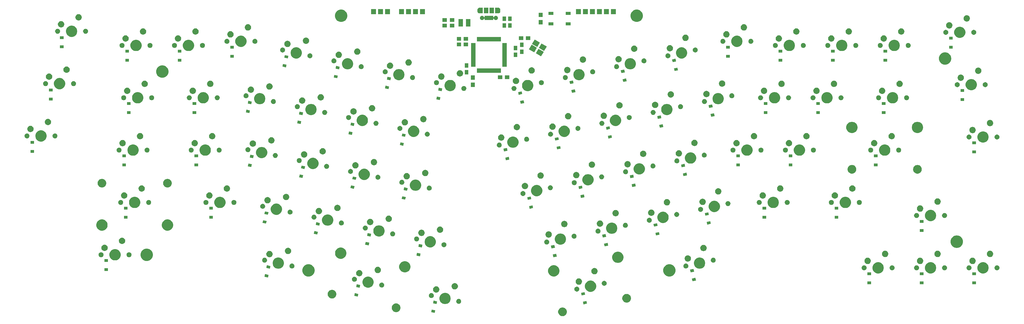
<source format=gbs>
G04 #@! TF.GenerationSoftware,KiCad,Pcbnew,(5.1.4)-1*
G04 #@! TF.CreationDate,2021-05-04T00:29:39+08:00*
G04 #@! TF.ProjectId,arisu,61726973-752e-46b6-9963-61645f706362,1.1*
G04 #@! TF.SameCoordinates,Original*
G04 #@! TF.FileFunction,Soldermask,Bot*
G04 #@! TF.FilePolarity,Negative*
%FSLAX46Y46*%
G04 Gerber Fmt 4.6, Leading zero omitted, Abs format (unit mm)*
G04 Created by KiCad (PCBNEW (5.1.4)-1) date 2021-05-04 00:29:39*
%MOMM*%
%LPD*%
G04 APERTURE LIST*
%ADD10C,0.100000*%
G04 APERTURE END LIST*
D10*
G36*
X155125774Y-95411810D02*
G01*
X155354393Y-95457284D01*
X155641207Y-95576087D01*
X155899333Y-95748561D01*
X156118850Y-95968078D01*
X156291324Y-96226204D01*
X156410127Y-96513018D01*
X156470691Y-96817498D01*
X156470691Y-97127942D01*
X156410127Y-97432422D01*
X156291324Y-97719236D01*
X156118850Y-97977362D01*
X155899333Y-98196879D01*
X155641207Y-98369353D01*
X155354393Y-98488156D01*
X155125774Y-98533630D01*
X155049915Y-98548720D01*
X154739467Y-98548720D01*
X154663608Y-98533630D01*
X154434989Y-98488156D01*
X154148175Y-98369353D01*
X153890049Y-98196879D01*
X153670532Y-97977362D01*
X153498058Y-97719236D01*
X153379255Y-97432422D01*
X153318691Y-97127942D01*
X153318691Y-96817498D01*
X153379255Y-96513018D01*
X153498058Y-96226204D01*
X153670532Y-95968078D01*
X153890049Y-95748561D01*
X154148175Y-95576087D01*
X154434989Y-95457284D01*
X154663608Y-95411810D01*
X154739467Y-95396720D01*
X155049915Y-95396720D01*
X155125774Y-95411810D01*
X155125774Y-95411810D01*
G37*
G36*
X108684750Y-96390037D02*
G01*
X108476423Y-97370142D01*
X107202874Y-97099441D01*
X107411201Y-96119336D01*
X108684750Y-96390037D01*
X108684750Y-96390037D01*
G37*
G36*
X94680250Y-93925583D02*
G01*
X94917066Y-93972688D01*
X95203880Y-94091491D01*
X95462006Y-94263965D01*
X95681523Y-94483482D01*
X95853997Y-94741608D01*
X95972800Y-95028422D01*
X96033364Y-95332902D01*
X96033364Y-95643346D01*
X95972800Y-95947826D01*
X95853997Y-96234640D01*
X95681523Y-96492766D01*
X95462006Y-96712283D01*
X95203880Y-96884757D01*
X94917066Y-97003560D01*
X94688447Y-97049034D01*
X94612588Y-97064124D01*
X94302140Y-97064124D01*
X94226281Y-97049034D01*
X93997662Y-97003560D01*
X93710848Y-96884757D01*
X93452722Y-96712283D01*
X93233205Y-96492766D01*
X93060731Y-96234640D01*
X92941928Y-95947826D01*
X92881364Y-95643346D01*
X92881364Y-95332902D01*
X92941928Y-95028422D01*
X93060731Y-94741608D01*
X93233205Y-94483482D01*
X93452722Y-94263965D01*
X93710848Y-94091491D01*
X93997662Y-93972688D01*
X94234478Y-93925583D01*
X94302140Y-93912124D01*
X94612588Y-93912124D01*
X94680250Y-93925583D01*
X94680250Y-93925583D01*
G37*
G36*
X163794058Y-93983684D02*
G01*
X162520509Y-94254385D01*
X162312182Y-93274280D01*
X163585731Y-93003579D01*
X163794058Y-93983684D01*
X163794058Y-93983684D01*
G37*
G36*
X112821617Y-90135828D02*
G01*
X113105369Y-90253362D01*
X113194876Y-90290437D01*
X113530799Y-90514894D01*
X113816479Y-90800574D01*
X113967436Y-91026496D01*
X114040937Y-91136499D01*
X114195545Y-91509756D01*
X114274363Y-91906003D01*
X114274363Y-92310017D01*
X114195545Y-92706264D01*
X114042619Y-93075460D01*
X114040936Y-93079523D01*
X113816479Y-93415446D01*
X113530799Y-93701126D01*
X113194876Y-93925583D01*
X113194875Y-93925584D01*
X113194874Y-93925584D01*
X112821617Y-94080192D01*
X112425370Y-94159010D01*
X112021356Y-94159010D01*
X111625109Y-94080192D01*
X111251852Y-93925584D01*
X111251851Y-93925584D01*
X111251850Y-93925583D01*
X110915927Y-93701126D01*
X110630247Y-93415446D01*
X110405790Y-93079523D01*
X110404107Y-93075460D01*
X110251181Y-92706264D01*
X110172363Y-92310017D01*
X110172363Y-91906003D01*
X110251181Y-91509756D01*
X110405789Y-91136499D01*
X110479291Y-91026496D01*
X110630247Y-90800574D01*
X110915927Y-90514894D01*
X111251850Y-90290437D01*
X111341357Y-90253362D01*
X111625109Y-90135828D01*
X112021356Y-90057010D01*
X112425370Y-90057010D01*
X112821617Y-90135828D01*
X112821617Y-90135828D01*
G37*
G36*
X109370858Y-93162149D02*
G01*
X109370858Y-93162150D01*
X109351559Y-93252943D01*
X109162531Y-94142254D01*
X107888982Y-93871553D01*
X108097309Y-92891448D01*
X109370858Y-93162149D01*
X109370858Y-93162149D01*
G37*
G36*
X117305865Y-92268128D02*
G01*
X117455165Y-92297825D01*
X117619137Y-92365745D01*
X117766707Y-92464348D01*
X117892206Y-92589847D01*
X117990809Y-92737417D01*
X118058729Y-92901389D01*
X118093353Y-93075460D01*
X118093353Y-93252942D01*
X118058729Y-93427013D01*
X117990809Y-93590985D01*
X117892206Y-93738555D01*
X117766707Y-93864054D01*
X117619137Y-93962657D01*
X117455165Y-94030577D01*
X117305865Y-94060274D01*
X117281095Y-94065201D01*
X117103611Y-94065201D01*
X117078841Y-94060274D01*
X116929541Y-94030577D01*
X116765569Y-93962657D01*
X116617999Y-93864054D01*
X116492500Y-93738555D01*
X116393897Y-93590985D01*
X116325977Y-93427013D01*
X116291353Y-93252942D01*
X116291353Y-93075460D01*
X116325977Y-92901389D01*
X116393897Y-92737417D01*
X116492500Y-92589847D01*
X116617999Y-92464348D01*
X116765569Y-92365745D01*
X116929541Y-92297825D01*
X117078841Y-92268128D01*
X117103611Y-92263201D01*
X117281095Y-92263201D01*
X117305865Y-92268128D01*
X117305865Y-92268128D01*
G37*
G36*
X178405687Y-90463512D02*
G01*
X178634306Y-90508986D01*
X178921120Y-90627789D01*
X179179246Y-90800263D01*
X179398763Y-91019780D01*
X179571237Y-91277906D01*
X179690040Y-91564720D01*
X179702263Y-91626172D01*
X179746840Y-91850274D01*
X179750604Y-91869200D01*
X179750604Y-92179644D01*
X179690040Y-92484124D01*
X179571237Y-92770938D01*
X179398763Y-93029064D01*
X179179246Y-93248581D01*
X178921120Y-93421055D01*
X178634306Y-93539858D01*
X178405687Y-93585332D01*
X178329828Y-93600422D01*
X178019380Y-93600422D01*
X177943521Y-93585332D01*
X177714902Y-93539858D01*
X177428088Y-93421055D01*
X177169962Y-93248581D01*
X176950445Y-93029064D01*
X176777971Y-92770938D01*
X176659168Y-92484124D01*
X176598604Y-92179644D01*
X176598604Y-91869200D01*
X176602369Y-91850274D01*
X176646945Y-91626172D01*
X176659168Y-91564720D01*
X176777971Y-91277906D01*
X176950445Y-91019780D01*
X177169962Y-90800263D01*
X177428088Y-90627789D01*
X177714902Y-90508986D01*
X177943521Y-90463512D01*
X178019380Y-90448422D01*
X178329828Y-90448422D01*
X178405687Y-90463512D01*
X178405687Y-90463512D01*
G37*
G36*
X71408534Y-88978916D02*
G01*
X71637153Y-89024390D01*
X71923967Y-89143193D01*
X72182093Y-89315667D01*
X72401610Y-89535184D01*
X72574084Y-89793310D01*
X72692887Y-90080124D01*
X72753451Y-90384604D01*
X72753451Y-90695048D01*
X72692887Y-90999528D01*
X72574084Y-91286342D01*
X72401610Y-91544468D01*
X72182093Y-91763985D01*
X71923967Y-91936459D01*
X71637153Y-92055262D01*
X71408534Y-92100736D01*
X71332675Y-92115826D01*
X71022227Y-92115826D01*
X70946368Y-92100736D01*
X70717749Y-92055262D01*
X70430935Y-91936459D01*
X70172809Y-91763985D01*
X69953292Y-91544468D01*
X69780818Y-91286342D01*
X69662015Y-90999528D01*
X69601451Y-90695048D01*
X69601451Y-90384604D01*
X69662015Y-90080124D01*
X69780818Y-89793310D01*
X69953292Y-89535184D01*
X70172809Y-89315667D01*
X70430935Y-89143193D01*
X70717749Y-89024390D01*
X70946368Y-88978916D01*
X71022227Y-88963826D01*
X71332675Y-88963826D01*
X71408534Y-88978916D01*
X71408534Y-88978916D01*
G37*
G36*
X107367885Y-90155745D02*
G01*
X107517185Y-90185442D01*
X107681157Y-90253362D01*
X107828727Y-90351965D01*
X107954226Y-90477464D01*
X108052829Y-90625034D01*
X108120749Y-90789006D01*
X108150446Y-90938306D01*
X108155373Y-90963076D01*
X108155373Y-91140560D01*
X108151825Y-91158395D01*
X108120749Y-91314630D01*
X108052829Y-91478602D01*
X107954226Y-91626172D01*
X107828727Y-91751671D01*
X107681157Y-91850274D01*
X107517185Y-91918194D01*
X107367885Y-91947891D01*
X107343115Y-91952818D01*
X107165631Y-91952818D01*
X107140861Y-91947891D01*
X106991561Y-91918194D01*
X106827589Y-91850274D01*
X106680019Y-91751671D01*
X106554520Y-91626172D01*
X106455917Y-91478602D01*
X106387997Y-91314630D01*
X106356921Y-91158395D01*
X106353373Y-91140560D01*
X106353373Y-90963076D01*
X106358300Y-90938306D01*
X106387997Y-90789006D01*
X106455917Y-90625034D01*
X106554520Y-90477464D01*
X106680019Y-90351965D01*
X106827589Y-90253362D01*
X106991561Y-90185442D01*
X107140861Y-90155745D01*
X107165631Y-90150818D01*
X107343115Y-90150818D01*
X107367885Y-90155745D01*
X107367885Y-90155745D01*
G37*
G36*
X80734177Y-90448991D02*
G01*
X80525850Y-91429096D01*
X79252301Y-91158395D01*
X79256956Y-91136497D01*
X79350788Y-90695050D01*
X79460628Y-90178290D01*
X80734177Y-90448991D01*
X80734177Y-90448991D01*
G37*
G36*
X163107950Y-90755796D02*
G01*
X161834401Y-91026497D01*
X161626074Y-90046392D01*
X162899623Y-89775691D01*
X163107950Y-90755796D01*
X163107950Y-90755796D01*
G37*
G36*
X109249265Y-87702487D02*
G01*
X109360450Y-87724603D01*
X109495349Y-87780480D01*
X109558720Y-87806729D01*
X109569919Y-87811368D01*
X109758436Y-87937331D01*
X109918756Y-88097651D01*
X110020413Y-88249792D01*
X110044720Y-88286170D01*
X110131484Y-88495638D01*
X110175716Y-88718006D01*
X110175716Y-88944736D01*
X110153600Y-89055920D01*
X110131484Y-89167105D01*
X110044719Y-89376574D01*
X109918756Y-89565091D01*
X109758436Y-89725411D01*
X109569919Y-89851374D01*
X109360450Y-89938139D01*
X109249265Y-89960255D01*
X109138081Y-89982371D01*
X108911351Y-89982371D01*
X108800167Y-89960255D01*
X108688982Y-89938139D01*
X108479513Y-89851374D01*
X108290996Y-89725411D01*
X108130676Y-89565091D01*
X108004713Y-89376574D01*
X107917948Y-89167105D01*
X107895832Y-89055920D01*
X107873716Y-88944736D01*
X107873716Y-88718006D01*
X107917948Y-88495638D01*
X108004712Y-88286170D01*
X108029019Y-88249792D01*
X108130676Y-88097651D01*
X108290996Y-87937331D01*
X108479513Y-87811368D01*
X108490713Y-87806729D01*
X108554083Y-87780480D01*
X108688982Y-87724603D01*
X108800167Y-87702487D01*
X108911351Y-87680371D01*
X109138081Y-87680371D01*
X109249265Y-87702487D01*
X109249265Y-87702487D01*
G37*
G36*
X165677520Y-85679356D02*
G01*
X166050777Y-85833964D01*
X166050779Y-85833965D01*
X166386702Y-86058422D01*
X166672382Y-86344102D01*
X166875962Y-86648780D01*
X166896840Y-86680027D01*
X167051448Y-87053284D01*
X167130266Y-87449531D01*
X167130266Y-87853545D01*
X167051448Y-88249792D01*
X166898522Y-88618988D01*
X166896839Y-88623051D01*
X166672382Y-88958974D01*
X166386702Y-89244654D01*
X166050779Y-89469111D01*
X166050778Y-89469112D01*
X166050777Y-89469112D01*
X165677520Y-89623720D01*
X165281273Y-89702538D01*
X164877259Y-89702538D01*
X164481012Y-89623720D01*
X164107755Y-89469112D01*
X164107754Y-89469112D01*
X164107753Y-89469111D01*
X163771830Y-89244654D01*
X163486150Y-88958974D01*
X163261693Y-88623051D01*
X163260010Y-88618988D01*
X163107084Y-88249792D01*
X163028266Y-87853545D01*
X163028266Y-87449531D01*
X163107084Y-87053284D01*
X163261692Y-86680027D01*
X163282571Y-86648780D01*
X163486150Y-86344102D01*
X163771830Y-86058422D01*
X164107753Y-85833965D01*
X164107755Y-85833964D01*
X164481012Y-85679356D01*
X164877259Y-85600538D01*
X165281273Y-85600538D01*
X165677520Y-85679356D01*
X165677520Y-85679356D01*
G37*
G36*
X160222334Y-87811367D02*
G01*
X160373088Y-87841353D01*
X160537060Y-87909273D01*
X160684630Y-88007876D01*
X160810129Y-88133375D01*
X160908732Y-88280945D01*
X160976652Y-88444917D01*
X161011276Y-88618988D01*
X161011276Y-88796470D01*
X160976652Y-88970541D01*
X160908732Y-89134513D01*
X160810129Y-89282083D01*
X160684630Y-89407582D01*
X160537060Y-89506185D01*
X160373088Y-89574105D01*
X160223788Y-89603802D01*
X160199018Y-89608729D01*
X160021534Y-89608729D01*
X159996764Y-89603802D01*
X159847464Y-89574105D01*
X159683492Y-89506185D01*
X159535922Y-89407582D01*
X159410423Y-89282083D01*
X159311820Y-89134513D01*
X159243900Y-88970541D01*
X159209276Y-88796470D01*
X159209276Y-88618988D01*
X159243900Y-88444917D01*
X159311820Y-88280945D01*
X159410423Y-88133375D01*
X159535922Y-88007876D01*
X159683492Y-87909273D01*
X159847464Y-87841353D01*
X159998218Y-87811367D01*
X160021534Y-87806729D01*
X160199018Y-87806729D01*
X160222334Y-87811367D01*
X160222334Y-87811367D01*
G37*
G36*
X115988598Y-86538232D02*
G01*
X116099783Y-86560348D01*
X116309252Y-86647113D01*
X116497769Y-86773076D01*
X116658089Y-86933396D01*
X116784052Y-87121913D01*
X116862737Y-87311874D01*
X116870817Y-87331383D01*
X116915049Y-87553751D01*
X116915049Y-87780481D01*
X116900516Y-87853544D01*
X116870817Y-88002850D01*
X116784052Y-88212319D01*
X116658089Y-88400836D01*
X116497769Y-88561156D01*
X116309252Y-88687119D01*
X116099783Y-88773884D01*
X115988598Y-88796000D01*
X115877414Y-88818116D01*
X115650684Y-88818116D01*
X115539500Y-88796000D01*
X115428315Y-88773884D01*
X115218846Y-88687119D01*
X115030329Y-88561156D01*
X114870009Y-88400836D01*
X114744046Y-88212319D01*
X114657281Y-88002850D01*
X114627582Y-87853544D01*
X114613049Y-87780481D01*
X114613049Y-87553751D01*
X114657281Y-87331383D01*
X114665362Y-87311874D01*
X114744046Y-87121913D01*
X114870009Y-86933396D01*
X115030329Y-86773076D01*
X115218846Y-86647113D01*
X115428315Y-86560348D01*
X115539500Y-86538232D01*
X115650684Y-86516116D01*
X115877414Y-86516116D01*
X115988598Y-86538232D01*
X115988598Y-86538232D01*
G37*
G36*
X84871043Y-84194760D02*
G01*
X85154795Y-84312294D01*
X85244302Y-84349369D01*
X85580225Y-84573826D01*
X85865905Y-84859506D01*
X85974486Y-85022008D01*
X86090363Y-85195431D01*
X86244971Y-85568688D01*
X86323789Y-85964935D01*
X86323789Y-86368949D01*
X86244971Y-86765196D01*
X86092045Y-87134392D01*
X86090362Y-87138455D01*
X85865905Y-87474378D01*
X85580225Y-87760058D01*
X85244302Y-87984515D01*
X85244301Y-87984516D01*
X85244300Y-87984516D01*
X84871043Y-88139124D01*
X84474796Y-88217942D01*
X84070782Y-88217942D01*
X83674535Y-88139124D01*
X83301278Y-87984516D01*
X83301277Y-87984516D01*
X83301276Y-87984515D01*
X82965353Y-87760058D01*
X82679673Y-87474378D01*
X82455216Y-87138455D01*
X82453533Y-87134392D01*
X82300607Y-86765196D01*
X82221789Y-86368949D01*
X82221789Y-85964935D01*
X82300607Y-85568688D01*
X82455215Y-85195431D01*
X82571093Y-85022008D01*
X82679673Y-84859506D01*
X82965353Y-84573826D01*
X83301276Y-84349369D01*
X83390783Y-84312294D01*
X83674535Y-84194760D01*
X84070782Y-84115942D01*
X84474796Y-84115942D01*
X84871043Y-84194760D01*
X84871043Y-84194760D01*
G37*
G36*
X81420285Y-87221103D02*
G01*
X81420285Y-87221104D01*
X81404535Y-87295200D01*
X81211958Y-88201208D01*
X79938409Y-87930507D01*
X79940008Y-87922986D01*
X79998050Y-87649917D01*
X80146736Y-86950402D01*
X81420285Y-87221103D01*
X81420285Y-87221103D01*
G37*
G36*
X89355291Y-86327060D02*
G01*
X89504591Y-86356757D01*
X89668563Y-86424677D01*
X89816133Y-86523280D01*
X89941632Y-86648779D01*
X90040235Y-86796349D01*
X90108155Y-86960321D01*
X90142779Y-87134392D01*
X90142779Y-87311874D01*
X90108155Y-87485945D01*
X90040235Y-87649917D01*
X89941632Y-87797487D01*
X89816133Y-87922986D01*
X89668563Y-88021589D01*
X89504591Y-88089509D01*
X89355291Y-88119206D01*
X89330521Y-88124133D01*
X89153037Y-88124133D01*
X89128267Y-88119206D01*
X88978967Y-88089509D01*
X88814995Y-88021589D01*
X88667425Y-87922986D01*
X88541926Y-87797487D01*
X88443323Y-87649917D01*
X88375403Y-87485945D01*
X88340779Y-87311874D01*
X88340779Y-87134392D01*
X88375403Y-86960321D01*
X88443323Y-86796349D01*
X88541926Y-86648779D01*
X88667425Y-86523280D01*
X88814995Y-86424677D01*
X88978967Y-86356757D01*
X89128267Y-86327060D01*
X89153037Y-86322133D01*
X89330521Y-86322133D01*
X89355291Y-86327060D01*
X89355291Y-86327060D01*
G37*
G36*
X170161767Y-85699274D02*
G01*
X170311067Y-85728971D01*
X170475039Y-85796891D01*
X170622609Y-85895494D01*
X170748108Y-86020993D01*
X170846711Y-86168563D01*
X170914631Y-86332535D01*
X170949255Y-86506606D01*
X170949255Y-86684088D01*
X170914631Y-86858159D01*
X170846711Y-87022131D01*
X170748108Y-87169701D01*
X170622609Y-87295200D01*
X170475039Y-87393803D01*
X170311067Y-87461723D01*
X170161767Y-87491420D01*
X170136997Y-87496347D01*
X169959513Y-87496347D01*
X169934743Y-87491420D01*
X169785443Y-87461723D01*
X169621471Y-87393803D01*
X169473901Y-87295200D01*
X169348402Y-87169701D01*
X169249799Y-87022131D01*
X169181879Y-86858159D01*
X169147255Y-86684088D01*
X169147255Y-86506606D01*
X169181879Y-86332535D01*
X169249799Y-86168563D01*
X169348402Y-86020993D01*
X169473901Y-85895494D01*
X169621471Y-85796891D01*
X169785443Y-85728971D01*
X169934743Y-85699274D01*
X169959513Y-85694347D01*
X170136997Y-85694347D01*
X170161767Y-85699274D01*
X170161767Y-85699274D01*
G37*
G36*
X161048977Y-84830303D02*
G01*
X161160162Y-84852419D01*
X161369631Y-84939184D01*
X161558148Y-85065147D01*
X161718468Y-85225467D01*
X161844431Y-85413984D01*
X161908512Y-85568688D01*
X161931196Y-85623454D01*
X161973847Y-85837872D01*
X161975428Y-85845823D01*
X161975428Y-86072551D01*
X161931196Y-86294921D01*
X161844431Y-86504390D01*
X161718468Y-86692907D01*
X161558148Y-86853227D01*
X161369631Y-86979190D01*
X161160162Y-87065955D01*
X161048977Y-87088071D01*
X160937793Y-87110187D01*
X160711063Y-87110187D01*
X160599879Y-87088071D01*
X160488694Y-87065955D01*
X160279225Y-86979190D01*
X160090708Y-86853227D01*
X159930388Y-86692907D01*
X159804425Y-86504390D01*
X159717660Y-86294921D01*
X159673428Y-86072551D01*
X159673428Y-85845823D01*
X159675010Y-85837872D01*
X159717660Y-85623454D01*
X159740345Y-85568688D01*
X159804425Y-85413984D01*
X159930388Y-85225467D01*
X160090708Y-85065147D01*
X160279225Y-84939184D01*
X160488694Y-84852419D01*
X160599879Y-84830303D01*
X160711063Y-84808187D01*
X160937793Y-84808187D01*
X161048977Y-84830303D01*
X161048977Y-84830303D01*
G37*
G36*
X305060949Y-86888503D02*
G01*
X303758949Y-86888503D01*
X303758949Y-85886503D01*
X305060949Y-85886503D01*
X305060949Y-86888503D01*
X305060949Y-86888503D01*
G37*
G36*
X286010949Y-86888503D02*
G01*
X284708949Y-86888503D01*
X284708949Y-85886503D01*
X286010949Y-85886503D01*
X286010949Y-86888503D01*
X286010949Y-86888503D01*
G37*
G36*
X266960949Y-86888503D02*
G01*
X265658949Y-86888503D01*
X265658949Y-85886503D01*
X266960949Y-85886503D01*
X266960949Y-86888503D01*
X266960949Y-86888503D01*
G37*
G36*
X79417311Y-84214677D02*
G01*
X79566611Y-84244374D01*
X79730583Y-84312294D01*
X79878153Y-84410897D01*
X80003652Y-84536396D01*
X80102255Y-84683966D01*
X80170175Y-84847938D01*
X80204799Y-85022009D01*
X80204799Y-85199491D01*
X80170175Y-85373562D01*
X80102255Y-85537534D01*
X80003652Y-85685104D01*
X79878153Y-85810603D01*
X79730583Y-85909206D01*
X79566611Y-85977126D01*
X79417311Y-86006823D01*
X79392541Y-86011750D01*
X79215057Y-86011750D01*
X79190287Y-86006823D01*
X79040987Y-85977126D01*
X78877015Y-85909206D01*
X78729445Y-85810603D01*
X78603946Y-85685104D01*
X78505343Y-85537534D01*
X78437423Y-85373562D01*
X78402799Y-85199491D01*
X78402799Y-85022009D01*
X78437423Y-84847938D01*
X78505343Y-84683966D01*
X78603946Y-84536396D01*
X78729445Y-84410897D01*
X78877015Y-84312294D01*
X79040987Y-84244374D01*
X79190287Y-84214677D01*
X79215057Y-84209750D01*
X79392541Y-84209750D01*
X79417311Y-84214677D01*
X79417311Y-84214677D01*
G37*
G36*
X203390694Y-85567172D02*
G01*
X202117145Y-85837873D01*
X201908818Y-84857768D01*
X203182367Y-84587067D01*
X203390694Y-85567172D01*
X203390694Y-85567172D01*
G37*
G36*
X48125185Y-83517716D02*
G01*
X47916858Y-84497821D01*
X46643309Y-84227120D01*
X46666941Y-84115942D01*
X46680274Y-84053215D01*
X46851636Y-83247015D01*
X48125185Y-83517716D01*
X48125185Y-83517716D01*
G37*
G36*
X62895316Y-79649144D02*
G01*
X63276029Y-79724872D01*
X63685685Y-79894557D01*
X64054365Y-80140902D01*
X64367902Y-80454439D01*
X64614247Y-80823119D01*
X64783932Y-81232775D01*
X64870436Y-81667664D01*
X64870436Y-82111072D01*
X64783932Y-82545961D01*
X64614247Y-82955617D01*
X64367902Y-83324297D01*
X64054365Y-83637834D01*
X63685685Y-83884179D01*
X63276029Y-84053864D01*
X62895316Y-84129592D01*
X62841141Y-84140368D01*
X62397731Y-84140368D01*
X62343556Y-84129592D01*
X61962843Y-84053864D01*
X61553187Y-83884179D01*
X61184507Y-83637834D01*
X60870970Y-83324297D01*
X60624625Y-82955617D01*
X60454940Y-82545961D01*
X60368436Y-82111072D01*
X60368436Y-81667664D01*
X60454940Y-81232775D01*
X60624625Y-80823119D01*
X60870970Y-80454439D01*
X61184507Y-80140902D01*
X61553187Y-79894557D01*
X61962843Y-79724872D01*
X62343556Y-79649144D01*
X62397731Y-79638368D01*
X62841141Y-79638368D01*
X62895316Y-79649144D01*
X62895316Y-79649144D01*
G37*
G36*
X193996146Y-79648496D02*
G01*
X194376859Y-79724224D01*
X194786515Y-79893909D01*
X195155195Y-80140254D01*
X195468732Y-80453791D01*
X195715077Y-80822471D01*
X195884762Y-81232127D01*
X195945376Y-81536856D01*
X195971266Y-81667015D01*
X195971266Y-82110425D01*
X195962084Y-82156584D01*
X195884762Y-82545313D01*
X195715077Y-82954969D01*
X195468732Y-83323649D01*
X195155195Y-83637186D01*
X194786515Y-83883531D01*
X194376859Y-84053216D01*
X193996146Y-84128944D01*
X193941971Y-84139720D01*
X193498561Y-84139720D01*
X193444386Y-84128944D01*
X193063673Y-84053216D01*
X192654017Y-83883531D01*
X192285337Y-83637186D01*
X191971800Y-83323649D01*
X191725455Y-82954969D01*
X191555770Y-82545313D01*
X191478448Y-82156584D01*
X191469266Y-82110425D01*
X191469266Y-81667015D01*
X191495156Y-81536856D01*
X191555770Y-81232127D01*
X191725455Y-80822471D01*
X191971800Y-80453791D01*
X192285337Y-80140254D01*
X192654017Y-79893909D01*
X193063673Y-79724224D01*
X193444386Y-79648496D01*
X193498561Y-79637720D01*
X193941971Y-79637720D01*
X193996146Y-79648496D01*
X193996146Y-79648496D01*
G37*
G36*
X152324371Y-80093569D02*
G01*
X152697628Y-80248177D01*
X152697630Y-80248178D01*
X153033553Y-80472635D01*
X153319233Y-80758315D01*
X153540640Y-81089673D01*
X153543691Y-81094240D01*
X153698299Y-81467497D01*
X153777117Y-81863744D01*
X153777117Y-82267758D01*
X153698299Y-82664005D01*
X153577509Y-82955617D01*
X153543690Y-83037264D01*
X153319233Y-83373187D01*
X153033553Y-83658867D01*
X152697630Y-83883324D01*
X152697629Y-83883325D01*
X152697628Y-83883325D01*
X152324371Y-84037933D01*
X151928124Y-84116751D01*
X151524110Y-84116751D01*
X151127863Y-84037933D01*
X150754606Y-83883325D01*
X150754605Y-83883325D01*
X150754604Y-83883324D01*
X150418681Y-83658867D01*
X150133001Y-83373187D01*
X149908544Y-83037264D01*
X149874725Y-82955617D01*
X149753935Y-82664005D01*
X149675117Y-82267758D01*
X149675117Y-81863744D01*
X149753935Y-81467497D01*
X149908543Y-81094240D01*
X149911595Y-81089673D01*
X150133001Y-80758315D01*
X150418681Y-80472635D01*
X150754604Y-80248178D01*
X150754606Y-80248177D01*
X151127863Y-80093569D01*
X151524110Y-80014751D01*
X151928124Y-80014751D01*
X152324371Y-80093569D01*
X152324371Y-80093569D01*
G37*
G36*
X81296378Y-81760959D02*
G01*
X81409876Y-81783535D01*
X81519346Y-81828879D01*
X81603518Y-81863744D01*
X81619345Y-81870300D01*
X81807862Y-81996263D01*
X81968182Y-82156583D01*
X82094145Y-82345100D01*
X82180910Y-82554569D01*
X82225142Y-82776939D01*
X82225142Y-83003667D01*
X82180910Y-83226037D01*
X82094145Y-83435506D01*
X81968182Y-83624023D01*
X81807862Y-83784343D01*
X81619345Y-83910306D01*
X81409876Y-83997071D01*
X81298691Y-84019187D01*
X81187507Y-84041303D01*
X80960777Y-84041303D01*
X80849593Y-84019187D01*
X80738408Y-83997071D01*
X80528939Y-83910306D01*
X80340422Y-83784343D01*
X80180102Y-83624023D01*
X80054139Y-83435506D01*
X79967374Y-83226037D01*
X79923142Y-83003667D01*
X79923142Y-82776939D01*
X79967374Y-82554569D01*
X80054139Y-82345100D01*
X80180102Y-82156583D01*
X80340422Y-81996263D01*
X80528939Y-81870300D01*
X80544767Y-81863744D01*
X80628938Y-81828879D01*
X80738408Y-81783535D01*
X80851906Y-81760959D01*
X80960777Y-81739303D01*
X81187507Y-81739303D01*
X81296378Y-81760959D01*
X81296378Y-81760959D01*
G37*
G36*
X305060949Y-83588503D02*
G01*
X303758949Y-83588503D01*
X303758949Y-82586503D01*
X305060949Y-82586503D01*
X305060949Y-83588503D01*
X305060949Y-83588503D01*
G37*
G36*
X286010949Y-83588503D02*
G01*
X284708949Y-83588503D01*
X284708949Y-82586503D01*
X286010949Y-82586503D01*
X286010949Y-83588503D01*
X286010949Y-83588503D01*
G37*
G36*
X266960949Y-83588503D02*
G01*
X265658949Y-83588503D01*
X265658949Y-82586503D01*
X266960949Y-82586503D01*
X266960949Y-83588503D01*
X266960949Y-83588503D01*
G37*
G36*
X166732118Y-81025569D02*
G01*
X166843303Y-81047685D01*
X166991419Y-81109037D01*
X167027544Y-81124000D01*
X167052772Y-81134450D01*
X167241289Y-81260413D01*
X167401609Y-81420733D01*
X167527572Y-81609250D01*
X167614337Y-81818719D01*
X167658569Y-82041089D01*
X167658569Y-82267817D01*
X167614337Y-82490187D01*
X167527572Y-82699656D01*
X167401609Y-82888173D01*
X167241289Y-83048493D01*
X167052772Y-83174456D01*
X166843303Y-83261221D01*
X166732118Y-83283337D01*
X166620934Y-83305453D01*
X166394204Y-83305453D01*
X166283020Y-83283337D01*
X166171835Y-83261221D01*
X165962366Y-83174456D01*
X165773849Y-83048493D01*
X165613529Y-82888173D01*
X165487566Y-82699656D01*
X165400801Y-82490187D01*
X165356569Y-82267817D01*
X165356569Y-82041089D01*
X165400801Y-81818719D01*
X165487566Y-81609250D01*
X165613529Y-81420733D01*
X165773849Y-81260413D01*
X165962366Y-81134450D01*
X165987595Y-81124000D01*
X166023719Y-81109037D01*
X166171835Y-81047685D01*
X166283020Y-81025569D01*
X166394204Y-81003453D01*
X166620934Y-81003453D01*
X166732118Y-81025569D01*
X166732118Y-81025569D01*
G37*
G36*
X270133203Y-78990321D02*
G01*
X270372968Y-79089635D01*
X270506462Y-79144930D01*
X270842385Y-79369387D01*
X271128065Y-79655067D01*
X271347116Y-79982899D01*
X271352523Y-79990992D01*
X271507131Y-80364249D01*
X271585949Y-80760496D01*
X271585949Y-81164510D01*
X271507131Y-81560757D01*
X271378914Y-81870300D01*
X271352522Y-81934016D01*
X271128065Y-82269939D01*
X270842385Y-82555619D01*
X270506462Y-82780076D01*
X270506461Y-82780077D01*
X270506460Y-82780077D01*
X270133203Y-82934685D01*
X269736956Y-83013503D01*
X269332942Y-83013503D01*
X268936695Y-82934685D01*
X268563438Y-82780077D01*
X268563437Y-82780077D01*
X268563436Y-82780076D01*
X268227513Y-82555619D01*
X267941833Y-82269939D01*
X267717376Y-81934016D01*
X267690984Y-81870300D01*
X267562767Y-81560757D01*
X267483949Y-81164510D01*
X267483949Y-80760496D01*
X267562767Y-80364249D01*
X267717375Y-79990992D01*
X267722783Y-79982899D01*
X267941833Y-79655067D01*
X268227513Y-79369387D01*
X268563436Y-79144930D01*
X268696930Y-79089635D01*
X268936695Y-78990321D01*
X269332942Y-78911503D01*
X269736956Y-78911503D01*
X270133203Y-78990321D01*
X270133203Y-78990321D01*
G37*
G36*
X289183203Y-78990321D02*
G01*
X289422968Y-79089635D01*
X289556462Y-79144930D01*
X289892385Y-79369387D01*
X290178065Y-79655067D01*
X290397116Y-79982899D01*
X290402523Y-79990992D01*
X290557131Y-80364249D01*
X290635949Y-80760496D01*
X290635949Y-81164510D01*
X290557131Y-81560757D01*
X290428914Y-81870300D01*
X290402522Y-81934016D01*
X290178065Y-82269939D01*
X289892385Y-82555619D01*
X289556462Y-82780076D01*
X289556461Y-82780077D01*
X289556460Y-82780077D01*
X289183203Y-82934685D01*
X288786956Y-83013503D01*
X288382942Y-83013503D01*
X287986695Y-82934685D01*
X287613438Y-82780077D01*
X287613437Y-82780077D01*
X287613436Y-82780076D01*
X287277513Y-82555619D01*
X286991833Y-82269939D01*
X286767376Y-81934016D01*
X286740984Y-81870300D01*
X286612767Y-81560757D01*
X286533949Y-81164510D01*
X286533949Y-80760496D01*
X286612767Y-80364249D01*
X286767375Y-79990992D01*
X286772783Y-79982899D01*
X286991833Y-79655067D01*
X287277513Y-79369387D01*
X287613436Y-79144930D01*
X287746930Y-79089635D01*
X287986695Y-78990321D01*
X288382942Y-78911503D01*
X288786956Y-78911503D01*
X289183203Y-78990321D01*
X289183203Y-78990321D01*
G37*
G36*
X308233203Y-78990321D02*
G01*
X308472968Y-79089635D01*
X308606462Y-79144930D01*
X308942385Y-79369387D01*
X309228065Y-79655067D01*
X309447116Y-79982899D01*
X309452523Y-79990992D01*
X309607131Y-80364249D01*
X309685949Y-80760496D01*
X309685949Y-81164510D01*
X309607131Y-81560757D01*
X309478914Y-81870300D01*
X309452522Y-81934016D01*
X309228065Y-82269939D01*
X308942385Y-82555619D01*
X308606462Y-82780076D01*
X308606461Y-82780077D01*
X308606460Y-82780077D01*
X308233203Y-82934685D01*
X307836956Y-83013503D01*
X307432942Y-83013503D01*
X307036695Y-82934685D01*
X306663438Y-82780077D01*
X306663437Y-82780077D01*
X306663436Y-82780076D01*
X306327513Y-82555619D01*
X306041833Y-82269939D01*
X305817376Y-81934016D01*
X305790984Y-81870300D01*
X305662767Y-81560757D01*
X305583949Y-81164510D01*
X305583949Y-80760496D01*
X305662767Y-80364249D01*
X305817375Y-79990992D01*
X305822783Y-79982899D01*
X306041833Y-79655067D01*
X306327513Y-79369387D01*
X306663436Y-79144930D01*
X306796930Y-79089635D01*
X307036695Y-78990321D01*
X307432942Y-78911503D01*
X307836956Y-78911503D01*
X308233203Y-78990321D01*
X308233203Y-78990321D01*
G37*
G36*
X88038024Y-80597163D02*
G01*
X88149209Y-80619279D01*
X88358678Y-80706044D01*
X88547195Y-80832007D01*
X88707515Y-80992327D01*
X88833478Y-81180844D01*
X88920243Y-81390313D01*
X88964475Y-81612683D01*
X88964475Y-81839411D01*
X88920243Y-82061781D01*
X88880975Y-82156583D01*
X88834925Y-82267758D01*
X88833478Y-82271250D01*
X88707515Y-82459767D01*
X88547195Y-82620087D01*
X88358678Y-82746050D01*
X88149209Y-82832815D01*
X88038024Y-82854931D01*
X87926840Y-82877047D01*
X87700110Y-82877047D01*
X87588926Y-82854931D01*
X87477741Y-82832815D01*
X87268272Y-82746050D01*
X87079755Y-82620087D01*
X86919435Y-82459767D01*
X86793472Y-82271250D01*
X86792026Y-82267758D01*
X86745975Y-82156583D01*
X86706707Y-82061781D01*
X86662475Y-81839411D01*
X86662475Y-81612683D01*
X86706707Y-81390313D01*
X86793472Y-81180844D01*
X86919435Y-80992327D01*
X87079755Y-80832007D01*
X87268272Y-80706044D01*
X87477741Y-80619279D01*
X87588926Y-80597163D01*
X87700110Y-80575047D01*
X87926840Y-80575047D01*
X88038024Y-80597163D01*
X88038024Y-80597163D01*
G37*
G36*
X98224192Y-78608972D02*
G01*
X98597449Y-78763580D01*
X98597451Y-78763581D01*
X98933374Y-78988038D01*
X99219054Y-79273718D01*
X99431299Y-79591364D01*
X99443512Y-79609643D01*
X99598120Y-79982900D01*
X99676938Y-80379147D01*
X99676938Y-80783161D01*
X99598120Y-81179408D01*
X99450060Y-81536856D01*
X99443511Y-81552667D01*
X99219054Y-81888590D01*
X98933374Y-82174270D01*
X98597451Y-82398727D01*
X98597450Y-82398728D01*
X98597449Y-82398728D01*
X98224192Y-82553336D01*
X97827945Y-82632154D01*
X97423931Y-82632154D01*
X97027684Y-82553336D01*
X96654427Y-82398728D01*
X96654426Y-82398728D01*
X96654425Y-82398727D01*
X96318502Y-82174270D01*
X96032822Y-81888590D01*
X95808365Y-81552667D01*
X95801816Y-81536856D01*
X95653756Y-81179408D01*
X95574938Y-80783161D01*
X95574938Y-80379147D01*
X95653756Y-79982900D01*
X95808364Y-79609643D01*
X95820578Y-79591364D01*
X96032822Y-79273718D01*
X96318502Y-78988038D01*
X96654425Y-78763581D01*
X96654427Y-78763580D01*
X97027684Y-78608972D01*
X97423931Y-78530154D01*
X97827945Y-78530154D01*
X98224192Y-78608972D01*
X98224192Y-78608972D01*
G37*
G36*
X202641203Y-82041089D02*
G01*
X202689396Y-82267818D01*
X202704586Y-82339284D01*
X201431037Y-82609985D01*
X201222710Y-81629880D01*
X202496259Y-81359179D01*
X202641203Y-82041089D01*
X202641203Y-82041089D01*
G37*
G36*
X-10204000Y-82126000D02*
G01*
X-11506000Y-82126000D01*
X-11506000Y-81124000D01*
X-10204000Y-81124000D01*
X-10204000Y-82126000D01*
X-10204000Y-82126000D01*
G37*
G36*
X274728461Y-80066430D02*
G01*
X274877761Y-80096127D01*
X275041733Y-80164047D01*
X275189303Y-80262650D01*
X275314802Y-80388149D01*
X275413405Y-80535719D01*
X275481325Y-80699691D01*
X275511022Y-80848991D01*
X275515949Y-80873761D01*
X275515949Y-81051245D01*
X275511022Y-81076015D01*
X275481325Y-81225315D01*
X275413405Y-81389287D01*
X275314802Y-81536857D01*
X275189303Y-81662356D01*
X275041733Y-81760959D01*
X274877761Y-81828879D01*
X274728461Y-81858576D01*
X274703691Y-81863503D01*
X274526207Y-81863503D01*
X274501437Y-81858576D01*
X274352137Y-81828879D01*
X274188165Y-81760959D01*
X274040595Y-81662356D01*
X273915096Y-81536857D01*
X273816493Y-81389287D01*
X273748573Y-81225315D01*
X273718876Y-81076015D01*
X273713949Y-81051245D01*
X273713949Y-80873761D01*
X273718876Y-80848991D01*
X273748573Y-80699691D01*
X273816493Y-80535719D01*
X273915096Y-80388149D01*
X274040595Y-80262650D01*
X274188165Y-80164047D01*
X274352137Y-80096127D01*
X274501437Y-80066430D01*
X274526207Y-80061503D01*
X274703691Y-80061503D01*
X274728461Y-80066430D01*
X274728461Y-80066430D01*
G37*
G36*
X312828461Y-80066430D02*
G01*
X312977761Y-80096127D01*
X313141733Y-80164047D01*
X313289303Y-80262650D01*
X313414802Y-80388149D01*
X313513405Y-80535719D01*
X313581325Y-80699691D01*
X313611022Y-80848991D01*
X313615949Y-80873761D01*
X313615949Y-81051245D01*
X313611022Y-81076015D01*
X313581325Y-81225315D01*
X313513405Y-81389287D01*
X313414802Y-81536857D01*
X313289303Y-81662356D01*
X313141733Y-81760959D01*
X312977761Y-81828879D01*
X312828461Y-81858576D01*
X312803691Y-81863503D01*
X312626207Y-81863503D01*
X312601437Y-81858576D01*
X312452137Y-81828879D01*
X312288165Y-81760959D01*
X312140595Y-81662356D01*
X312015096Y-81536857D01*
X311916493Y-81389287D01*
X311848573Y-81225315D01*
X311818876Y-81076015D01*
X311813949Y-81051245D01*
X311813949Y-80873761D01*
X311818876Y-80848991D01*
X311848573Y-80699691D01*
X311916493Y-80535719D01*
X312015096Y-80388149D01*
X312140595Y-80262650D01*
X312288165Y-80164047D01*
X312452137Y-80096127D01*
X312601437Y-80066430D01*
X312626207Y-80061503D01*
X312803691Y-80061503D01*
X312828461Y-80066430D01*
X312828461Y-80066430D01*
G37*
G36*
X302668461Y-80066430D02*
G01*
X302817761Y-80096127D01*
X302981733Y-80164047D01*
X303129303Y-80262650D01*
X303254802Y-80388149D01*
X303353405Y-80535719D01*
X303421325Y-80699691D01*
X303451022Y-80848991D01*
X303455949Y-80873761D01*
X303455949Y-81051245D01*
X303451022Y-81076015D01*
X303421325Y-81225315D01*
X303353405Y-81389287D01*
X303254802Y-81536857D01*
X303129303Y-81662356D01*
X302981733Y-81760959D01*
X302817761Y-81828879D01*
X302668461Y-81858576D01*
X302643691Y-81863503D01*
X302466207Y-81863503D01*
X302441437Y-81858576D01*
X302292137Y-81828879D01*
X302128165Y-81760959D01*
X301980595Y-81662356D01*
X301855096Y-81536857D01*
X301756493Y-81389287D01*
X301688573Y-81225315D01*
X301658876Y-81076015D01*
X301653949Y-81051245D01*
X301653949Y-80873761D01*
X301658876Y-80848991D01*
X301688573Y-80699691D01*
X301756493Y-80535719D01*
X301855096Y-80388149D01*
X301980595Y-80262650D01*
X302128165Y-80164047D01*
X302292137Y-80096127D01*
X302441437Y-80066430D01*
X302466207Y-80061503D01*
X302643691Y-80061503D01*
X302668461Y-80066430D01*
X302668461Y-80066430D01*
G37*
G36*
X264568461Y-80066430D02*
G01*
X264717761Y-80096127D01*
X264881733Y-80164047D01*
X265029303Y-80262650D01*
X265154802Y-80388149D01*
X265253405Y-80535719D01*
X265321325Y-80699691D01*
X265351022Y-80848991D01*
X265355949Y-80873761D01*
X265355949Y-81051245D01*
X265351022Y-81076015D01*
X265321325Y-81225315D01*
X265253405Y-81389287D01*
X265154802Y-81536857D01*
X265029303Y-81662356D01*
X264881733Y-81760959D01*
X264717761Y-81828879D01*
X264568461Y-81858576D01*
X264543691Y-81863503D01*
X264366207Y-81863503D01*
X264341437Y-81858576D01*
X264192137Y-81828879D01*
X264028165Y-81760959D01*
X263880595Y-81662356D01*
X263755096Y-81536857D01*
X263656493Y-81389287D01*
X263588573Y-81225315D01*
X263558876Y-81076015D01*
X263553949Y-81051245D01*
X263553949Y-80873761D01*
X263558876Y-80848991D01*
X263588573Y-80699691D01*
X263656493Y-80535719D01*
X263755096Y-80388149D01*
X263880595Y-80262650D01*
X264028165Y-80164047D01*
X264192137Y-80096127D01*
X264341437Y-80066430D01*
X264366207Y-80061503D01*
X264543691Y-80061503D01*
X264568461Y-80066430D01*
X264568461Y-80066430D01*
G37*
G36*
X293778461Y-80066430D02*
G01*
X293927761Y-80096127D01*
X294091733Y-80164047D01*
X294239303Y-80262650D01*
X294364802Y-80388149D01*
X294463405Y-80535719D01*
X294531325Y-80699691D01*
X294561022Y-80848991D01*
X294565949Y-80873761D01*
X294565949Y-81051245D01*
X294561022Y-81076015D01*
X294531325Y-81225315D01*
X294463405Y-81389287D01*
X294364802Y-81536857D01*
X294239303Y-81662356D01*
X294091733Y-81760959D01*
X293927761Y-81828879D01*
X293778461Y-81858576D01*
X293753691Y-81863503D01*
X293576207Y-81863503D01*
X293551437Y-81858576D01*
X293402137Y-81828879D01*
X293238165Y-81760959D01*
X293090595Y-81662356D01*
X292965096Y-81536857D01*
X292866493Y-81389287D01*
X292798573Y-81225315D01*
X292768876Y-81076015D01*
X292763949Y-81051245D01*
X292763949Y-80873761D01*
X292768876Y-80848991D01*
X292798573Y-80699691D01*
X292866493Y-80535719D01*
X292965096Y-80388149D01*
X293090595Y-80262650D01*
X293238165Y-80164047D01*
X293402137Y-80096127D01*
X293551437Y-80066430D01*
X293576207Y-80061503D01*
X293753691Y-80061503D01*
X293778461Y-80066430D01*
X293778461Y-80066430D01*
G37*
G36*
X283618461Y-80066430D02*
G01*
X283767761Y-80096127D01*
X283931733Y-80164047D01*
X284079303Y-80262650D01*
X284204802Y-80388149D01*
X284303405Y-80535719D01*
X284371325Y-80699691D01*
X284401022Y-80848991D01*
X284405949Y-80873761D01*
X284405949Y-81051245D01*
X284401022Y-81076015D01*
X284371325Y-81225315D01*
X284303405Y-81389287D01*
X284204802Y-81536857D01*
X284079303Y-81662356D01*
X283931733Y-81760959D01*
X283767761Y-81828879D01*
X283618461Y-81858576D01*
X283593691Y-81863503D01*
X283416207Y-81863503D01*
X283391437Y-81858576D01*
X283242137Y-81828879D01*
X283078165Y-81760959D01*
X282930595Y-81662356D01*
X282805096Y-81536857D01*
X282706493Y-81389287D01*
X282638573Y-81225315D01*
X282608876Y-81076015D01*
X282603949Y-81051245D01*
X282603949Y-80873761D01*
X282608876Y-80848991D01*
X282638573Y-80699691D01*
X282706493Y-80535719D01*
X282805096Y-80388149D01*
X282930595Y-80262650D01*
X283078165Y-80164047D01*
X283242137Y-80096127D01*
X283391437Y-80066430D01*
X283416207Y-80061503D01*
X283593691Y-80061503D01*
X283618461Y-80066430D01*
X283618461Y-80066430D01*
G37*
G36*
X52262052Y-77263507D02*
G01*
X52635309Y-77418115D01*
X52635311Y-77418116D01*
X52971234Y-77642573D01*
X53256914Y-77928253D01*
X53435023Y-78194811D01*
X53481372Y-78264178D01*
X53635980Y-78637435D01*
X53714798Y-79033682D01*
X53714798Y-79437696D01*
X53635980Y-79833943D01*
X53481646Y-80206539D01*
X53481371Y-80207202D01*
X53256914Y-80543125D01*
X52971234Y-80828805D01*
X52635311Y-81053262D01*
X52635310Y-81053263D01*
X52635309Y-81053263D01*
X52262052Y-81207871D01*
X51865805Y-81286689D01*
X51461791Y-81286689D01*
X51065544Y-81207871D01*
X50692287Y-81053263D01*
X50692286Y-81053263D01*
X50692285Y-81053262D01*
X50356362Y-80828805D01*
X50070682Y-80543125D01*
X49846225Y-80207202D01*
X49845950Y-80206539D01*
X49691616Y-79833943D01*
X49612798Y-79437696D01*
X49612798Y-79033682D01*
X49691616Y-78637435D01*
X49846224Y-78264178D01*
X49892574Y-78194811D01*
X50070682Y-77928253D01*
X50356362Y-77642573D01*
X50692285Y-77418116D01*
X50692287Y-77418115D01*
X51065544Y-77263507D01*
X51461791Y-77184689D01*
X51865805Y-77184689D01*
X52262052Y-77263507D01*
X52262052Y-77263507D01*
G37*
G36*
X205274156Y-77262844D02*
G01*
X205647413Y-77417452D01*
X205647415Y-77417453D01*
X205983338Y-77641910D01*
X206269018Y-77927590D01*
X206447570Y-78194811D01*
X206493476Y-78263515D01*
X206648084Y-78636772D01*
X206726902Y-79033019D01*
X206726902Y-79437033D01*
X206648084Y-79833280D01*
X206495158Y-80202476D01*
X206493475Y-80206539D01*
X206269018Y-80542462D01*
X205983338Y-80828142D01*
X205647415Y-81052599D01*
X205647414Y-81052600D01*
X205647413Y-81052600D01*
X205274156Y-81207208D01*
X204877909Y-81286026D01*
X204473895Y-81286026D01*
X204077648Y-81207208D01*
X203704391Y-81052600D01*
X203704390Y-81052600D01*
X203704389Y-81052599D01*
X203368466Y-80828142D01*
X203082786Y-80542462D01*
X202858329Y-80206539D01*
X202856646Y-80202476D01*
X202703720Y-79833280D01*
X202624902Y-79437033D01*
X202624902Y-79033019D01*
X202703720Y-78636772D01*
X202858328Y-78263515D01*
X202904235Y-78194811D01*
X203082786Y-77927590D01*
X203368466Y-77641910D01*
X203704389Y-77417453D01*
X203704391Y-77417452D01*
X204077648Y-77262844D01*
X204473895Y-77184026D01*
X204877909Y-77184026D01*
X205274156Y-77262844D01*
X205274156Y-77262844D01*
G37*
G36*
X48811293Y-80289828D02*
G01*
X48602966Y-81269933D01*
X47329417Y-80999232D01*
X47330885Y-80992327D01*
X47393086Y-80699691D01*
X47537744Y-80019127D01*
X48811293Y-80289828D01*
X48811293Y-80289828D01*
G37*
G36*
X56746300Y-79395808D02*
G01*
X56895600Y-79425505D01*
X57059572Y-79493425D01*
X57207142Y-79592028D01*
X57332641Y-79717527D01*
X57431244Y-79865097D01*
X57499164Y-80029069D01*
X57533788Y-80203140D01*
X57533788Y-80380622D01*
X57499164Y-80554693D01*
X57431244Y-80718665D01*
X57332641Y-80866235D01*
X57207142Y-80991734D01*
X57059572Y-81090337D01*
X56895600Y-81158257D01*
X56746300Y-81187954D01*
X56721530Y-81192881D01*
X56544046Y-81192881D01*
X56519276Y-81187954D01*
X56369976Y-81158257D01*
X56206004Y-81090337D01*
X56058434Y-80991734D01*
X55932935Y-80866235D01*
X55834332Y-80718665D01*
X55766412Y-80554693D01*
X55731788Y-80380622D01*
X55731788Y-80203140D01*
X55766412Y-80029069D01*
X55834332Y-79865097D01*
X55932935Y-79717527D01*
X56058434Y-79592028D01*
X56206004Y-79493425D01*
X56369976Y-79425505D01*
X56519276Y-79395808D01*
X56544046Y-79390881D01*
X56721530Y-79390881D01*
X56746300Y-79395808D01*
X56746300Y-79395808D01*
G37*
G36*
X199820424Y-79395144D02*
G01*
X199969724Y-79424841D01*
X200133696Y-79492761D01*
X200281266Y-79591364D01*
X200406765Y-79716863D01*
X200505368Y-79864433D01*
X200573288Y-80028405D01*
X200607912Y-80202476D01*
X200607912Y-80379958D01*
X200573288Y-80554029D01*
X200505368Y-80718001D01*
X200406765Y-80865571D01*
X200281266Y-80991070D01*
X200133696Y-81089673D01*
X199969724Y-81157593D01*
X199820424Y-81187290D01*
X199795654Y-81192217D01*
X199618170Y-81192217D01*
X199593400Y-81187290D01*
X199444100Y-81157593D01*
X199280128Y-81089673D01*
X199132558Y-80991070D01*
X199007059Y-80865571D01*
X198908456Y-80718001D01*
X198840536Y-80554029D01*
X198805912Y-80379958D01*
X198805912Y-80202476D01*
X198840536Y-80028405D01*
X198908456Y-79864433D01*
X199007059Y-79716863D01*
X199132558Y-79591364D01*
X199280128Y-79492761D01*
X199444100Y-79424841D01*
X199593400Y-79395144D01*
X199618170Y-79390217D01*
X199795654Y-79390217D01*
X199820424Y-79395144D01*
X199820424Y-79395144D01*
G37*
G36*
X284999498Y-77293619D02*
G01*
X285110683Y-77315735D01*
X285320152Y-77402500D01*
X285508669Y-77528463D01*
X285668989Y-77688783D01*
X285794952Y-77877300D01*
X285881717Y-78086769D01*
X285882154Y-78088966D01*
X285919436Y-78276393D01*
X285925949Y-78309139D01*
X285925949Y-78535867D01*
X285881717Y-78758237D01*
X285794952Y-78967706D01*
X285668989Y-79156223D01*
X285508669Y-79316543D01*
X285320152Y-79442506D01*
X285110683Y-79529271D01*
X284999498Y-79551387D01*
X284888314Y-79573503D01*
X284661584Y-79573503D01*
X284550400Y-79551387D01*
X284439215Y-79529271D01*
X284229746Y-79442506D01*
X284041229Y-79316543D01*
X283880909Y-79156223D01*
X283754946Y-78967706D01*
X283668181Y-78758237D01*
X283623949Y-78535867D01*
X283623949Y-78309139D01*
X283630463Y-78276393D01*
X283667744Y-78088966D01*
X283668181Y-78086769D01*
X283754946Y-77877300D01*
X283880909Y-77688783D01*
X284041229Y-77528463D01*
X284229746Y-77402500D01*
X284439215Y-77315735D01*
X284550400Y-77293619D01*
X284661584Y-77271503D01*
X284888314Y-77271503D01*
X284999498Y-77293619D01*
X284999498Y-77293619D01*
G37*
G36*
X304049498Y-77293619D02*
G01*
X304160683Y-77315735D01*
X304370152Y-77402500D01*
X304558669Y-77528463D01*
X304718989Y-77688783D01*
X304844952Y-77877300D01*
X304931717Y-78086769D01*
X304932154Y-78088966D01*
X304969436Y-78276393D01*
X304975949Y-78309139D01*
X304975949Y-78535867D01*
X304931717Y-78758237D01*
X304844952Y-78967706D01*
X304718989Y-79156223D01*
X304558669Y-79316543D01*
X304370152Y-79442506D01*
X304160683Y-79529271D01*
X304049498Y-79551387D01*
X303938314Y-79573503D01*
X303711584Y-79573503D01*
X303600400Y-79551387D01*
X303489215Y-79529271D01*
X303279746Y-79442506D01*
X303091229Y-79316543D01*
X302930909Y-79156223D01*
X302804946Y-78967706D01*
X302718181Y-78758237D01*
X302673949Y-78535867D01*
X302673949Y-78309139D01*
X302680463Y-78276393D01*
X302717744Y-78088966D01*
X302718181Y-78086769D01*
X302804946Y-77877300D01*
X302930909Y-77688783D01*
X303091229Y-77528463D01*
X303279746Y-77402500D01*
X303489215Y-77315735D01*
X303600400Y-77293619D01*
X303711584Y-77271503D01*
X303938314Y-77271503D01*
X304049498Y-77293619D01*
X304049498Y-77293619D01*
G37*
G36*
X265949498Y-77293619D02*
G01*
X266060683Y-77315735D01*
X266270152Y-77402500D01*
X266458669Y-77528463D01*
X266618989Y-77688783D01*
X266744952Y-77877300D01*
X266831717Y-78086769D01*
X266832154Y-78088966D01*
X266869436Y-78276393D01*
X266875949Y-78309139D01*
X266875949Y-78535867D01*
X266831717Y-78758237D01*
X266744952Y-78967706D01*
X266618989Y-79156223D01*
X266458669Y-79316543D01*
X266270152Y-79442506D01*
X266060683Y-79529271D01*
X265949498Y-79551387D01*
X265838314Y-79573503D01*
X265611584Y-79573503D01*
X265500400Y-79551387D01*
X265389215Y-79529271D01*
X265179746Y-79442506D01*
X264991229Y-79316543D01*
X264830909Y-79156223D01*
X264704946Y-78967706D01*
X264618181Y-78758237D01*
X264573949Y-78535867D01*
X264573949Y-78309139D01*
X264580463Y-78276393D01*
X264617744Y-78088966D01*
X264618181Y-78086769D01*
X264704946Y-77877300D01*
X264830909Y-77688783D01*
X264991229Y-77528463D01*
X265179746Y-77402500D01*
X265389215Y-77315735D01*
X265500400Y-77293619D01*
X265611584Y-77271503D01*
X265838314Y-77271503D01*
X265949498Y-77293619D01*
X265949498Y-77293619D01*
G37*
G36*
X175604284Y-75145271D02*
G01*
X175977541Y-75299879D01*
X175977543Y-75299880D01*
X176313466Y-75524337D01*
X176599146Y-75810017D01*
X176810195Y-76125873D01*
X176823604Y-76145942D01*
X176978212Y-76519199D01*
X177057030Y-76915446D01*
X177057030Y-77319460D01*
X176978212Y-77715707D01*
X176824513Y-78086769D01*
X176823603Y-78088966D01*
X176599146Y-78424889D01*
X176313466Y-78710569D01*
X175977543Y-78935026D01*
X175977542Y-78935027D01*
X175977541Y-78935027D01*
X175604284Y-79089635D01*
X175208037Y-79168453D01*
X174804023Y-79168453D01*
X174407776Y-79089635D01*
X174034519Y-78935027D01*
X174034518Y-78935027D01*
X174034517Y-78935026D01*
X173698594Y-78710569D01*
X173412914Y-78424889D01*
X173188457Y-78088966D01*
X173187547Y-78086769D01*
X173033848Y-77715707D01*
X172955030Y-77319460D01*
X172955030Y-76915446D01*
X173033848Y-76519199D01*
X173188456Y-76145942D01*
X173201866Y-76125873D01*
X173412914Y-75810017D01*
X173698594Y-75524337D01*
X174034517Y-75299880D01*
X174034519Y-75299879D01*
X174407776Y-75145271D01*
X174804023Y-75066453D01*
X175208037Y-75066453D01*
X175604284Y-75145271D01*
X175604284Y-75145271D01*
G37*
G36*
X46808320Y-77283425D02*
G01*
X46957620Y-77313122D01*
X47121592Y-77381042D01*
X47269162Y-77479645D01*
X47394661Y-77605144D01*
X47493264Y-77752714D01*
X47561184Y-77916686D01*
X47581251Y-78017573D01*
X47595452Y-78088964D01*
X47595808Y-78090757D01*
X47595808Y-78268239D01*
X47561184Y-78442310D01*
X47493264Y-78606282D01*
X47394661Y-78753852D01*
X47269162Y-78879351D01*
X47121592Y-78977954D01*
X46957620Y-79045874D01*
X46808320Y-79075571D01*
X46783550Y-79080498D01*
X46606066Y-79080498D01*
X46581296Y-79075571D01*
X46431996Y-79045874D01*
X46268024Y-78977954D01*
X46120454Y-78879351D01*
X45994955Y-78753852D01*
X45896352Y-78606282D01*
X45828432Y-78442310D01*
X45793808Y-78268239D01*
X45793808Y-78090757D01*
X45794165Y-78088964D01*
X45808365Y-78017573D01*
X45828432Y-77916686D01*
X45896352Y-77752714D01*
X45994955Y-77605144D01*
X46120454Y-77479645D01*
X46268024Y-77381042D01*
X46431996Y-77313122D01*
X46581296Y-77283425D01*
X46606066Y-77278498D01*
X46783550Y-77278498D01*
X46808320Y-77283425D01*
X46808320Y-77283425D01*
G37*
G36*
X209758404Y-77282761D02*
G01*
X209907704Y-77312458D01*
X210071676Y-77380378D01*
X210219246Y-77478981D01*
X210344745Y-77604480D01*
X210443348Y-77752050D01*
X210511268Y-77916022D01*
X210531467Y-78017573D01*
X210545668Y-78088964D01*
X210545892Y-78090093D01*
X210545892Y-78267575D01*
X210511268Y-78441646D01*
X210443348Y-78605618D01*
X210344745Y-78753188D01*
X210219246Y-78878687D01*
X210071676Y-78977290D01*
X209907704Y-79045210D01*
X209758404Y-79074907D01*
X209733634Y-79079834D01*
X209556150Y-79079834D01*
X209531380Y-79074907D01*
X209382080Y-79045210D01*
X209218108Y-78977290D01*
X209070538Y-78878687D01*
X208945039Y-78753188D01*
X208846436Y-78605618D01*
X208778516Y-78441646D01*
X208743892Y-78267575D01*
X208743892Y-78090093D01*
X208744117Y-78088964D01*
X208758317Y-78017573D01*
X208778516Y-77916022D01*
X208846436Y-77752050D01*
X208945039Y-77604480D01*
X209070538Y-77478981D01*
X209218108Y-77380378D01*
X209382080Y-77312458D01*
X209531380Y-77282761D01*
X209556150Y-77277834D01*
X209733634Y-77277834D01*
X209758404Y-77282761D01*
X209758404Y-77282761D01*
G37*
G36*
X-10204000Y-78826000D02*
G01*
X-11506000Y-78826000D01*
X-11506000Y-77824000D01*
X-10204000Y-77824000D01*
X-10204000Y-78826000D01*
X-10204000Y-78826000D01*
G37*
G36*
X200586371Y-76402006D02*
G01*
X200756798Y-76435906D01*
X200876316Y-76485412D01*
X200957883Y-76519198D01*
X200966267Y-76522671D01*
X201154784Y-76648634D01*
X201315104Y-76808954D01*
X201441067Y-76997471D01*
X201518341Y-77184026D01*
X201527832Y-77206941D01*
X201572064Y-77429309D01*
X201572064Y-77656039D01*
X201560195Y-77715707D01*
X201527832Y-77878408D01*
X201441067Y-78087877D01*
X201315104Y-78276394D01*
X201154784Y-78436714D01*
X200966267Y-78562677D01*
X200756798Y-78649442D01*
X200645613Y-78671558D01*
X200534429Y-78693674D01*
X200307699Y-78693674D01*
X200196515Y-78671558D01*
X200085330Y-78649442D01*
X199875861Y-78562677D01*
X199687344Y-78436714D01*
X199527024Y-78276394D01*
X199401061Y-78087877D01*
X199314296Y-77878408D01*
X199281933Y-77715707D01*
X199270064Y-77656039D01*
X199270064Y-77429309D01*
X199314296Y-77206941D01*
X199323788Y-77184026D01*
X199401061Y-76997471D01*
X199527024Y-76808954D01*
X199687344Y-76648634D01*
X199875861Y-76522671D01*
X199884246Y-76519198D01*
X199965812Y-76485412D01*
X200085330Y-76435906D01*
X200255757Y-76402006D01*
X200307699Y-76391674D01*
X200534429Y-76391674D01*
X200586371Y-76402006D01*
X200586371Y-76402006D01*
G37*
G36*
X4133380Y-73959776D02*
G01*
X4514093Y-74035504D01*
X4923749Y-74205189D01*
X5292429Y-74451534D01*
X5605966Y-74765071D01*
X5852311Y-75133751D01*
X6021996Y-75543407D01*
X6108500Y-75978296D01*
X6108500Y-76421704D01*
X6021996Y-76856593D01*
X5852311Y-77266249D01*
X5605966Y-77634929D01*
X5292429Y-77948466D01*
X4923749Y-78194811D01*
X4514093Y-78364496D01*
X4151025Y-78436714D01*
X4079205Y-78451000D01*
X3635795Y-78451000D01*
X3563975Y-78436714D01*
X3200907Y-78364496D01*
X2791251Y-78194811D01*
X2422571Y-77948466D01*
X2109034Y-77634929D01*
X1862689Y-77266249D01*
X1693004Y-76856593D01*
X1606500Y-76421704D01*
X1606500Y-75978296D01*
X1693004Y-75543407D01*
X1862689Y-75133751D01*
X2109034Y-74765071D01*
X2422571Y-74451534D01*
X2791251Y-74205189D01*
X3200907Y-74035504D01*
X3581620Y-73959776D01*
X3635795Y-73949000D01*
X4079205Y-73949000D01*
X4133380Y-73959776D01*
X4133380Y-73959776D01*
G37*
G36*
X-7031746Y-74227818D02*
G01*
X-6658489Y-74382426D01*
X-6658487Y-74382427D01*
X-6322564Y-74606884D01*
X-6036884Y-74892564D01*
X-5868030Y-75145271D01*
X-5812426Y-75228489D01*
X-5657818Y-75601746D01*
X-5579000Y-75997993D01*
X-5579000Y-76402007D01*
X-5657818Y-76798254D01*
X-5812426Y-77171511D01*
X-5812427Y-77171513D01*
X-6036884Y-77507436D01*
X-6322564Y-77793116D01*
X-6658487Y-78017573D01*
X-6658488Y-78017574D01*
X-6658489Y-78017574D01*
X-7031746Y-78172182D01*
X-7427993Y-78251000D01*
X-7832007Y-78251000D01*
X-8228254Y-78172182D01*
X-8601511Y-78017574D01*
X-8601512Y-78017574D01*
X-8601513Y-78017573D01*
X-8937436Y-77793116D01*
X-9223116Y-77507436D01*
X-9447573Y-77171513D01*
X-9447574Y-77171511D01*
X-9602182Y-76798254D01*
X-9681000Y-76402007D01*
X-9681000Y-75997993D01*
X-9602182Y-75601746D01*
X-9447574Y-75228489D01*
X-9391969Y-75145271D01*
X-9223116Y-74892564D01*
X-8937436Y-74606884D01*
X-8601513Y-74382427D01*
X-8601511Y-74382426D01*
X-8228254Y-74227818D01*
X-7832007Y-74149000D01*
X-7427993Y-74149000D01*
X-7031746Y-74227818D01*
X-7031746Y-74227818D01*
G37*
G36*
X74944279Y-73660674D02*
G01*
X75219784Y-73774792D01*
X75317538Y-73815283D01*
X75653461Y-74039740D01*
X75939141Y-74325420D01*
X76127210Y-74606884D01*
X76163599Y-74661345D01*
X76318207Y-75034602D01*
X76397025Y-75430849D01*
X76397025Y-75834863D01*
X76318207Y-76231110D01*
X76163599Y-76604367D01*
X76163598Y-76604369D01*
X75939141Y-76940292D01*
X75653461Y-77225972D01*
X75317538Y-77450429D01*
X75317537Y-77450430D01*
X75317536Y-77450430D01*
X74944279Y-77605038D01*
X74548032Y-77683856D01*
X74144018Y-77683856D01*
X73747771Y-77605038D01*
X73374514Y-77450430D01*
X73374513Y-77450430D01*
X73374512Y-77450429D01*
X73038589Y-77225972D01*
X72752909Y-76940292D01*
X72528452Y-76604369D01*
X72528451Y-76604367D01*
X72373843Y-76231110D01*
X72295025Y-75834863D01*
X72295025Y-75430849D01*
X72373843Y-75034602D01*
X72528451Y-74661345D01*
X72564841Y-74606884D01*
X72752909Y-74325420D01*
X73038589Y-74039740D01*
X73374512Y-73815283D01*
X73472266Y-73774792D01*
X73747771Y-73660674D01*
X74144018Y-73581856D01*
X74548032Y-73581856D01*
X74944279Y-73660674D01*
X74944279Y-73660674D01*
G37*
G36*
X48689700Y-74830167D02*
G01*
X48800885Y-74852283D01*
X49010354Y-74939048D01*
X49198871Y-75065011D01*
X49359191Y-75225331D01*
X49485154Y-75413848D01*
X49485155Y-75413850D01*
X49510567Y-75475201D01*
X49562984Y-75601745D01*
X49571919Y-75623318D01*
X49616151Y-75845686D01*
X49616151Y-76072416D01*
X49605518Y-76125873D01*
X49571919Y-76294785D01*
X49485154Y-76504254D01*
X49359191Y-76692771D01*
X49198871Y-76853091D01*
X49010354Y-76979054D01*
X49010353Y-76979055D01*
X49010352Y-76979055D01*
X48949001Y-77004467D01*
X48800885Y-77065819D01*
X48689700Y-77087935D01*
X48578516Y-77110051D01*
X48351786Y-77110051D01*
X48240602Y-77087935D01*
X48129417Y-77065819D01*
X47981301Y-77004467D01*
X47919950Y-76979055D01*
X47919949Y-76979055D01*
X47919948Y-76979054D01*
X47731431Y-76853091D01*
X47571111Y-76692771D01*
X47445148Y-76504254D01*
X47358383Y-76294785D01*
X47324784Y-76125873D01*
X47314151Y-76072416D01*
X47314151Y-75845686D01*
X47358383Y-75623318D01*
X47367319Y-75601745D01*
X47419735Y-75475201D01*
X47445147Y-75413850D01*
X47445148Y-75413848D01*
X47571111Y-75225331D01*
X47731431Y-75065011D01*
X47919948Y-74939048D01*
X48129417Y-74852283D01*
X48240602Y-74830167D01*
X48351786Y-74808051D01*
X48578516Y-74808051D01*
X48689700Y-74830167D01*
X48689700Y-74830167D01*
G37*
G36*
X152799096Y-76616223D02*
G01*
X152832708Y-76774354D01*
X152845657Y-76835277D01*
X151572108Y-77105978D01*
X151386150Y-76231110D01*
X151363781Y-76125874D01*
X151363781Y-76125873D01*
X152637330Y-75855172D01*
X152799096Y-76616223D01*
X152799096Y-76616223D01*
G37*
G36*
X-2436488Y-75303927D02*
G01*
X-2287188Y-75333624D01*
X-2123216Y-75401544D01*
X-1975646Y-75500147D01*
X-1850147Y-75625646D01*
X-1751544Y-75773216D01*
X-1683624Y-75937188D01*
X-1649000Y-76111259D01*
X-1649000Y-76288741D01*
X-1683624Y-76462812D01*
X-1751544Y-76626784D01*
X-1850147Y-76774354D01*
X-1975646Y-76899853D01*
X-2123216Y-76998456D01*
X-2287188Y-77066376D01*
X-2436488Y-77096073D01*
X-2461258Y-77101000D01*
X-2638742Y-77101000D01*
X-2663512Y-77096073D01*
X-2812812Y-77066376D01*
X-2976784Y-76998456D01*
X-3124354Y-76899853D01*
X-3249853Y-76774354D01*
X-3348456Y-76626784D01*
X-3416376Y-76462812D01*
X-3451000Y-76288741D01*
X-3451000Y-76111259D01*
X-3416376Y-75937188D01*
X-3348456Y-75773216D01*
X-3249853Y-75625646D01*
X-3124354Y-75500147D01*
X-2976784Y-75401544D01*
X-2812812Y-75333624D01*
X-2663512Y-75303927D01*
X-2638742Y-75299000D01*
X-2461258Y-75299000D01*
X-2436488Y-75303927D01*
X-2436488Y-75303927D01*
G37*
G36*
X-12596488Y-75303927D02*
G01*
X-12447188Y-75333624D01*
X-12283216Y-75401544D01*
X-12135646Y-75500147D01*
X-12010147Y-75625646D01*
X-11911544Y-75773216D01*
X-11843624Y-75937188D01*
X-11809000Y-76111259D01*
X-11809000Y-76288741D01*
X-11843624Y-76462812D01*
X-11911544Y-76626784D01*
X-12010147Y-76774354D01*
X-12135646Y-76899853D01*
X-12283216Y-76998456D01*
X-12447188Y-77066376D01*
X-12596488Y-77096073D01*
X-12621258Y-77101000D01*
X-12798742Y-77101000D01*
X-12823512Y-77096073D01*
X-12972812Y-77066376D01*
X-13136784Y-76998456D01*
X-13284354Y-76899853D01*
X-13409853Y-76774354D01*
X-13508456Y-76626784D01*
X-13576376Y-76462812D01*
X-13611000Y-76288741D01*
X-13611000Y-76111259D01*
X-13576376Y-75937188D01*
X-13508456Y-75773216D01*
X-13409853Y-75625646D01*
X-13284354Y-75500147D01*
X-13136784Y-75401544D01*
X-12972812Y-75333624D01*
X-12823512Y-75303927D01*
X-12798742Y-75299000D01*
X-12621258Y-75299000D01*
X-12596488Y-75303927D01*
X-12596488Y-75303927D01*
G37*
G36*
X272299498Y-74753619D02*
G01*
X272410683Y-74775735D01*
X272620152Y-74862500D01*
X272808669Y-74988463D01*
X272968989Y-75148783D01*
X273094952Y-75337300D01*
X273181717Y-75546769D01*
X273225949Y-75769139D01*
X273225949Y-75995867D01*
X273181717Y-76218237D01*
X273094952Y-76427706D01*
X272968989Y-76616223D01*
X272808669Y-76776543D01*
X272620152Y-76902506D01*
X272410683Y-76989271D01*
X272299498Y-77011387D01*
X272188314Y-77033503D01*
X271961584Y-77033503D01*
X271850400Y-77011387D01*
X271739215Y-76989271D01*
X271529746Y-76902506D01*
X271341229Y-76776543D01*
X271180909Y-76616223D01*
X271054946Y-76427706D01*
X270968181Y-76218237D01*
X270923949Y-75995867D01*
X270923949Y-75769139D01*
X270968181Y-75546769D01*
X271054946Y-75337300D01*
X271180909Y-75148783D01*
X271341229Y-74988463D01*
X271529746Y-74862500D01*
X271739215Y-74775735D01*
X271850400Y-74753619D01*
X271961584Y-74731503D01*
X272188314Y-74731503D01*
X272299498Y-74753619D01*
X272299498Y-74753619D01*
G37*
G36*
X291349498Y-74753619D02*
G01*
X291460683Y-74775735D01*
X291670152Y-74862500D01*
X291858669Y-74988463D01*
X292018989Y-75148783D01*
X292144952Y-75337300D01*
X292231717Y-75546769D01*
X292275949Y-75769139D01*
X292275949Y-75995867D01*
X292231717Y-76218237D01*
X292144952Y-76427706D01*
X292018989Y-76616223D01*
X291858669Y-76776543D01*
X291670152Y-76902506D01*
X291460683Y-76989271D01*
X291349498Y-77011387D01*
X291238314Y-77033503D01*
X291011584Y-77033503D01*
X290900400Y-77011387D01*
X290789215Y-76989271D01*
X290579746Y-76902506D01*
X290391229Y-76776543D01*
X290230909Y-76616223D01*
X290104946Y-76427706D01*
X290018181Y-76218237D01*
X289973949Y-75995867D01*
X289973949Y-75769139D01*
X290018181Y-75546769D01*
X290104946Y-75337300D01*
X290230909Y-75148783D01*
X290391229Y-74988463D01*
X290579746Y-74862500D01*
X290789215Y-74775735D01*
X290900400Y-74753619D01*
X291011584Y-74731503D01*
X291238314Y-74731503D01*
X291349498Y-74753619D01*
X291349498Y-74753619D01*
G37*
G36*
X310399498Y-74753619D02*
G01*
X310510683Y-74775735D01*
X310720152Y-74862500D01*
X310908669Y-74988463D01*
X311068989Y-75148783D01*
X311194952Y-75337300D01*
X311281717Y-75546769D01*
X311325949Y-75769139D01*
X311325949Y-75995867D01*
X311281717Y-76218237D01*
X311194952Y-76427706D01*
X311068989Y-76616223D01*
X310908669Y-76776543D01*
X310720152Y-76902506D01*
X310510683Y-76989271D01*
X310399498Y-77011387D01*
X310288314Y-77033503D01*
X310061584Y-77033503D01*
X309950400Y-77011387D01*
X309839215Y-76989271D01*
X309629746Y-76902506D01*
X309441229Y-76776543D01*
X309280909Y-76616223D01*
X309154946Y-76427706D01*
X309068181Y-76218237D01*
X309023949Y-75995867D01*
X309023949Y-75769139D01*
X309068181Y-75546769D01*
X309154946Y-75337300D01*
X309280909Y-75148783D01*
X309441229Y-74988463D01*
X309629746Y-74862500D01*
X309839215Y-74775735D01*
X309950400Y-74753619D01*
X310061584Y-74731503D01*
X310288314Y-74731503D01*
X310399498Y-74753619D01*
X310399498Y-74753619D01*
G37*
G36*
X103328613Y-75776008D02*
G01*
X103120286Y-76756113D01*
X101846737Y-76485412D01*
X101860279Y-76421704D01*
X101900790Y-76231111D01*
X102055064Y-75505307D01*
X103328613Y-75776008D01*
X103328613Y-75776008D01*
G37*
G36*
X55402705Y-73660674D02*
G01*
X55540218Y-73688027D01*
X55749687Y-73774792D01*
X55938204Y-73900755D01*
X56098524Y-74061075D01*
X56224487Y-74249592D01*
X56224488Y-74249594D01*
X56238384Y-74283143D01*
X56311252Y-74459061D01*
X56355484Y-74681431D01*
X56355484Y-74908159D01*
X56311252Y-75130529D01*
X56224487Y-75339998D01*
X56098524Y-75528515D01*
X55938204Y-75688835D01*
X55749687Y-75814798D01*
X55540218Y-75901563D01*
X55429033Y-75923679D01*
X55317849Y-75945795D01*
X55091119Y-75945795D01*
X54979935Y-75923679D01*
X54868750Y-75901563D01*
X54659281Y-75814798D01*
X54470764Y-75688835D01*
X54310444Y-75528515D01*
X54184481Y-75339998D01*
X54097716Y-75130529D01*
X54053484Y-74908159D01*
X54053484Y-74681431D01*
X54097716Y-74459061D01*
X54170584Y-74283143D01*
X54184480Y-74249594D01*
X54184481Y-74249592D01*
X54310444Y-74061075D01*
X54470764Y-73900755D01*
X54659281Y-73774792D01*
X54868750Y-73688027D01*
X55006263Y-73660674D01*
X55091119Y-73643795D01*
X55317849Y-73643795D01*
X55402705Y-73660674D01*
X55402705Y-73660674D01*
G37*
G36*
X206328754Y-72609056D02*
G01*
X206439939Y-72631172D01*
X206649408Y-72717937D01*
X206837925Y-72843900D01*
X206998245Y-73004220D01*
X207124208Y-73192737D01*
X207124209Y-73192739D01*
X207149621Y-73254090D01*
X207210973Y-73402206D01*
X207213826Y-73416548D01*
X207255205Y-73624575D01*
X207255205Y-73851305D01*
X207210973Y-74073673D01*
X207138105Y-74249594D01*
X207124208Y-74283143D01*
X206998245Y-74471660D01*
X206837925Y-74631980D01*
X206649408Y-74757943D01*
X206439939Y-74844708D01*
X206350497Y-74862499D01*
X206217570Y-74888940D01*
X205990840Y-74888940D01*
X205857913Y-74862499D01*
X205768471Y-74844708D01*
X205559002Y-74757943D01*
X205370485Y-74631980D01*
X205210165Y-74471660D01*
X205084202Y-74283143D01*
X205070306Y-74249594D01*
X204997437Y-74073673D01*
X204953205Y-73851305D01*
X204953205Y-73624575D01*
X204994584Y-73416548D01*
X204997437Y-73402206D01*
X205058789Y-73254090D01*
X205084201Y-73192739D01*
X205084202Y-73192737D01*
X205210165Y-73004220D01*
X205370485Y-72843900D01*
X205559002Y-72717937D01*
X205768471Y-72631172D01*
X205879656Y-72609056D01*
X205990840Y-72586940D01*
X206217570Y-72586940D01*
X206328754Y-72609056D01*
X206328754Y-72609056D01*
G37*
G36*
X-11247787Y-72524684D02*
G01*
X-11104266Y-72553232D01*
X-11022888Y-72586940D01*
X-10897411Y-72638914D01*
X-10894797Y-72639997D01*
X-10706280Y-72765960D01*
X-10545960Y-72926280D01*
X-10493882Y-73004221D01*
X-10419996Y-73114799D01*
X-10415967Y-73124526D01*
X-10333232Y-73324266D01*
X-10289000Y-73546636D01*
X-10289000Y-73773364D01*
X-10333232Y-73995734D01*
X-10419997Y-74205203D01*
X-10545960Y-74393720D01*
X-10706280Y-74554040D01*
X-10894797Y-74680003D01*
X-11104266Y-74766768D01*
X-11215451Y-74788884D01*
X-11326635Y-74811000D01*
X-11553365Y-74811000D01*
X-11664549Y-74788884D01*
X-11775734Y-74766768D01*
X-11985203Y-74680003D01*
X-12173720Y-74554040D01*
X-12334040Y-74393720D01*
X-12460003Y-74205203D01*
X-12546768Y-73995734D01*
X-12591000Y-73773364D01*
X-12591000Y-73546636D01*
X-12546768Y-73324266D01*
X-12464033Y-73124526D01*
X-12460004Y-73114799D01*
X-12386118Y-73004221D01*
X-12334040Y-72926280D01*
X-12173720Y-72765960D01*
X-11985203Y-72639997D01*
X-11982588Y-72638914D01*
X-11857112Y-72586940D01*
X-11775734Y-72553232D01*
X-11632213Y-72524684D01*
X-11553365Y-72509000D01*
X-11326635Y-72509000D01*
X-11247787Y-72524684D01*
X-11247787Y-72524684D01*
G37*
G36*
X152099370Y-73324267D02*
G01*
X152158404Y-73601999D01*
X152159549Y-73607389D01*
X150886000Y-73878090D01*
X150677673Y-72897985D01*
X151951222Y-72627284D01*
X152099370Y-73324267D01*
X152099370Y-73324267D01*
G37*
G36*
X298377850Y-69195692D02*
G01*
X298766542Y-69273007D01*
X299176198Y-69442692D01*
X299544878Y-69689037D01*
X299858415Y-70002574D01*
X300104760Y-70371254D01*
X300274445Y-70780910D01*
X300345403Y-71137642D01*
X300360949Y-71215798D01*
X300360949Y-71659208D01*
X300356058Y-71683796D01*
X300274445Y-72094096D01*
X300104760Y-72503752D01*
X299858415Y-72872432D01*
X299544878Y-73185969D01*
X299176198Y-73432314D01*
X298766542Y-73601999D01*
X298385829Y-73677727D01*
X298331654Y-73688503D01*
X297888244Y-73688503D01*
X297834069Y-73677727D01*
X297453356Y-73601999D01*
X297043700Y-73432314D01*
X296675020Y-73185969D01*
X296361483Y-72872432D01*
X296115138Y-72503752D01*
X295945453Y-72094096D01*
X295863840Y-71683796D01*
X295858949Y-71659208D01*
X295858949Y-71215798D01*
X295874495Y-71137642D01*
X295945453Y-70780910D01*
X296115138Y-70371254D01*
X296361483Y-70002574D01*
X296675020Y-69689037D01*
X297043700Y-69442692D01*
X297453356Y-69273007D01*
X297842048Y-69195692D01*
X297888244Y-69186503D01*
X298331654Y-69186503D01*
X298377850Y-69195692D01*
X298377850Y-69195692D01*
G37*
G36*
X107465480Y-69521799D02*
G01*
X107838737Y-69676407D01*
X107838739Y-69676408D01*
X108174662Y-69900865D01*
X108460342Y-70186545D01*
X108593802Y-70386281D01*
X108684800Y-70522470D01*
X108839408Y-70895727D01*
X108918226Y-71291974D01*
X108918226Y-71695988D01*
X108839408Y-72092235D01*
X108686482Y-72461431D01*
X108684799Y-72465494D01*
X108460342Y-72801417D01*
X108174662Y-73087097D01*
X107838739Y-73311554D01*
X107838738Y-73311555D01*
X107838737Y-73311555D01*
X107465480Y-73466163D01*
X107069233Y-73544981D01*
X106665219Y-73544981D01*
X106268972Y-73466163D01*
X105895715Y-73311555D01*
X105895714Y-73311555D01*
X105895713Y-73311554D01*
X105559790Y-73087097D01*
X105274110Y-72801417D01*
X105049653Y-72465494D01*
X105047970Y-72461431D01*
X104895044Y-72092235D01*
X104816226Y-71695988D01*
X104816226Y-71291974D01*
X104895044Y-70895727D01*
X105049652Y-70522470D01*
X105140651Y-70386281D01*
X105274110Y-70186545D01*
X105559790Y-69900865D01*
X105895713Y-69676408D01*
X105895715Y-69676407D01*
X106268972Y-69521799D01*
X106665219Y-69442981D01*
X107069233Y-69442981D01*
X107465480Y-69521799D01*
X107465480Y-69521799D01*
G37*
G36*
X104014721Y-72548120D02*
G01*
X104014721Y-72548121D01*
X103995422Y-72638914D01*
X103806394Y-73528225D01*
X102532845Y-73257524D01*
X102741172Y-72277419D01*
X104014721Y-72548120D01*
X104014721Y-72548120D01*
G37*
G36*
X111949728Y-71654099D02*
G01*
X112099028Y-71683796D01*
X112263000Y-71751716D01*
X112410570Y-71850319D01*
X112536069Y-71975818D01*
X112634672Y-72123388D01*
X112702592Y-72287360D01*
X112730108Y-72425694D01*
X112737216Y-72461430D01*
X112737216Y-72638914D01*
X112732289Y-72663684D01*
X112702592Y-72812984D01*
X112634672Y-72976956D01*
X112536069Y-73124526D01*
X112410570Y-73250025D01*
X112263000Y-73348628D01*
X112099028Y-73416548D01*
X111949728Y-73446245D01*
X111924958Y-73451172D01*
X111747474Y-73451172D01*
X111722704Y-73446245D01*
X111573404Y-73416548D01*
X111409432Y-73348628D01*
X111261862Y-73250025D01*
X111136363Y-73124526D01*
X111037760Y-72976956D01*
X110969840Y-72812984D01*
X110940143Y-72663684D01*
X110935216Y-72638914D01*
X110935216Y-72461430D01*
X110942324Y-72425694D01*
X110969840Y-72287360D01*
X111037760Y-72123388D01*
X111136363Y-71975818D01*
X111261862Y-71850319D01*
X111409432Y-71751716D01*
X111573404Y-71683796D01*
X111722704Y-71654099D01*
X111747474Y-71649172D01*
X111924958Y-71649172D01*
X111949728Y-71654099D01*
X111949728Y-71654099D01*
G37*
G36*
X171479369Y-72874559D02*
G01*
X170205820Y-73145260D01*
X169997493Y-72165155D01*
X171271042Y-71894454D01*
X171479369Y-72874559D01*
X171479369Y-72874559D01*
G37*
G36*
X84694903Y-71815281D02*
G01*
X84694903Y-71815282D01*
X84687455Y-71850320D01*
X84486576Y-72795386D01*
X83213027Y-72524685D01*
X83421354Y-71544580D01*
X84694903Y-71815281D01*
X84694903Y-71815281D01*
G37*
G36*
X154729134Y-68530946D02*
G01*
X155056552Y-68666567D01*
X155102393Y-68685555D01*
X155438316Y-68910012D01*
X155723996Y-69195692D01*
X155941895Y-69521800D01*
X155948454Y-69531617D01*
X156103062Y-69904874D01*
X156181880Y-70301121D01*
X156181880Y-70705135D01*
X156103062Y-71101382D01*
X155950136Y-71470578D01*
X155948453Y-71474641D01*
X155723996Y-71810564D01*
X155438316Y-72096244D01*
X155102393Y-72320701D01*
X155102392Y-72320702D01*
X155102391Y-72320702D01*
X154729134Y-72475310D01*
X154332887Y-72554128D01*
X153928873Y-72554128D01*
X153532626Y-72475310D01*
X153159369Y-72320702D01*
X153159368Y-72320702D01*
X153159367Y-72320701D01*
X152823444Y-72096244D01*
X152537764Y-71810564D01*
X152313307Y-71474641D01*
X152311624Y-71470578D01*
X152158698Y-71101382D01*
X152079880Y-70705135D01*
X152079880Y-70301121D01*
X152158698Y-69904874D01*
X152313306Y-69531617D01*
X152319866Y-69521800D01*
X152537764Y-69195692D01*
X152823444Y-68910012D01*
X153159367Y-68685555D01*
X153205208Y-68666567D01*
X153532626Y-68530946D01*
X153928873Y-68452128D01*
X154332887Y-68452128D01*
X154729134Y-68530946D01*
X154729134Y-68530946D01*
G37*
G36*
X149275402Y-70663246D02*
G01*
X149424702Y-70692943D01*
X149588674Y-70760863D01*
X149736244Y-70859466D01*
X149861743Y-70984965D01*
X149960346Y-71132535D01*
X150028266Y-71296507D01*
X150062890Y-71470578D01*
X150062890Y-71648060D01*
X150028266Y-71822131D01*
X149960346Y-71986103D01*
X149861743Y-72133673D01*
X149736244Y-72259172D01*
X149588674Y-72357775D01*
X149424702Y-72425695D01*
X149275402Y-72455392D01*
X149250632Y-72460319D01*
X149073148Y-72460319D01*
X149048378Y-72455392D01*
X148899078Y-72425695D01*
X148735106Y-72357775D01*
X148587536Y-72259172D01*
X148462037Y-72133673D01*
X148363434Y-71986103D01*
X148295514Y-71822131D01*
X148260890Y-71648060D01*
X148260890Y-71470578D01*
X148295514Y-71296507D01*
X148363434Y-71132535D01*
X148462037Y-70984965D01*
X148587536Y-70859466D01*
X148735106Y-70760863D01*
X148899078Y-70692943D01*
X149048378Y-70663246D01*
X149073148Y-70658319D01*
X149250632Y-70658319D01*
X149275402Y-70663246D01*
X149275402Y-70663246D01*
G37*
G36*
X-4865451Y-69991116D02*
G01*
X-4754266Y-70013232D01*
X-4544797Y-70099997D01*
X-4356280Y-70225960D01*
X-4195960Y-70386280D01*
X-4069997Y-70574797D01*
X-3984621Y-70780912D01*
X-3983232Y-70784267D01*
X-3943310Y-70984965D01*
X-3939000Y-71006636D01*
X-3939000Y-71233364D01*
X-3983232Y-71455734D01*
X-3989381Y-71470578D01*
X-4062896Y-71648061D01*
X-4069997Y-71665203D01*
X-4195960Y-71853720D01*
X-4356280Y-72014040D01*
X-4544797Y-72140003D01*
X-4754266Y-72226768D01*
X-4865451Y-72248884D01*
X-4976635Y-72271000D01*
X-5203365Y-72271000D01*
X-5314549Y-72248884D01*
X-5425734Y-72226768D01*
X-5635203Y-72140003D01*
X-5823720Y-72014040D01*
X-5984040Y-71853720D01*
X-6110003Y-71665203D01*
X-6117103Y-71648061D01*
X-6190619Y-71470578D01*
X-6196768Y-71455734D01*
X-6241000Y-71233364D01*
X-6241000Y-71006636D01*
X-6236689Y-70984965D01*
X-6196768Y-70784267D01*
X-6195378Y-70780912D01*
X-6110003Y-70574797D01*
X-5984040Y-70386280D01*
X-5823720Y-70225960D01*
X-5635203Y-70099997D01*
X-5425734Y-70013232D01*
X-5314549Y-69991116D01*
X-5203365Y-69969000D01*
X-4976635Y-69969000D01*
X-4865451Y-69991116D01*
X-4865451Y-69991116D01*
G37*
G36*
X102011748Y-69541716D02*
G01*
X102161048Y-69571413D01*
X102325020Y-69639333D01*
X102472590Y-69737936D01*
X102598089Y-69863435D01*
X102696692Y-70011005D01*
X102764612Y-70174977D01*
X102799236Y-70349048D01*
X102799236Y-70526530D01*
X102764612Y-70700601D01*
X102696692Y-70864573D01*
X102598089Y-71012143D01*
X102472590Y-71137642D01*
X102325020Y-71236245D01*
X102161048Y-71304165D01*
X102011748Y-71333862D01*
X101986978Y-71338789D01*
X101809494Y-71338789D01*
X101784724Y-71333862D01*
X101635424Y-71304165D01*
X101471452Y-71236245D01*
X101323882Y-71137642D01*
X101198383Y-71012143D01*
X101099780Y-70864573D01*
X101031860Y-70700601D01*
X100997236Y-70526530D01*
X100997236Y-70349048D01*
X101031860Y-70174977D01*
X101099780Y-70011005D01*
X101198383Y-69863435D01*
X101323882Y-69737936D01*
X101471452Y-69639333D01*
X101635424Y-69571413D01*
X101784724Y-69541716D01*
X101809494Y-69536789D01*
X101986978Y-69536789D01*
X102011748Y-69541716D01*
X102011748Y-69541716D01*
G37*
G36*
X159213382Y-68550864D02*
G01*
X159362682Y-68580561D01*
X159526654Y-68648481D01*
X159674224Y-68747084D01*
X159799723Y-68872583D01*
X159898326Y-69020153D01*
X159966246Y-69184125D01*
X159988657Y-69296796D01*
X159999405Y-69350828D01*
X160000870Y-69358196D01*
X160000870Y-69535678D01*
X159966246Y-69709749D01*
X159898326Y-69873721D01*
X159799723Y-70021291D01*
X159674224Y-70146790D01*
X159526654Y-70245393D01*
X159362682Y-70313313D01*
X159213382Y-70343010D01*
X159188612Y-70347937D01*
X159011128Y-70347937D01*
X158986358Y-70343010D01*
X158837058Y-70313313D01*
X158673086Y-70245393D01*
X158525516Y-70146790D01*
X158400017Y-70021291D01*
X158301414Y-69873721D01*
X158233494Y-69709749D01*
X158198870Y-69535678D01*
X158198870Y-69358196D01*
X158200336Y-69350828D01*
X158211083Y-69296796D01*
X158233494Y-69184125D01*
X158301414Y-69020153D01*
X158400017Y-68872583D01*
X158525516Y-68747084D01*
X158673086Y-68648481D01*
X158837058Y-68580561D01*
X158986358Y-68550864D01*
X159011128Y-68545937D01*
X159188612Y-68545937D01*
X159213382Y-68550864D01*
X159213382Y-68550864D01*
G37*
G36*
X150100591Y-67681893D02*
G01*
X150211776Y-67704009D01*
X150359892Y-67765361D01*
X150411666Y-67786806D01*
X150421245Y-67790774D01*
X150609762Y-67916737D01*
X150770082Y-68077057D01*
X150896045Y-68265574D01*
X150982810Y-68475043D01*
X150990677Y-68514592D01*
X151020907Y-68666567D01*
X151027042Y-68697413D01*
X151027042Y-68924141D01*
X150982810Y-69146511D01*
X150945185Y-69237345D01*
X150898180Y-69350827D01*
X150896045Y-69355980D01*
X150770082Y-69544497D01*
X150609762Y-69704817D01*
X150421245Y-69830780D01*
X150211776Y-69917545D01*
X150100591Y-69939661D01*
X149989407Y-69961777D01*
X149762677Y-69961777D01*
X149651493Y-69939661D01*
X149540308Y-69917545D01*
X149330839Y-69830780D01*
X149142322Y-69704817D01*
X148982002Y-69544497D01*
X148856039Y-69355980D01*
X148853905Y-69350827D01*
X148806899Y-69237345D01*
X148769274Y-69146511D01*
X148725042Y-68924141D01*
X148725042Y-68697413D01*
X148731178Y-68666567D01*
X148761407Y-68514592D01*
X148769274Y-68475043D01*
X148856039Y-68265574D01*
X148982002Y-68077057D01*
X149142322Y-67916737D01*
X149330839Y-67790774D01*
X149340419Y-67786806D01*
X149392192Y-67765361D01*
X149540308Y-67704009D01*
X149651493Y-67681893D01*
X149762677Y-67659777D01*
X149989407Y-67659777D01*
X150100591Y-67681893D01*
X150100591Y-67681893D01*
G37*
G36*
X170752695Y-69455821D02*
G01*
X170777265Y-69571413D01*
X170793261Y-69646671D01*
X169519712Y-69917372D01*
X169311385Y-68937267D01*
X170584934Y-68666566D01*
X170752695Y-69455821D01*
X170752695Y-69455821D01*
G37*
G36*
X88831770Y-65561072D02*
G01*
X89205027Y-65715680D01*
X89205029Y-65715681D01*
X89540952Y-65940138D01*
X89826632Y-66225818D01*
X89935213Y-66388320D01*
X90051090Y-66561743D01*
X90205698Y-66935000D01*
X90284516Y-67331247D01*
X90284516Y-67735261D01*
X90205698Y-68131508D01*
X90052772Y-68500704D01*
X90051089Y-68504767D01*
X89826632Y-68840690D01*
X89540952Y-69126370D01*
X89205029Y-69350827D01*
X89205028Y-69350828D01*
X89205027Y-69350828D01*
X88831770Y-69505436D01*
X88435523Y-69584254D01*
X88031509Y-69584254D01*
X87635262Y-69505436D01*
X87262005Y-69350828D01*
X87262004Y-69350828D01*
X87262003Y-69350827D01*
X86926080Y-69126370D01*
X86640400Y-68840690D01*
X86415943Y-68504767D01*
X86414260Y-68500704D01*
X86261334Y-68131508D01*
X86182516Y-67735261D01*
X86182516Y-67331247D01*
X86261334Y-66935000D01*
X86415942Y-66561743D01*
X86531820Y-66388320D01*
X86640400Y-66225818D01*
X86926080Y-65940138D01*
X87262003Y-65715681D01*
X87262005Y-65715680D01*
X87635262Y-65561072D01*
X88031509Y-65482254D01*
X88435523Y-65482254D01*
X88831770Y-65561072D01*
X88831770Y-65561072D01*
G37*
G36*
X85381011Y-68587393D02*
G01*
X85381011Y-68587394D01*
X85361712Y-68678187D01*
X85172684Y-69567498D01*
X83899135Y-69296797D01*
X84107462Y-68316692D01*
X85381011Y-68587393D01*
X85381011Y-68587393D01*
G37*
G36*
X93316018Y-67693372D02*
G01*
X93465318Y-67723069D01*
X93629290Y-67790989D01*
X93776860Y-67889592D01*
X93902359Y-68015091D01*
X94000962Y-68162661D01*
X94068882Y-68326633D01*
X94093844Y-68452128D01*
X94103506Y-68500703D01*
X94103506Y-68678187D01*
X94102040Y-68685555D01*
X94068882Y-68852257D01*
X94000962Y-69016229D01*
X93902359Y-69163799D01*
X93776860Y-69289298D01*
X93629290Y-69387901D01*
X93465318Y-69455821D01*
X93316018Y-69485518D01*
X93291248Y-69490445D01*
X93113764Y-69490445D01*
X93088994Y-69485518D01*
X92939694Y-69455821D01*
X92775722Y-69387901D01*
X92628152Y-69289298D01*
X92502653Y-69163799D01*
X92404050Y-69016229D01*
X92336130Y-68852257D01*
X92302972Y-68685555D01*
X92301506Y-68678187D01*
X92301506Y-68500703D01*
X92311168Y-68452128D01*
X92336130Y-68326633D01*
X92404050Y-68162661D01*
X92502653Y-68015091D01*
X92628152Y-67889592D01*
X92775722Y-67790989D01*
X92939694Y-67723069D01*
X93088994Y-67693372D01*
X93113764Y-67688445D01*
X93291248Y-67688445D01*
X93316018Y-67693372D01*
X93316018Y-67693372D01*
G37*
G36*
X103893128Y-67088458D02*
G01*
X104004313Y-67110574D01*
X104213782Y-67197339D01*
X104402299Y-67323302D01*
X104562619Y-67483622D01*
X104688582Y-67672139D01*
X104775347Y-67881608D01*
X104785716Y-67933737D01*
X104819579Y-68103977D01*
X104819579Y-68330707D01*
X104813755Y-68359984D01*
X104775347Y-68553076D01*
X104688582Y-68762545D01*
X104562619Y-68951062D01*
X104402299Y-69111382D01*
X104213782Y-69237345D01*
X104004313Y-69324110D01*
X103893128Y-69346226D01*
X103781944Y-69368342D01*
X103555214Y-69368342D01*
X103444030Y-69346226D01*
X103332845Y-69324110D01*
X103123376Y-69237345D01*
X102934859Y-69111382D01*
X102774539Y-68951062D01*
X102648576Y-68762545D01*
X102561811Y-68553076D01*
X102523403Y-68359984D01*
X102517579Y-68330707D01*
X102517579Y-68103977D01*
X102551442Y-67933737D01*
X102561811Y-67881608D01*
X102648576Y-67672139D01*
X102774539Y-67483622D01*
X102934859Y-67323302D01*
X103123376Y-67197339D01*
X103332845Y-67110574D01*
X103444030Y-67088458D01*
X103555214Y-67066342D01*
X103781944Y-67066342D01*
X103893128Y-67088458D01*
X103893128Y-67088458D01*
G37*
G36*
X190067077Y-68697413D02*
G01*
X190104311Y-68872584D01*
X190113080Y-68913842D01*
X188839531Y-69184543D01*
X188631204Y-68204438D01*
X189904753Y-67933737D01*
X190067077Y-68697413D01*
X190067077Y-68697413D01*
G37*
G36*
X66061194Y-67854554D02*
G01*
X66061194Y-67854555D01*
X66053746Y-67889593D01*
X65852867Y-68834659D01*
X64579318Y-68563958D01*
X64787645Y-67583853D01*
X66061194Y-67854554D01*
X66061194Y-67854554D01*
G37*
G36*
X173362846Y-64570228D02*
G01*
X173736103Y-64724836D01*
X173736105Y-64724837D01*
X174072028Y-64949294D01*
X174357708Y-65234974D01*
X174575601Y-65561073D01*
X174582166Y-65570899D01*
X174736774Y-65944156D01*
X174815592Y-66340403D01*
X174815592Y-66744417D01*
X174736774Y-67140664D01*
X174583848Y-67509860D01*
X174582165Y-67513923D01*
X174357708Y-67849846D01*
X174072028Y-68135526D01*
X173736105Y-68359983D01*
X173736104Y-68359984D01*
X173736103Y-68359984D01*
X173362846Y-68514592D01*
X172966599Y-68593410D01*
X172562585Y-68593410D01*
X172166338Y-68514592D01*
X171793081Y-68359984D01*
X171793080Y-68359984D01*
X171793079Y-68359983D01*
X171457156Y-68135526D01*
X171171476Y-67849846D01*
X170947019Y-67513923D01*
X170945336Y-67509860D01*
X170792410Y-67140664D01*
X170713592Y-66744417D01*
X170713592Y-66340403D01*
X170792410Y-65944156D01*
X170947018Y-65570899D01*
X170953584Y-65561073D01*
X171171476Y-65234974D01*
X171457156Y-64949294D01*
X171793079Y-64724837D01*
X171793081Y-64724836D01*
X172166338Y-64570228D01*
X172562585Y-64491410D01*
X172966599Y-64491410D01*
X173362846Y-64570228D01*
X173362846Y-64570228D01*
G37*
G36*
X167909114Y-66702528D02*
G01*
X168058414Y-66732225D01*
X168222386Y-66800145D01*
X168369956Y-66898748D01*
X168495455Y-67024247D01*
X168594058Y-67171817D01*
X168661978Y-67335789D01*
X168696602Y-67509860D01*
X168696602Y-67687342D01*
X168661978Y-67861413D01*
X168594058Y-68025385D01*
X168495455Y-68172955D01*
X168369956Y-68298454D01*
X168222386Y-68397057D01*
X168058414Y-68464977D01*
X167909114Y-68494674D01*
X167884344Y-68499601D01*
X167706860Y-68499601D01*
X167682090Y-68494674D01*
X167532790Y-68464977D01*
X167368818Y-68397057D01*
X167221248Y-68298454D01*
X167095749Y-68172955D01*
X166997146Y-68025385D01*
X166929226Y-67861413D01*
X166894602Y-67687342D01*
X166894602Y-67509860D01*
X166929226Y-67335789D01*
X166997146Y-67171817D01*
X167095749Y-67024247D01*
X167221248Y-66898748D01*
X167368818Y-66800145D01*
X167532790Y-66732225D01*
X167682090Y-66702528D01*
X167706860Y-66697601D01*
X167884344Y-66697601D01*
X167909114Y-66702528D01*
X167909114Y-66702528D01*
G37*
G36*
X110576145Y-65913001D02*
G01*
X110743646Y-65946319D01*
X110953115Y-66033084D01*
X111141632Y-66159047D01*
X111301952Y-66319367D01*
X111427915Y-66507884D01*
X111427916Y-66507886D01*
X111514680Y-66717354D01*
X111557973Y-66934999D01*
X111558912Y-66939723D01*
X111558912Y-67166451D01*
X111514680Y-67388821D01*
X111427915Y-67598290D01*
X111301952Y-67786807D01*
X111141632Y-67947127D01*
X110953115Y-68073090D01*
X110953114Y-68073091D01*
X110953113Y-68073091D01*
X110891762Y-68098503D01*
X110743646Y-68159855D01*
X110632461Y-68181971D01*
X110521277Y-68204087D01*
X110294547Y-68204087D01*
X110183363Y-68181971D01*
X110072178Y-68159855D01*
X109924062Y-68098503D01*
X109862711Y-68073091D01*
X109862710Y-68073091D01*
X109862709Y-68073090D01*
X109674192Y-67947127D01*
X109513872Y-67786807D01*
X109387909Y-67598290D01*
X109301144Y-67388821D01*
X109256912Y-67166451D01*
X109256912Y-66939723D01*
X109257852Y-66934999D01*
X109301144Y-66717354D01*
X109387908Y-66507886D01*
X109387909Y-66507884D01*
X109513872Y-66319367D01*
X109674192Y-66159047D01*
X109862709Y-66033084D01*
X110072178Y-65946319D01*
X110239679Y-65913001D01*
X110294547Y-65902087D01*
X110521277Y-65902087D01*
X110576145Y-65913001D01*
X110576145Y-65913001D01*
G37*
G36*
X286010949Y-67838503D02*
G01*
X284708949Y-67838503D01*
X284708949Y-66836503D01*
X286010949Y-66836503D01*
X286010949Y-67838503D01*
X286010949Y-67838503D01*
G37*
G36*
X-11797996Y-63417818D02*
G01*
X-11424739Y-63572426D01*
X-11424737Y-63572427D01*
X-11088814Y-63796884D01*
X-10803134Y-64082564D01*
X-10591519Y-64399267D01*
X-10578676Y-64418489D01*
X-10424068Y-64791746D01*
X-10345250Y-65187993D01*
X-10345250Y-65592007D01*
X-10424068Y-65988254D01*
X-10574983Y-66352595D01*
X-10578677Y-66361513D01*
X-10803134Y-66697436D01*
X-11088814Y-66983116D01*
X-11424737Y-67207573D01*
X-11424738Y-67207574D01*
X-11424739Y-67207574D01*
X-11797996Y-67362182D01*
X-12194243Y-67441000D01*
X-12598257Y-67441000D01*
X-12994504Y-67362182D01*
X-13367761Y-67207574D01*
X-13367762Y-67207574D01*
X-13367763Y-67207573D01*
X-13703686Y-66983116D01*
X-13989366Y-66697436D01*
X-14213823Y-66361513D01*
X-14217517Y-66352595D01*
X-14368432Y-65988254D01*
X-14447250Y-65592007D01*
X-14447250Y-65187993D01*
X-14368432Y-64791746D01*
X-14213824Y-64418489D01*
X-14200980Y-64399267D01*
X-13989366Y-64082564D01*
X-13703686Y-63796884D01*
X-13367763Y-63572427D01*
X-13367761Y-63572426D01*
X-12994504Y-63417818D01*
X-12598257Y-63339000D01*
X-12194243Y-63339000D01*
X-11797996Y-63417818D01*
X-11797996Y-63417818D01*
G37*
G36*
X12002004Y-63417818D02*
G01*
X12375261Y-63572426D01*
X12375263Y-63572427D01*
X12711186Y-63796884D01*
X12996866Y-64082564D01*
X13208481Y-64399267D01*
X13221324Y-64418489D01*
X13375932Y-64791746D01*
X13454750Y-65187993D01*
X13454750Y-65592007D01*
X13375932Y-65988254D01*
X13225017Y-66352595D01*
X13221323Y-66361513D01*
X12996866Y-66697436D01*
X12711186Y-66983116D01*
X12375263Y-67207573D01*
X12375262Y-67207574D01*
X12375261Y-67207574D01*
X12002004Y-67362182D01*
X11605757Y-67441000D01*
X11201743Y-67441000D01*
X10805496Y-67362182D01*
X10432239Y-67207574D01*
X10432238Y-67207574D01*
X10432237Y-67207573D01*
X10096314Y-66983116D01*
X9810634Y-66697436D01*
X9586177Y-66361513D01*
X9582483Y-66352595D01*
X9431568Y-65988254D01*
X9352750Y-65592007D01*
X9352750Y-65187993D01*
X9431568Y-64791746D01*
X9586176Y-64418489D01*
X9599020Y-64399267D01*
X9810634Y-64082564D01*
X10096314Y-63796884D01*
X10432237Y-63572427D01*
X10432239Y-63572426D01*
X10805496Y-63417818D01*
X11201743Y-63339000D01*
X11605757Y-63339000D01*
X12002004Y-63417818D01*
X12002004Y-63417818D01*
G37*
G36*
X83378038Y-65580989D02*
G01*
X83527338Y-65610686D01*
X83691310Y-65678606D01*
X83838880Y-65777209D01*
X83964379Y-65902708D01*
X84062982Y-66050278D01*
X84130902Y-66214250D01*
X84165526Y-66388321D01*
X84165526Y-66565803D01*
X84130902Y-66739874D01*
X84062982Y-66903846D01*
X83964379Y-67051416D01*
X83838880Y-67176915D01*
X83691310Y-67275518D01*
X83527338Y-67343438D01*
X83378038Y-67373135D01*
X83353268Y-67378062D01*
X83175784Y-67378062D01*
X83151014Y-67373135D01*
X83001714Y-67343438D01*
X82837742Y-67275518D01*
X82690172Y-67176915D01*
X82564673Y-67051416D01*
X82466070Y-66903846D01*
X82398150Y-66739874D01*
X82363526Y-66565803D01*
X82363526Y-66388321D01*
X82398150Y-66214250D01*
X82466070Y-66050278D01*
X82564673Y-65902708D01*
X82690172Y-65777209D01*
X82837742Y-65678606D01*
X83001714Y-65610686D01*
X83151014Y-65580989D01*
X83175784Y-65576062D01*
X83353268Y-65576062D01*
X83378038Y-65580989D01*
X83378038Y-65580989D01*
G37*
G36*
X177847094Y-64590146D02*
G01*
X177996394Y-64619843D01*
X178160366Y-64687763D01*
X178307936Y-64786366D01*
X178433435Y-64911865D01*
X178532038Y-65059435D01*
X178599958Y-65223407D01*
X178627800Y-65363383D01*
X178633115Y-65390100D01*
X178634582Y-65397478D01*
X178634582Y-65574960D01*
X178599958Y-65749031D01*
X178532038Y-65913003D01*
X178433435Y-66060573D01*
X178307936Y-66186072D01*
X178160366Y-66284675D01*
X177996394Y-66352595D01*
X177847094Y-66382292D01*
X177822324Y-66387219D01*
X177644840Y-66387219D01*
X177620070Y-66382292D01*
X177470770Y-66352595D01*
X177306798Y-66284675D01*
X177159228Y-66186072D01*
X177033729Y-66060573D01*
X176935126Y-65913003D01*
X176867206Y-65749031D01*
X176832582Y-65574960D01*
X176832582Y-65397478D01*
X176834050Y-65390100D01*
X176839364Y-65363383D01*
X176867206Y-65223407D01*
X176935126Y-65059435D01*
X177033729Y-64911865D01*
X177159228Y-64786366D01*
X177306798Y-64687763D01*
X177470770Y-64619843D01*
X177620070Y-64590146D01*
X177644840Y-64585219D01*
X177822324Y-64585219D01*
X177847094Y-64590146D01*
X177847094Y-64590146D01*
G37*
G36*
X155783732Y-63877159D02*
G01*
X155894917Y-63899275D01*
X156104386Y-63986040D01*
X156292903Y-64112003D01*
X156453223Y-64272323D01*
X156579186Y-64460840D01*
X156665951Y-64670309D01*
X156675330Y-64717459D01*
X156710183Y-64892678D01*
X156710183Y-65119408D01*
X156696540Y-65187994D01*
X156665951Y-65341777D01*
X156579186Y-65551246D01*
X156453223Y-65739763D01*
X156292903Y-65900083D01*
X156104386Y-66026046D01*
X155894917Y-66112811D01*
X155783732Y-66134927D01*
X155672548Y-66157043D01*
X155445818Y-66157043D01*
X155334634Y-66134927D01*
X155223449Y-66112811D01*
X155013980Y-66026046D01*
X154825463Y-65900083D01*
X154665143Y-65739763D01*
X154539180Y-65551246D01*
X154452415Y-65341777D01*
X154421826Y-65187994D01*
X154408183Y-65119408D01*
X154408183Y-64892678D01*
X154443036Y-64717459D01*
X154452415Y-64670309D01*
X154539180Y-64460840D01*
X154665143Y-64272323D01*
X154825463Y-64112003D01*
X155013980Y-63986040D01*
X155223449Y-63899275D01*
X155334634Y-63877159D01*
X155445818Y-63855043D01*
X155672548Y-63855043D01*
X155783732Y-63877159D01*
X155783732Y-63877159D01*
G37*
G36*
X168685221Y-63711412D02*
G01*
X168845488Y-63743291D01*
X169054957Y-63830056D01*
X169243474Y-63956019D01*
X169403794Y-64116339D01*
X169529757Y-64304856D01*
X169529758Y-64304858D01*
X169555045Y-64365906D01*
X169612353Y-64504259D01*
X169616522Y-64514326D01*
X169654619Y-64705849D01*
X169660754Y-64736695D01*
X169660754Y-64963423D01*
X169616522Y-65185793D01*
X169529757Y-65395262D01*
X169403794Y-65583779D01*
X169243474Y-65744099D01*
X169054957Y-65870062D01*
X168845488Y-65956827D01*
X168734303Y-65978943D01*
X168623119Y-66001059D01*
X168396389Y-66001059D01*
X168285205Y-65978943D01*
X168174020Y-65956827D01*
X167964551Y-65870062D01*
X167776034Y-65744099D01*
X167615714Y-65583779D01*
X167489751Y-65395262D01*
X167402986Y-65185793D01*
X167358754Y-64963423D01*
X167358754Y-64736695D01*
X167364890Y-64705849D01*
X167402986Y-64514326D01*
X167407156Y-64504259D01*
X167464463Y-64365906D01*
X167489750Y-64304858D01*
X167489751Y-64304856D01*
X167615714Y-64116339D01*
X167776034Y-63956019D01*
X167964551Y-63830056D01*
X168174020Y-63743291D01*
X168334287Y-63711412D01*
X168396389Y-63699059D01*
X168623119Y-63699059D01*
X168685221Y-63711412D01*
X168685221Y-63711412D01*
G37*
G36*
X189426972Y-65685954D02*
G01*
X188153423Y-65956655D01*
X187945096Y-64976550D01*
X189218645Y-64705849D01*
X189426972Y-65685954D01*
X189426972Y-65685954D01*
G37*
G36*
X70198061Y-61600345D02*
G01*
X70571318Y-61754953D01*
X70571320Y-61754954D01*
X70907243Y-61979411D01*
X71192923Y-62265091D01*
X71341103Y-62486857D01*
X71417381Y-62601016D01*
X71571989Y-62974273D01*
X71650807Y-63370520D01*
X71650807Y-63774534D01*
X71571989Y-64170781D01*
X71419063Y-64539977D01*
X71417380Y-64544040D01*
X71192923Y-64879963D01*
X70907243Y-65165643D01*
X70571320Y-65390100D01*
X70571319Y-65390101D01*
X70571318Y-65390101D01*
X70198061Y-65544709D01*
X69801814Y-65623527D01*
X69397800Y-65623527D01*
X69001553Y-65544709D01*
X68628296Y-65390101D01*
X68628295Y-65390101D01*
X68628294Y-65390100D01*
X68292371Y-65165643D01*
X68006691Y-64879963D01*
X67782234Y-64544040D01*
X67780551Y-64539977D01*
X67627625Y-64170781D01*
X67548807Y-63774534D01*
X67548807Y-63370520D01*
X67627625Y-62974273D01*
X67782233Y-62601016D01*
X67858512Y-62486857D01*
X68006691Y-62265091D01*
X68292371Y-61979411D01*
X68628294Y-61754954D01*
X68628296Y-61754953D01*
X69001553Y-61600345D01*
X69397800Y-61521527D01*
X69801814Y-61521527D01*
X70198061Y-61600345D01*
X70198061Y-61600345D01*
G37*
G36*
X66747302Y-64626666D02*
G01*
X66747302Y-64626667D01*
X66728003Y-64717460D01*
X66538975Y-65606771D01*
X65265426Y-65336070D01*
X65286915Y-65234974D01*
X65324226Y-65059437D01*
X65473753Y-64355965D01*
X66747302Y-64626666D01*
X66747302Y-64626666D01*
G37*
G36*
X74669393Y-63730076D02*
G01*
X74831609Y-63762342D01*
X74995581Y-63830262D01*
X75143151Y-63928865D01*
X75268650Y-64054364D01*
X75367253Y-64201934D01*
X75435173Y-64365906D01*
X75462692Y-64504259D01*
X75469797Y-64539976D01*
X75469797Y-64717460D01*
X75465971Y-64736694D01*
X75435173Y-64891530D01*
X75367253Y-65055502D01*
X75268650Y-65203072D01*
X75143151Y-65328571D01*
X74995581Y-65427174D01*
X74831609Y-65495094D01*
X74682309Y-65524791D01*
X74657539Y-65529718D01*
X74480055Y-65529718D01*
X74455285Y-65524791D01*
X74305985Y-65495094D01*
X74142013Y-65427174D01*
X73994443Y-65328571D01*
X73868944Y-65203072D01*
X73770341Y-65055502D01*
X73702421Y-64891530D01*
X73671623Y-64736694D01*
X73667797Y-64717460D01*
X73667797Y-64539976D01*
X73674902Y-64504259D01*
X73702421Y-64365906D01*
X73770341Y-64201934D01*
X73868944Y-64054364D01*
X73994443Y-63928865D01*
X74142013Y-63830262D01*
X74305985Y-63762342D01*
X74468201Y-63730076D01*
X74480055Y-63727718D01*
X74657539Y-63727718D01*
X74669393Y-63730076D01*
X74669393Y-63730076D01*
G37*
G36*
X85259418Y-63127731D02*
G01*
X85370603Y-63149847D01*
X85580072Y-63236612D01*
X85768589Y-63362575D01*
X85928909Y-63522895D01*
X86046618Y-63699059D01*
X86054873Y-63711414D01*
X86061174Y-63726626D01*
X86133276Y-63900695D01*
X86141637Y-63920882D01*
X86185869Y-64143250D01*
X86185869Y-64369980D01*
X86180043Y-64399267D01*
X86141637Y-64592349D01*
X86130248Y-64619844D01*
X86059045Y-64791745D01*
X86054872Y-64801818D01*
X85928909Y-64990335D01*
X85768589Y-65150655D01*
X85580072Y-65276618D01*
X85370603Y-65363383D01*
X85259418Y-65385499D01*
X85148234Y-65407615D01*
X84921504Y-65407615D01*
X84810320Y-65385499D01*
X84699135Y-65363383D01*
X84489666Y-65276618D01*
X84301149Y-65150655D01*
X84140829Y-64990335D01*
X84014866Y-64801818D01*
X84010694Y-64791745D01*
X83939490Y-64619844D01*
X83928101Y-64592349D01*
X83889695Y-64399267D01*
X83883869Y-64369980D01*
X83883869Y-64143250D01*
X83928101Y-63920882D01*
X83936463Y-63900695D01*
X84008564Y-63726626D01*
X84014865Y-63711414D01*
X84023120Y-63699059D01*
X84140829Y-63522895D01*
X84301149Y-63362575D01*
X84489666Y-63236612D01*
X84699135Y-63149847D01*
X84810320Y-63127731D01*
X84921504Y-63105615D01*
X85148234Y-63105615D01*
X85259418Y-63127731D01*
X85259418Y-63127731D01*
G37*
G36*
X208700789Y-64736695D02*
G01*
X208738023Y-64911866D01*
X208746792Y-64953124D01*
X207473243Y-65223825D01*
X207290887Y-64365906D01*
X207264916Y-64243721D01*
X207264916Y-64243720D01*
X208538465Y-63973019D01*
X208700789Y-64736695D01*
X208700789Y-64736695D01*
G37*
G36*
X47427484Y-63893828D02*
G01*
X47427484Y-63893829D01*
X47410651Y-63973020D01*
X47219157Y-64873933D01*
X45945608Y-64603232D01*
X45958190Y-64544040D01*
X46009030Y-64304856D01*
X46153935Y-63623127D01*
X47427484Y-63893828D01*
X47427484Y-63893828D01*
G37*
G36*
X191996557Y-60609511D02*
G01*
X192351985Y-60756734D01*
X192369816Y-60764120D01*
X192705739Y-60988577D01*
X192991419Y-61274257D01*
X193202744Y-61590526D01*
X193215877Y-61610182D01*
X193370485Y-61983439D01*
X193449303Y-62379686D01*
X193449303Y-62783700D01*
X193370485Y-63179947D01*
X193217559Y-63549143D01*
X193215876Y-63553206D01*
X192991419Y-63889129D01*
X192705739Y-64174809D01*
X192369816Y-64399266D01*
X192369815Y-64399267D01*
X192369814Y-64399267D01*
X191996557Y-64553875D01*
X191600310Y-64632693D01*
X191196296Y-64632693D01*
X190800049Y-64553875D01*
X190426792Y-64399267D01*
X190426791Y-64399267D01*
X190426790Y-64399266D01*
X190090867Y-64174809D01*
X189805187Y-63889129D01*
X189580730Y-63553206D01*
X189579047Y-63549143D01*
X189426121Y-63179947D01*
X189347303Y-62783700D01*
X189347303Y-62379686D01*
X189426121Y-61983439D01*
X189580729Y-61610182D01*
X189593863Y-61590526D01*
X189805187Y-61274257D01*
X190090867Y-60988577D01*
X190426790Y-60764120D01*
X190444621Y-60756734D01*
X190800049Y-60609511D01*
X191196296Y-60530693D01*
X191600310Y-60530693D01*
X191996557Y-60609511D01*
X191996557Y-60609511D01*
G37*
G36*
X186542825Y-62741811D02*
G01*
X186692125Y-62771508D01*
X186856097Y-62839428D01*
X187003667Y-62938031D01*
X187129166Y-63063530D01*
X187227769Y-63211100D01*
X187295689Y-63375072D01*
X187306235Y-63428094D01*
X187330313Y-63549142D01*
X187330313Y-63726626D01*
X187326998Y-63743291D01*
X187295689Y-63900696D01*
X187227769Y-64064668D01*
X187129166Y-64212238D01*
X187003667Y-64337737D01*
X186856097Y-64436340D01*
X186692125Y-64504260D01*
X186542825Y-64533957D01*
X186518055Y-64538884D01*
X186340571Y-64538884D01*
X186315801Y-64533957D01*
X186166501Y-64504260D01*
X186002529Y-64436340D01*
X185854959Y-64337737D01*
X185729460Y-64212238D01*
X185630857Y-64064668D01*
X185562937Y-63900696D01*
X185531628Y-63743291D01*
X185528313Y-63726626D01*
X185528313Y-63549142D01*
X185552391Y-63428094D01*
X185562937Y-63375072D01*
X185630857Y-63211100D01*
X185729460Y-63063530D01*
X185854959Y-62938031D01*
X186002529Y-62839428D01*
X186166501Y-62771508D01*
X186315801Y-62741811D01*
X186340571Y-62736884D01*
X186518055Y-62736884D01*
X186542825Y-62741811D01*
X186542825Y-62741811D01*
G37*
G36*
X286010949Y-64538503D02*
G01*
X284708949Y-64538503D01*
X284708949Y-63536503D01*
X286010949Y-63536503D01*
X286010949Y-64538503D01*
X286010949Y-64538503D01*
G37*
G36*
X91942485Y-61952284D02*
G01*
X92109936Y-61985592D01*
X92319405Y-62072357D01*
X92507922Y-62198320D01*
X92668242Y-62358640D01*
X92794205Y-62547157D01*
X92880970Y-62756626D01*
X92897440Y-62839428D01*
X92925202Y-62978995D01*
X92925202Y-63205725D01*
X92919058Y-63236611D01*
X92880970Y-63428094D01*
X92794205Y-63637563D01*
X92668242Y-63826080D01*
X92507922Y-63986400D01*
X92319405Y-64112363D01*
X92109936Y-64199128D01*
X92044032Y-64212237D01*
X91887567Y-64243360D01*
X91660837Y-64243360D01*
X91504372Y-64212237D01*
X91438468Y-64199128D01*
X91228999Y-64112363D01*
X91040482Y-63986400D01*
X90880162Y-63826080D01*
X90754199Y-63637563D01*
X90667434Y-63428094D01*
X90629346Y-63236611D01*
X90623202Y-63205725D01*
X90623202Y-62978995D01*
X90650964Y-62839428D01*
X90667434Y-62756626D01*
X90754199Y-62547157D01*
X90880162Y-62358640D01*
X91040482Y-62198320D01*
X91228999Y-62072357D01*
X91438468Y-61985592D01*
X91605919Y-61952284D01*
X91660837Y-61941360D01*
X91887567Y-61941360D01*
X91942485Y-61952284D01*
X91942485Y-61952284D01*
G37*
G36*
X289183203Y-59940321D02*
G01*
X289556460Y-60094929D01*
X289556462Y-60094930D01*
X289892385Y-60319387D01*
X290178065Y-60605067D01*
X290292264Y-60775977D01*
X290402523Y-60940992D01*
X290557131Y-61314249D01*
X290635949Y-61710496D01*
X290635949Y-62114510D01*
X290557131Y-62510757D01*
X290420991Y-62839428D01*
X290402522Y-62884016D01*
X290178065Y-63219939D01*
X289892385Y-63505619D01*
X289556462Y-63730076D01*
X289556461Y-63730077D01*
X289556460Y-63730077D01*
X289183203Y-63884685D01*
X288786956Y-63963503D01*
X288382942Y-63963503D01*
X287986695Y-63884685D01*
X287613438Y-63730077D01*
X287613437Y-63730077D01*
X287613436Y-63730076D01*
X287277513Y-63505619D01*
X286991833Y-63219939D01*
X286767376Y-62884016D01*
X286748907Y-62839428D01*
X286612767Y-62510757D01*
X286533949Y-62114510D01*
X286533949Y-61710496D01*
X286612767Y-61314249D01*
X286767375Y-60940992D01*
X286877635Y-60775977D01*
X286991833Y-60605067D01*
X287277513Y-60319387D01*
X287613436Y-60094930D01*
X287613438Y-60094929D01*
X287986695Y-59940321D01*
X288382942Y-59861503D01*
X288786956Y-59861503D01*
X289183203Y-59940321D01*
X289183203Y-59940321D01*
G37*
G36*
X64744329Y-61620262D02*
G01*
X64893629Y-61649959D01*
X65057601Y-61717879D01*
X65205171Y-61816482D01*
X65330670Y-61941981D01*
X65429273Y-62089551D01*
X65497193Y-62253523D01*
X65531817Y-62427594D01*
X65531817Y-62605076D01*
X65497193Y-62779147D01*
X65429273Y-62943119D01*
X65330670Y-63090689D01*
X65205171Y-63216188D01*
X65057601Y-63314791D01*
X64893629Y-63382711D01*
X64744329Y-63412408D01*
X64719559Y-63417335D01*
X64542075Y-63417335D01*
X64517305Y-63412408D01*
X64368005Y-63382711D01*
X64204033Y-63314791D01*
X64056463Y-63216188D01*
X63930964Y-63090689D01*
X63832361Y-62943119D01*
X63764441Y-62779147D01*
X63729817Y-62605076D01*
X63729817Y-62427594D01*
X63764441Y-62253523D01*
X63832361Y-62089551D01*
X63930964Y-61941981D01*
X64056463Y-61816482D01*
X64204033Y-61717879D01*
X64368005Y-61649959D01*
X64517305Y-61620262D01*
X64542075Y-61615335D01*
X64719559Y-61615335D01*
X64744329Y-61620262D01*
X64744329Y-61620262D01*
G37*
G36*
X27886000Y-63076000D02*
G01*
X26584000Y-63076000D01*
X26584000Y-62074000D01*
X27886000Y-62074000D01*
X27886000Y-63076000D01*
X27886000Y-63076000D01*
G37*
G36*
X-3070250Y-63076000D02*
G01*
X-4372250Y-63076000D01*
X-4372250Y-62074000D01*
X-3070250Y-62074000D01*
X-3070250Y-63076000D01*
X-3070250Y-63076000D01*
G37*
G36*
X255054769Y-63075998D02*
G01*
X253752769Y-63075998D01*
X253752769Y-62073998D01*
X255054769Y-62073998D01*
X255054769Y-63075998D01*
X255054769Y-63075998D01*
G37*
G36*
X228861019Y-63075998D02*
G01*
X227559019Y-63075998D01*
X227559019Y-62073998D01*
X228861019Y-62073998D01*
X228861019Y-63075998D01*
X228861019Y-63075998D01*
G37*
G36*
X293775454Y-61015832D02*
G01*
X293927761Y-61046127D01*
X294091733Y-61114047D01*
X294239303Y-61212650D01*
X294364802Y-61338149D01*
X294463405Y-61485719D01*
X294531325Y-61649691D01*
X294565949Y-61823762D01*
X294565949Y-62001244D01*
X294531325Y-62175315D01*
X294463405Y-62339287D01*
X294364802Y-62486857D01*
X294239303Y-62612356D01*
X294091733Y-62710959D01*
X293927761Y-62778879D01*
X293778461Y-62808576D01*
X293753691Y-62813503D01*
X293576207Y-62813503D01*
X293551437Y-62808576D01*
X293402137Y-62778879D01*
X293238165Y-62710959D01*
X293090595Y-62612356D01*
X292965096Y-62486857D01*
X292866493Y-62339287D01*
X292798573Y-62175315D01*
X292763949Y-62001244D01*
X292763949Y-61823762D01*
X292798573Y-61649691D01*
X292866493Y-61485719D01*
X292965096Y-61338149D01*
X293090595Y-61212650D01*
X293238165Y-61114047D01*
X293402137Y-61046127D01*
X293554444Y-61015832D01*
X293576207Y-61011503D01*
X293753691Y-61011503D01*
X293775454Y-61015832D01*
X293775454Y-61015832D01*
G37*
G36*
X283615454Y-61015832D02*
G01*
X283767761Y-61046127D01*
X283931733Y-61114047D01*
X284079303Y-61212650D01*
X284204802Y-61338149D01*
X284303405Y-61485719D01*
X284371325Y-61649691D01*
X284405949Y-61823762D01*
X284405949Y-62001244D01*
X284371325Y-62175315D01*
X284303405Y-62339287D01*
X284204802Y-62486857D01*
X284079303Y-62612356D01*
X283931733Y-62710959D01*
X283767761Y-62778879D01*
X283618461Y-62808576D01*
X283593691Y-62813503D01*
X283416207Y-62813503D01*
X283391437Y-62808576D01*
X283242137Y-62778879D01*
X283078165Y-62710959D01*
X282930595Y-62612356D01*
X282805096Y-62486857D01*
X282706493Y-62339287D01*
X282638573Y-62175315D01*
X282603949Y-62001244D01*
X282603949Y-61823762D01*
X282638573Y-61649691D01*
X282706493Y-61485719D01*
X282805096Y-61338149D01*
X282930595Y-61212650D01*
X283078165Y-61114047D01*
X283242137Y-61046127D01*
X283394444Y-61015832D01*
X283416207Y-61011503D01*
X283593691Y-61011503D01*
X283615454Y-61015832D01*
X283615454Y-61015832D01*
G37*
G36*
X196480805Y-60629429D02*
G01*
X196630105Y-60659126D01*
X196794077Y-60727046D01*
X196941647Y-60825649D01*
X197067146Y-60951148D01*
X197165749Y-61098718D01*
X197233669Y-61262690D01*
X197268293Y-61436761D01*
X197268293Y-61614243D01*
X197233669Y-61788314D01*
X197165749Y-61952286D01*
X197067146Y-62099856D01*
X196941647Y-62225355D01*
X196794077Y-62323958D01*
X196630105Y-62391878D01*
X196480805Y-62421575D01*
X196456035Y-62426502D01*
X196278551Y-62426502D01*
X196253781Y-62421575D01*
X196104481Y-62391878D01*
X195940509Y-62323958D01*
X195792939Y-62225355D01*
X195667440Y-62099856D01*
X195568837Y-61952286D01*
X195500917Y-61788314D01*
X195466293Y-61614243D01*
X195466293Y-61436761D01*
X195500917Y-61262690D01*
X195568837Y-61098718D01*
X195667440Y-60951148D01*
X195792939Y-60825649D01*
X195940509Y-60727046D01*
X196104481Y-60659126D01*
X196253781Y-60629429D01*
X196278551Y-60624502D01*
X196456035Y-60624502D01*
X196480805Y-60629429D01*
X196480805Y-60629429D01*
G37*
G36*
X174417444Y-59916441D02*
G01*
X174528629Y-59938557D01*
X174738098Y-60025322D01*
X174926615Y-60151285D01*
X175086935Y-60311605D01*
X175212898Y-60500122D01*
X175299663Y-60709591D01*
X175309040Y-60756733D01*
X175325820Y-60841089D01*
X175343895Y-60931961D01*
X175343895Y-61158689D01*
X175299663Y-61381059D01*
X175241479Y-61521527D01*
X175215610Y-61583982D01*
X175212898Y-61590528D01*
X175086935Y-61779045D01*
X174926615Y-61939365D01*
X174738098Y-62065328D01*
X174528629Y-62152093D01*
X174417444Y-62174209D01*
X174306260Y-62196325D01*
X174079530Y-62196325D01*
X173968346Y-62174209D01*
X173857161Y-62152093D01*
X173647692Y-62065328D01*
X173459175Y-61939365D01*
X173298855Y-61779045D01*
X173172892Y-61590528D01*
X173170181Y-61583982D01*
X173144311Y-61521527D01*
X173086127Y-61381059D01*
X173041895Y-61158689D01*
X173041895Y-60931961D01*
X173059971Y-60841089D01*
X173076750Y-60756733D01*
X173086127Y-60709591D01*
X173172892Y-60500122D01*
X173298855Y-60311605D01*
X173459175Y-60151285D01*
X173647692Y-60025322D01*
X173857161Y-59938557D01*
X173968346Y-59916441D01*
X174079530Y-59894325D01*
X174306260Y-59894325D01*
X174417444Y-59916441D01*
X174417444Y-59916441D01*
G37*
G36*
X187318882Y-59750685D02*
G01*
X187479199Y-59782574D01*
X187554602Y-59813807D01*
X187669751Y-59861503D01*
X187688668Y-59869339D01*
X187877185Y-59995302D01*
X188037505Y-60155622D01*
X188163468Y-60344139D01*
X188250233Y-60553608D01*
X188258100Y-60593157D01*
X188288330Y-60745132D01*
X188294465Y-60775978D01*
X188294465Y-61002706D01*
X188250233Y-61225076D01*
X188203396Y-61338150D01*
X188165610Y-61429375D01*
X188163468Y-61434545D01*
X188037505Y-61623062D01*
X187877185Y-61783382D01*
X187688668Y-61909345D01*
X187479199Y-61996110D01*
X187368014Y-62018226D01*
X187256830Y-62040342D01*
X187030100Y-62040342D01*
X186918916Y-62018226D01*
X186807731Y-61996110D01*
X186598262Y-61909345D01*
X186409745Y-61783382D01*
X186249425Y-61623062D01*
X186123462Y-61434545D01*
X186121321Y-61429375D01*
X186083534Y-61338150D01*
X186036697Y-61225076D01*
X185992465Y-61002706D01*
X185992465Y-60775978D01*
X185998601Y-60745132D01*
X186028830Y-60593157D01*
X186036697Y-60553608D01*
X186123462Y-60344139D01*
X186249425Y-60155622D01*
X186409745Y-59995302D01*
X186598262Y-59869339D01*
X186617180Y-59861503D01*
X186732328Y-59813807D01*
X186807731Y-59782574D01*
X186968048Y-59750685D01*
X187030100Y-59738342D01*
X187256830Y-59738342D01*
X187318882Y-59750685D01*
X187318882Y-59750685D01*
G37*
G36*
X208005677Y-61466448D02*
G01*
X208044684Y-61649959D01*
X208060684Y-61725236D01*
X206787135Y-61995937D01*
X206595588Y-61094776D01*
X206578808Y-61015833D01*
X206578808Y-61015832D01*
X207852357Y-60745131D01*
X208005677Y-61466448D01*
X208005677Y-61466448D01*
G37*
G36*
X51564351Y-57639619D02*
G01*
X51848103Y-57757153D01*
X51937610Y-57794228D01*
X52273533Y-58018685D01*
X52559213Y-58304365D01*
X52747685Y-58586432D01*
X52783671Y-58640290D01*
X52938279Y-59013547D01*
X53017097Y-59409794D01*
X53017097Y-59813808D01*
X52938279Y-60210055D01*
X52785353Y-60579251D01*
X52783670Y-60583314D01*
X52559213Y-60919237D01*
X52273533Y-61204917D01*
X51937610Y-61429374D01*
X51937609Y-61429375D01*
X51937608Y-61429375D01*
X51564351Y-61583983D01*
X51168104Y-61662801D01*
X50764090Y-61662801D01*
X50367843Y-61583983D01*
X49994586Y-61429375D01*
X49994585Y-61429375D01*
X49994584Y-61429374D01*
X49658661Y-61204917D01*
X49372981Y-60919237D01*
X49148524Y-60583314D01*
X49146841Y-60579251D01*
X48993915Y-60210055D01*
X48915097Y-59813808D01*
X48915097Y-59409794D01*
X48993915Y-59013547D01*
X49148523Y-58640290D01*
X49184510Y-58586432D01*
X49372981Y-58304365D01*
X49658661Y-58018685D01*
X49994584Y-57794228D01*
X50084091Y-57757153D01*
X50367843Y-57639619D01*
X50764090Y-57560801D01*
X51168104Y-57560801D01*
X51564351Y-57639619D01*
X51564351Y-57639619D01*
G37*
G36*
X48113592Y-60665940D02*
G01*
X48113592Y-60665941D01*
X48092723Y-60764120D01*
X47905265Y-61646045D01*
X46631716Y-61375344D01*
X46840043Y-60395239D01*
X48113592Y-60665940D01*
X48113592Y-60665940D01*
G37*
G36*
X56048599Y-59771919D02*
G01*
X56197899Y-59801616D01*
X56361871Y-59869536D01*
X56509441Y-59968139D01*
X56634940Y-60093638D01*
X56733543Y-60241208D01*
X56801463Y-60405180D01*
X56836087Y-60579251D01*
X56836087Y-60756733D01*
X56801463Y-60930804D01*
X56733543Y-61094776D01*
X56634940Y-61242346D01*
X56509441Y-61367845D01*
X56361871Y-61466448D01*
X56197899Y-61534368D01*
X56048599Y-61564065D01*
X56023829Y-61568992D01*
X55846345Y-61568992D01*
X55821575Y-61564065D01*
X55672275Y-61534368D01*
X55508303Y-61466448D01*
X55360733Y-61367845D01*
X55235234Y-61242346D01*
X55136631Y-61094776D01*
X55068711Y-60930804D01*
X55034087Y-60756733D01*
X55034087Y-60579251D01*
X55068711Y-60405180D01*
X55136631Y-60241208D01*
X55235234Y-60093638D01*
X55360733Y-59968139D01*
X55508303Y-59869536D01*
X55672275Y-59801616D01*
X55821575Y-59771919D01*
X55846345Y-59766992D01*
X56023829Y-59766992D01*
X56048599Y-59771919D01*
X56048599Y-59771919D01*
G37*
G36*
X66625709Y-59167004D02*
G01*
X66736894Y-59189120D01*
X66946363Y-59275885D01*
X67134880Y-59401848D01*
X67295200Y-59562168D01*
X67421163Y-59750685D01*
X67507928Y-59960154D01*
X67514919Y-59995302D01*
X67552160Y-60182523D01*
X67552160Y-60409253D01*
X67530044Y-60520437D01*
X67507928Y-60631622D01*
X67421163Y-60841091D01*
X67295200Y-61029608D01*
X67134880Y-61189928D01*
X66946363Y-61315891D01*
X66946362Y-61315892D01*
X66946361Y-61315892D01*
X66892625Y-61338150D01*
X66736894Y-61402656D01*
X66625709Y-61424772D01*
X66514525Y-61446888D01*
X66287795Y-61446888D01*
X66176611Y-61424772D01*
X66065426Y-61402656D01*
X65909695Y-61338150D01*
X65855959Y-61315892D01*
X65855958Y-61315892D01*
X65855957Y-61315891D01*
X65667440Y-61189928D01*
X65507120Y-61029608D01*
X65381157Y-60841091D01*
X65294392Y-60631622D01*
X65272276Y-60520437D01*
X65250160Y-60409253D01*
X65250160Y-60182523D01*
X65287401Y-59995302D01*
X65294392Y-59960154D01*
X65381157Y-59750685D01*
X65507120Y-59562168D01*
X65667440Y-59401848D01*
X65855957Y-59275885D01*
X66065426Y-59189120D01*
X66176611Y-59167004D01*
X66287795Y-59144888D01*
X66514525Y-59144888D01*
X66625709Y-59167004D01*
X66625709Y-59167004D01*
G37*
G36*
X210630269Y-56648793D02*
G01*
X211003526Y-56803401D01*
X211003528Y-56803402D01*
X211339451Y-57027859D01*
X211625131Y-57313539D01*
X211843012Y-57639620D01*
X211849589Y-57649464D01*
X212004197Y-58022721D01*
X212083015Y-58418968D01*
X212083015Y-58822982D01*
X212004197Y-59219229D01*
X211851271Y-59588425D01*
X211849588Y-59592488D01*
X211625131Y-59928411D01*
X211339451Y-60214091D01*
X211003528Y-60438548D01*
X211003527Y-60438549D01*
X211003526Y-60438549D01*
X210630269Y-60593157D01*
X210234022Y-60671975D01*
X209830008Y-60671975D01*
X209433761Y-60593157D01*
X209060504Y-60438549D01*
X209060503Y-60438549D01*
X209060502Y-60438548D01*
X208724579Y-60214091D01*
X208438899Y-59928411D01*
X208214442Y-59592488D01*
X208212759Y-59588425D01*
X208059833Y-59219229D01*
X207981015Y-58822982D01*
X207981015Y-58418968D01*
X208059833Y-58022721D01*
X208214441Y-57649464D01*
X208221019Y-57639620D01*
X208438899Y-57313539D01*
X208724579Y-57027859D01*
X209060502Y-56803402D01*
X209060504Y-56803401D01*
X209433761Y-56648793D01*
X209830008Y-56569975D01*
X210234022Y-56569975D01*
X210630269Y-56648793D01*
X210630269Y-56648793D01*
G37*
G36*
X205176537Y-58781093D02*
G01*
X205325837Y-58810790D01*
X205489809Y-58878710D01*
X205637379Y-58977313D01*
X205762878Y-59102812D01*
X205861481Y-59250382D01*
X205929401Y-59414354D01*
X205958802Y-59562168D01*
X205964025Y-59588424D01*
X205964025Y-59765908D01*
X205960710Y-59782574D01*
X205929401Y-59939978D01*
X205861481Y-60103950D01*
X205762878Y-60251520D01*
X205637379Y-60377019D01*
X205489809Y-60475622D01*
X205325837Y-60543542D01*
X205176537Y-60573239D01*
X205151767Y-60578166D01*
X204974283Y-60578166D01*
X204949513Y-60573239D01*
X204800213Y-60543542D01*
X204636241Y-60475622D01*
X204488671Y-60377019D01*
X204363172Y-60251520D01*
X204264569Y-60103950D01*
X204196649Y-59939978D01*
X204165340Y-59782574D01*
X204162025Y-59765908D01*
X204162025Y-59588424D01*
X204167248Y-59562168D01*
X204196649Y-59414354D01*
X204264569Y-59250382D01*
X204363172Y-59102812D01*
X204488671Y-58977313D01*
X204636241Y-58878710D01*
X204800213Y-58810790D01*
X204949513Y-58781093D01*
X204974283Y-58776166D01*
X205151767Y-58776166D01*
X205176537Y-58781093D01*
X205176537Y-58781093D01*
G37*
G36*
X284959224Y-58235608D02*
G01*
X285110683Y-58265735D01*
X285320152Y-58352500D01*
X285508669Y-58478463D01*
X285668989Y-58638783D01*
X285794952Y-58827300D01*
X285874054Y-59018268D01*
X285881717Y-59036770D01*
X285925218Y-59255461D01*
X285925949Y-59259139D01*
X285925949Y-59485867D01*
X285881717Y-59708237D01*
X285794952Y-59917706D01*
X285668989Y-60106223D01*
X285508669Y-60266543D01*
X285320152Y-60392506D01*
X285110683Y-60479271D01*
X284999498Y-60501387D01*
X284888314Y-60523503D01*
X284661584Y-60523503D01*
X284550400Y-60501387D01*
X284439215Y-60479271D01*
X284229746Y-60392506D01*
X284041229Y-60266543D01*
X283880909Y-60106223D01*
X283754946Y-59917706D01*
X283668181Y-59708237D01*
X283623949Y-59485867D01*
X283623949Y-59259139D01*
X283624681Y-59255461D01*
X283668181Y-59036770D01*
X283675845Y-59018268D01*
X283754946Y-58827300D01*
X283880909Y-58638783D01*
X284041229Y-58478463D01*
X284229746Y-58352500D01*
X284439215Y-58265735D01*
X284590674Y-58235608D01*
X284661584Y-58221503D01*
X284888314Y-58221503D01*
X284959224Y-58235608D01*
X284959224Y-58235608D01*
G37*
G36*
X73365042Y-58002749D02*
G01*
X73476227Y-58024865D01*
X73685696Y-58111630D01*
X73874213Y-58237593D01*
X74034533Y-58397913D01*
X74160496Y-58586430D01*
X74225398Y-58743116D01*
X74247261Y-58795900D01*
X74291493Y-59018268D01*
X74291493Y-59244998D01*
X74288680Y-59259138D01*
X74247261Y-59467367D01*
X74160496Y-59676836D01*
X74034533Y-59865353D01*
X73874213Y-60025673D01*
X73685696Y-60151636D01*
X73476227Y-60238401D01*
X73410278Y-60251519D01*
X73253858Y-60282633D01*
X73027128Y-60282633D01*
X72870708Y-60251519D01*
X72804759Y-60238401D01*
X72595290Y-60151636D01*
X72406773Y-60025673D01*
X72246453Y-59865353D01*
X72120490Y-59676836D01*
X72033725Y-59467367D01*
X71992306Y-59259138D01*
X71989493Y-59244998D01*
X71989493Y-59018268D01*
X72033725Y-58795900D01*
X72055589Y-58743116D01*
X72120490Y-58586430D01*
X72246453Y-58397913D01*
X72406773Y-58237593D01*
X72595290Y-58111630D01*
X72804759Y-58024865D01*
X72915944Y-58002749D01*
X73027128Y-57980633D01*
X73253858Y-57980633D01*
X73365042Y-58002749D01*
X73365042Y-58002749D01*
G37*
G36*
X-3070250Y-59776000D02*
G01*
X-4372250Y-59776000D01*
X-4372250Y-58774000D01*
X-3070250Y-58774000D01*
X-3070250Y-59776000D01*
X-3070250Y-59776000D01*
G37*
G36*
X27886000Y-59776000D02*
G01*
X26584000Y-59776000D01*
X26584000Y-58774000D01*
X27886000Y-58774000D01*
X27886000Y-59776000D01*
X27886000Y-59776000D01*
G37*
G36*
X255054769Y-59775998D02*
G01*
X253752769Y-59775998D01*
X253752769Y-58773998D01*
X255054769Y-58773998D01*
X255054769Y-59775998D01*
X255054769Y-59775998D01*
G37*
G36*
X228861019Y-59775998D02*
G01*
X227559019Y-59775998D01*
X227559019Y-58773998D01*
X228861019Y-58773998D01*
X228861019Y-59775998D01*
X228861019Y-59775998D01*
G37*
G36*
X144160003Y-58878710D02*
G01*
X144225983Y-59189120D01*
X144226536Y-59191725D01*
X142952987Y-59462426D01*
X142744660Y-58482321D01*
X144018209Y-58211620D01*
X144160003Y-58878710D01*
X144160003Y-58878710D01*
G37*
G36*
X46110619Y-57659536D02*
G01*
X46259919Y-57689233D01*
X46423891Y-57757153D01*
X46571461Y-57855756D01*
X46696960Y-57981255D01*
X46795563Y-58128825D01*
X46863483Y-58292797D01*
X46891004Y-58431159D01*
X46897892Y-58465784D01*
X46898107Y-58466868D01*
X46898107Y-58644350D01*
X46863483Y-58818421D01*
X46795563Y-58982393D01*
X46696960Y-59129963D01*
X46571461Y-59255462D01*
X46423891Y-59354065D01*
X46259919Y-59421985D01*
X46110619Y-59451682D01*
X46085849Y-59456609D01*
X45908365Y-59456609D01*
X45883595Y-59451682D01*
X45734295Y-59421985D01*
X45570323Y-59354065D01*
X45422753Y-59255462D01*
X45297254Y-59129963D01*
X45198651Y-58982393D01*
X45130731Y-58818421D01*
X45096107Y-58644350D01*
X45096107Y-58466868D01*
X45096323Y-58465784D01*
X45103210Y-58431159D01*
X45130731Y-58292797D01*
X45198651Y-58128825D01*
X45297254Y-57981255D01*
X45422753Y-57855756D01*
X45570323Y-57757153D01*
X45734295Y-57689233D01*
X45883595Y-57659536D01*
X45908365Y-57654609D01*
X46085849Y-57654609D01*
X46110619Y-57659536D01*
X46110619Y-57659536D01*
G37*
G36*
X102004Y-55177818D02*
G01*
X475261Y-55332426D01*
X475263Y-55332427D01*
X811186Y-55556884D01*
X1096866Y-55842564D01*
X1321322Y-56178485D01*
X1321324Y-56178489D01*
X1475932Y-56551746D01*
X1554750Y-56947993D01*
X1554750Y-57352007D01*
X1475932Y-57748254D01*
X1338674Y-58079624D01*
X1321323Y-58121513D01*
X1096866Y-58457436D01*
X811186Y-58743116D01*
X475263Y-58967573D01*
X475262Y-58967574D01*
X475261Y-58967574D01*
X102004Y-59122182D01*
X-294243Y-59201000D01*
X-698257Y-59201000D01*
X-1094504Y-59122182D01*
X-1467761Y-58967574D01*
X-1467762Y-58967574D01*
X-1467763Y-58967573D01*
X-1803686Y-58743116D01*
X-2089366Y-58457436D01*
X-2313823Y-58121513D01*
X-2331174Y-58079624D01*
X-2468432Y-57748254D01*
X-2547250Y-57352007D01*
X-2547250Y-56947993D01*
X-2468432Y-56551746D01*
X-2313824Y-56178489D01*
X-2313821Y-56178485D01*
X-2089366Y-55842564D01*
X-1803686Y-55556884D01*
X-1467763Y-55332427D01*
X-1467761Y-55332426D01*
X-1094504Y-55177818D01*
X-698257Y-55099000D01*
X-294243Y-55099000D01*
X102004Y-55177818D01*
X102004Y-55177818D01*
G37*
G36*
X31058254Y-55177818D02*
G01*
X31431511Y-55332426D01*
X31431513Y-55332427D01*
X31767436Y-55556884D01*
X32053116Y-55842564D01*
X32277572Y-56178485D01*
X32277574Y-56178489D01*
X32432182Y-56551746D01*
X32511000Y-56947993D01*
X32511000Y-57352007D01*
X32432182Y-57748254D01*
X32294924Y-58079624D01*
X32277573Y-58121513D01*
X32053116Y-58457436D01*
X31767436Y-58743116D01*
X31431513Y-58967573D01*
X31431512Y-58967574D01*
X31431511Y-58967574D01*
X31058254Y-59122182D01*
X30662007Y-59201000D01*
X30257993Y-59201000D01*
X29861746Y-59122182D01*
X29488489Y-58967574D01*
X29488488Y-58967574D01*
X29488487Y-58967573D01*
X29152564Y-58743116D01*
X28866884Y-58457436D01*
X28642427Y-58121513D01*
X28625076Y-58079624D01*
X28487818Y-57748254D01*
X28409000Y-57352007D01*
X28409000Y-56947993D01*
X28487818Y-56551746D01*
X28642426Y-56178489D01*
X28642429Y-56178485D01*
X28866884Y-55842564D01*
X29152564Y-55556884D01*
X29488487Y-55332427D01*
X29488489Y-55332426D01*
X29861746Y-55177818D01*
X30257993Y-55099000D01*
X30662007Y-55099000D01*
X31058254Y-55177818D01*
X31058254Y-55177818D01*
G37*
G36*
X258227023Y-55177816D02*
G01*
X258600280Y-55332424D01*
X258600282Y-55332425D01*
X258936205Y-55556882D01*
X259221885Y-55842562D01*
X259421994Y-56142045D01*
X259446343Y-56178487D01*
X259600951Y-56551744D01*
X259679769Y-56947991D01*
X259679769Y-57352005D01*
X259600951Y-57748252D01*
X259475549Y-58051000D01*
X259446342Y-58121511D01*
X259221885Y-58457434D01*
X258936205Y-58743114D01*
X258600282Y-58967571D01*
X258600281Y-58967572D01*
X258600280Y-58967572D01*
X258227023Y-59122180D01*
X257830776Y-59200998D01*
X257426762Y-59200998D01*
X257030515Y-59122180D01*
X256657258Y-58967572D01*
X256657257Y-58967572D01*
X256657256Y-58967571D01*
X256321333Y-58743114D01*
X256035653Y-58457434D01*
X255811196Y-58121511D01*
X255781989Y-58051000D01*
X255656587Y-57748252D01*
X255577769Y-57352005D01*
X255577769Y-56947991D01*
X255656587Y-56551744D01*
X255811195Y-56178487D01*
X255835545Y-56142045D01*
X256035653Y-55842562D01*
X256321333Y-55556882D01*
X256657256Y-55332425D01*
X256657258Y-55332424D01*
X257030515Y-55177816D01*
X257426762Y-55098998D01*
X257830776Y-55098998D01*
X258227023Y-55177816D01*
X258227023Y-55177816D01*
G37*
G36*
X232033273Y-55177816D02*
G01*
X232406530Y-55332424D01*
X232406532Y-55332425D01*
X232742455Y-55556882D01*
X233028135Y-55842562D01*
X233228244Y-56142045D01*
X233252593Y-56178487D01*
X233407201Y-56551744D01*
X233486019Y-56947991D01*
X233486019Y-57352005D01*
X233407201Y-57748252D01*
X233281799Y-58051000D01*
X233252592Y-58121511D01*
X233028135Y-58457434D01*
X232742455Y-58743114D01*
X232406532Y-58967571D01*
X232406531Y-58967572D01*
X232406530Y-58967572D01*
X232033273Y-59122180D01*
X231637026Y-59200998D01*
X231233012Y-59200998D01*
X230836765Y-59122180D01*
X230463508Y-58967572D01*
X230463507Y-58967572D01*
X230463506Y-58967571D01*
X230127583Y-58743114D01*
X229841903Y-58457434D01*
X229617446Y-58121511D01*
X229588239Y-58051000D01*
X229462837Y-57748252D01*
X229384019Y-57352005D01*
X229384019Y-56947991D01*
X229462837Y-56551744D01*
X229617445Y-56178487D01*
X229641795Y-56142045D01*
X229841903Y-55842562D01*
X230127583Y-55556882D01*
X230463506Y-55332425D01*
X230463508Y-55332424D01*
X230836765Y-55177816D01*
X231233012Y-55098998D01*
X231637026Y-55098998D01*
X232033273Y-55177816D01*
X232033273Y-55177816D01*
G37*
G36*
X215114517Y-56668711D02*
G01*
X215263817Y-56698408D01*
X215427789Y-56766328D01*
X215575359Y-56864931D01*
X215700858Y-56990430D01*
X215799461Y-57138000D01*
X215867381Y-57301972D01*
X215895220Y-57441930D01*
X215902005Y-57476042D01*
X215902005Y-57653526D01*
X215900251Y-57662343D01*
X215867381Y-57827596D01*
X215799461Y-57991568D01*
X215700858Y-58139138D01*
X215575359Y-58264637D01*
X215427789Y-58363240D01*
X215263817Y-58431160D01*
X215131725Y-58457434D01*
X215089747Y-58465784D01*
X214912263Y-58465784D01*
X214870285Y-58457434D01*
X214738193Y-58431160D01*
X214574221Y-58363240D01*
X214426651Y-58264637D01*
X214301152Y-58139138D01*
X214202549Y-57991568D01*
X214134629Y-57827596D01*
X214101759Y-57662343D01*
X214100005Y-57653526D01*
X214100005Y-57476042D01*
X214106790Y-57441930D01*
X214134629Y-57301972D01*
X214202549Y-57138000D01*
X214301152Y-56990430D01*
X214426651Y-56864931D01*
X214574221Y-56766328D01*
X214738193Y-56698408D01*
X214887493Y-56668711D01*
X214912263Y-56663784D01*
X215089747Y-56663784D01*
X215114517Y-56668711D01*
X215114517Y-56668711D01*
G37*
G36*
X193051155Y-55955724D02*
G01*
X193162340Y-55977840D01*
X193371809Y-56064605D01*
X193560326Y-56190568D01*
X193720646Y-56350888D01*
X193818121Y-56496770D01*
X193846610Y-56539407D01*
X193851721Y-56551746D01*
X193912471Y-56698409D01*
X193933374Y-56748875D01*
X193972559Y-56945868D01*
X193977606Y-56971244D01*
X193977606Y-57197972D01*
X193933374Y-57420342D01*
X193846609Y-57629811D01*
X193720646Y-57818328D01*
X193560326Y-57978648D01*
X193371809Y-58104611D01*
X193162340Y-58191376D01*
X193060566Y-58211620D01*
X192939971Y-58235608D01*
X192713241Y-58235608D01*
X192592646Y-58211620D01*
X192490872Y-58191376D01*
X192281403Y-58104611D01*
X192092886Y-57978648D01*
X191932566Y-57818328D01*
X191806603Y-57629811D01*
X191719838Y-57420342D01*
X191675606Y-57197972D01*
X191675606Y-56971244D01*
X191680654Y-56945868D01*
X191719838Y-56748875D01*
X191740742Y-56698409D01*
X191801491Y-56551746D01*
X191806602Y-56539407D01*
X191835091Y-56496770D01*
X191932566Y-56350888D01*
X192092886Y-56190568D01*
X192281403Y-56064605D01*
X192490872Y-55977840D01*
X192602057Y-55955724D01*
X192713241Y-55933608D01*
X192939971Y-55933608D01*
X193051155Y-55955724D01*
X193051155Y-55955724D01*
G37*
G36*
X206001726Y-55799740D02*
G01*
X206112911Y-55821856D01*
X206162904Y-55842564D01*
X206312736Y-55904626D01*
X206322380Y-55908621D01*
X206510897Y-56034584D01*
X206671217Y-56194904D01*
X206797180Y-56383421D01*
X206876803Y-56575647D01*
X206883945Y-56592891D01*
X206928177Y-56815259D01*
X206928177Y-57041989D01*
X206909079Y-57138000D01*
X206883945Y-57264358D01*
X206797180Y-57473827D01*
X206671217Y-57662344D01*
X206510897Y-57822664D01*
X206322380Y-57948627D01*
X206112911Y-58035392D01*
X206034454Y-58050998D01*
X205890542Y-58079624D01*
X205663812Y-58079624D01*
X205519900Y-58050998D01*
X205441443Y-58035392D01*
X205231974Y-57948627D01*
X205043457Y-57822664D01*
X204883137Y-57662344D01*
X204757174Y-57473827D01*
X204670409Y-57264358D01*
X204645275Y-57138000D01*
X204626177Y-57041989D01*
X204626177Y-56815259D01*
X204670409Y-56592891D01*
X204677552Y-56575647D01*
X204757174Y-56383421D01*
X204883137Y-56194904D01*
X205043457Y-56034584D01*
X205231974Y-55908621D01*
X205241619Y-55904626D01*
X205391450Y-55842564D01*
X205441443Y-55821856D01*
X205552628Y-55799740D01*
X205663812Y-55777624D01*
X205890542Y-55777624D01*
X206001726Y-55799740D01*
X206001726Y-55799740D01*
G37*
G36*
X25493512Y-56253927D02*
G01*
X25642812Y-56283624D01*
X25806784Y-56351544D01*
X25954354Y-56450147D01*
X26079853Y-56575646D01*
X26178456Y-56723216D01*
X26246376Y-56887188D01*
X26274356Y-57027859D01*
X26281000Y-57061256D01*
X26281000Y-57238741D01*
X26246376Y-57412812D01*
X26178456Y-57576784D01*
X26079853Y-57724354D01*
X25954354Y-57849853D01*
X25806784Y-57948456D01*
X25642812Y-58016376D01*
X25493512Y-58046073D01*
X25468742Y-58051000D01*
X25291258Y-58051000D01*
X25266488Y-58046073D01*
X25117188Y-58016376D01*
X24953216Y-57948456D01*
X24805646Y-57849853D01*
X24680147Y-57724354D01*
X24581544Y-57576784D01*
X24513624Y-57412812D01*
X24479000Y-57238741D01*
X24479000Y-57061259D01*
X24479001Y-57061256D01*
X24485644Y-57027859D01*
X24513624Y-56887188D01*
X24581544Y-56723216D01*
X24680147Y-56575646D01*
X24805646Y-56450147D01*
X24953216Y-56351544D01*
X25117188Y-56283624D01*
X25266488Y-56253927D01*
X25291258Y-56249000D01*
X25468742Y-56249000D01*
X25493512Y-56253927D01*
X25493512Y-56253927D01*
G37*
G36*
X-5462738Y-56253927D02*
G01*
X-5313438Y-56283624D01*
X-5149466Y-56351544D01*
X-5001896Y-56450147D01*
X-4876397Y-56575646D01*
X-4777794Y-56723216D01*
X-4709874Y-56887188D01*
X-4681894Y-57027859D01*
X-4675250Y-57061256D01*
X-4675250Y-57238741D01*
X-4709874Y-57412812D01*
X-4777794Y-57576784D01*
X-4876397Y-57724354D01*
X-5001896Y-57849853D01*
X-5149466Y-57948456D01*
X-5313438Y-58016376D01*
X-5462738Y-58046073D01*
X-5487508Y-58051000D01*
X-5664992Y-58051000D01*
X-5689762Y-58046073D01*
X-5839062Y-58016376D01*
X-6003034Y-57948456D01*
X-6150604Y-57849853D01*
X-6276103Y-57724354D01*
X-6374706Y-57576784D01*
X-6442626Y-57412812D01*
X-6477250Y-57238741D01*
X-6477250Y-57061259D01*
X-6477249Y-57061256D01*
X-6470606Y-57027859D01*
X-6442626Y-56887188D01*
X-6374706Y-56723216D01*
X-6276103Y-56575646D01*
X-6150604Y-56450147D01*
X-6003034Y-56351544D01*
X-5839062Y-56283624D01*
X-5689762Y-56253927D01*
X-5664992Y-56249000D01*
X-5487508Y-56249000D01*
X-5462738Y-56253927D01*
X-5462738Y-56253927D01*
G37*
G36*
X4697262Y-56253927D02*
G01*
X4846562Y-56283624D01*
X5010534Y-56351544D01*
X5158104Y-56450147D01*
X5283603Y-56575646D01*
X5382206Y-56723216D01*
X5450126Y-56887188D01*
X5478106Y-57027859D01*
X5484750Y-57061256D01*
X5484750Y-57238741D01*
X5450126Y-57412812D01*
X5382206Y-57576784D01*
X5283603Y-57724354D01*
X5158104Y-57849853D01*
X5010534Y-57948456D01*
X4846562Y-58016376D01*
X4697262Y-58046073D01*
X4672492Y-58051000D01*
X4495008Y-58051000D01*
X4470238Y-58046073D01*
X4320938Y-58016376D01*
X4156966Y-57948456D01*
X4009396Y-57849853D01*
X3883897Y-57724354D01*
X3785294Y-57576784D01*
X3717374Y-57412812D01*
X3682750Y-57238741D01*
X3682750Y-57061259D01*
X3682751Y-57061256D01*
X3689394Y-57027859D01*
X3717374Y-56887188D01*
X3785294Y-56723216D01*
X3883897Y-56575646D01*
X4009396Y-56450147D01*
X4156966Y-56351544D01*
X4320938Y-56283624D01*
X4470238Y-56253927D01*
X4495008Y-56249000D01*
X4672492Y-56249000D01*
X4697262Y-56253927D01*
X4697262Y-56253927D01*
G37*
G36*
X35653512Y-56253927D02*
G01*
X35802812Y-56283624D01*
X35966784Y-56351544D01*
X36114354Y-56450147D01*
X36239853Y-56575646D01*
X36338456Y-56723216D01*
X36406376Y-56887188D01*
X36434356Y-57027859D01*
X36441000Y-57061256D01*
X36441000Y-57238741D01*
X36406376Y-57412812D01*
X36338456Y-57576784D01*
X36239853Y-57724354D01*
X36114354Y-57849853D01*
X35966784Y-57948456D01*
X35802812Y-58016376D01*
X35653512Y-58046073D01*
X35628742Y-58051000D01*
X35451258Y-58051000D01*
X35426488Y-58046073D01*
X35277188Y-58016376D01*
X35113216Y-57948456D01*
X34965646Y-57849853D01*
X34840147Y-57724354D01*
X34741544Y-57576784D01*
X34673624Y-57412812D01*
X34639000Y-57238741D01*
X34639000Y-57061259D01*
X34639001Y-57061256D01*
X34645644Y-57027859D01*
X34673624Y-56887188D01*
X34741544Y-56723216D01*
X34840147Y-56575646D01*
X34965646Y-56450147D01*
X35113216Y-56351544D01*
X35277188Y-56283624D01*
X35426488Y-56253927D01*
X35451258Y-56249000D01*
X35628742Y-56249000D01*
X35653512Y-56253927D01*
X35653512Y-56253927D01*
G37*
G36*
X252662281Y-56253925D02*
G01*
X252811581Y-56283622D01*
X252975553Y-56351542D01*
X253123123Y-56450145D01*
X253248622Y-56575644D01*
X253347225Y-56723214D01*
X253415145Y-56887186D01*
X253435681Y-56990430D01*
X253449769Y-57061256D01*
X253449769Y-57238740D01*
X253444842Y-57263510D01*
X253415145Y-57412810D01*
X253347225Y-57576782D01*
X253248622Y-57724352D01*
X253123123Y-57849851D01*
X252975553Y-57948454D01*
X252811581Y-58016374D01*
X252662281Y-58046071D01*
X252637511Y-58050998D01*
X252460027Y-58050998D01*
X252435257Y-58046071D01*
X252285957Y-58016374D01*
X252121985Y-57948454D01*
X251974415Y-57849851D01*
X251848916Y-57724352D01*
X251750313Y-57576782D01*
X251682393Y-57412810D01*
X251652696Y-57263510D01*
X251647769Y-57238740D01*
X251647769Y-57061256D01*
X251661857Y-56990430D01*
X251682393Y-56887186D01*
X251750313Y-56723214D01*
X251848916Y-56575644D01*
X251974415Y-56450145D01*
X252121985Y-56351542D01*
X252285957Y-56283622D01*
X252435257Y-56253925D01*
X252460027Y-56248998D01*
X252637511Y-56248998D01*
X252662281Y-56253925D01*
X252662281Y-56253925D01*
G37*
G36*
X262822281Y-56253925D02*
G01*
X262971581Y-56283622D01*
X263135553Y-56351542D01*
X263283123Y-56450145D01*
X263408622Y-56575644D01*
X263507225Y-56723214D01*
X263575145Y-56887186D01*
X263595681Y-56990430D01*
X263609769Y-57061256D01*
X263609769Y-57238740D01*
X263604842Y-57263510D01*
X263575145Y-57412810D01*
X263507225Y-57576782D01*
X263408622Y-57724352D01*
X263283123Y-57849851D01*
X263135553Y-57948454D01*
X262971581Y-58016374D01*
X262822281Y-58046071D01*
X262797511Y-58050998D01*
X262620027Y-58050998D01*
X262595257Y-58046071D01*
X262445957Y-58016374D01*
X262281985Y-57948454D01*
X262134415Y-57849851D01*
X262008916Y-57724352D01*
X261910313Y-57576782D01*
X261842393Y-57412810D01*
X261812696Y-57263510D01*
X261807769Y-57238740D01*
X261807769Y-57061256D01*
X261821857Y-56990430D01*
X261842393Y-56887186D01*
X261910313Y-56723214D01*
X262008916Y-56575644D01*
X262134415Y-56450145D01*
X262281985Y-56351542D01*
X262445957Y-56283622D01*
X262595257Y-56253925D01*
X262620027Y-56248998D01*
X262797511Y-56248998D01*
X262822281Y-56253925D01*
X262822281Y-56253925D01*
G37*
G36*
X236628531Y-56253925D02*
G01*
X236777831Y-56283622D01*
X236941803Y-56351542D01*
X237089373Y-56450145D01*
X237214872Y-56575644D01*
X237313475Y-56723214D01*
X237381395Y-56887186D01*
X237401931Y-56990430D01*
X237416019Y-57061256D01*
X237416019Y-57238740D01*
X237411092Y-57263510D01*
X237381395Y-57412810D01*
X237313475Y-57576782D01*
X237214872Y-57724352D01*
X237089373Y-57849851D01*
X236941803Y-57948454D01*
X236777831Y-58016374D01*
X236628531Y-58046071D01*
X236603761Y-58050998D01*
X236426277Y-58050998D01*
X236401507Y-58046071D01*
X236252207Y-58016374D01*
X236088235Y-57948454D01*
X235940665Y-57849851D01*
X235815166Y-57724352D01*
X235716563Y-57576782D01*
X235648643Y-57412810D01*
X235618946Y-57263510D01*
X235614019Y-57238740D01*
X235614019Y-57061256D01*
X235628107Y-56990430D01*
X235648643Y-56887186D01*
X235716563Y-56723214D01*
X235815166Y-56575644D01*
X235940665Y-56450145D01*
X236088235Y-56351542D01*
X236252207Y-56283622D01*
X236401507Y-56253925D01*
X236426277Y-56248998D01*
X236603761Y-56248998D01*
X236628531Y-56253925D01*
X236628531Y-56253925D01*
G37*
G36*
X226468531Y-56253925D02*
G01*
X226617831Y-56283622D01*
X226781803Y-56351542D01*
X226929373Y-56450145D01*
X227054872Y-56575644D01*
X227153475Y-56723214D01*
X227221395Y-56887186D01*
X227241931Y-56990430D01*
X227256019Y-57061256D01*
X227256019Y-57238740D01*
X227251092Y-57263510D01*
X227221395Y-57412810D01*
X227153475Y-57576782D01*
X227054872Y-57724352D01*
X226929373Y-57849851D01*
X226781803Y-57948454D01*
X226617831Y-58016374D01*
X226468531Y-58046071D01*
X226443761Y-58050998D01*
X226266277Y-58050998D01*
X226241507Y-58046071D01*
X226092207Y-58016374D01*
X225928235Y-57948454D01*
X225780665Y-57849851D01*
X225655166Y-57724352D01*
X225556563Y-57576782D01*
X225488643Y-57412810D01*
X225458946Y-57263510D01*
X225454019Y-57238740D01*
X225454019Y-57061256D01*
X225468107Y-56990430D01*
X225488643Y-56887186D01*
X225556563Y-56723214D01*
X225655166Y-56575644D01*
X225780665Y-56450145D01*
X225928235Y-56351542D01*
X226092207Y-56283622D01*
X226241507Y-56253925D01*
X226266277Y-56248998D01*
X226443761Y-56248998D01*
X226468531Y-56253925D01*
X226468531Y-56253925D01*
G37*
G36*
X291349498Y-55703619D02*
G01*
X291460683Y-55725735D01*
X291670152Y-55812500D01*
X291858669Y-55938463D01*
X292018989Y-56098783D01*
X292144952Y-56287300D01*
X292231717Y-56496769D01*
X292247406Y-56575644D01*
X292275949Y-56719138D01*
X292275949Y-56945868D01*
X292270901Y-56971244D01*
X292231717Y-57168237D01*
X292144952Y-57377706D01*
X292018989Y-57566223D01*
X291858669Y-57726543D01*
X291670152Y-57852506D01*
X291670151Y-57852507D01*
X291670150Y-57852507D01*
X291608799Y-57877919D01*
X291460683Y-57939271D01*
X291349498Y-57961387D01*
X291238314Y-57983503D01*
X291011584Y-57983503D01*
X290900400Y-57961387D01*
X290789215Y-57939271D01*
X290641099Y-57877919D01*
X290579748Y-57852507D01*
X290579747Y-57852507D01*
X290579746Y-57852506D01*
X290391229Y-57726543D01*
X290230909Y-57566223D01*
X290104946Y-57377706D01*
X290018181Y-57168237D01*
X289978997Y-56971244D01*
X289973949Y-56945868D01*
X289973949Y-56719138D01*
X290002492Y-56575644D01*
X290018181Y-56496769D01*
X290104946Y-56287300D01*
X290230909Y-56098783D01*
X290391229Y-55938463D01*
X290579746Y-55812500D01*
X290789215Y-55725735D01*
X290900400Y-55703619D01*
X291011584Y-55681503D01*
X291238314Y-55681503D01*
X291349498Y-55703619D01*
X291349498Y-55703619D01*
G37*
G36*
X47991999Y-55206278D02*
G01*
X48103184Y-55228394D01*
X48312653Y-55315159D01*
X48501170Y-55441122D01*
X48661490Y-55601442D01*
X48787453Y-55789959D01*
X48859476Y-55963837D01*
X48874218Y-55999429D01*
X48918450Y-56221797D01*
X48918450Y-56448527D01*
X48908854Y-56496769D01*
X48874218Y-56670896D01*
X48787453Y-56880365D01*
X48661490Y-57068882D01*
X48501170Y-57229202D01*
X48312653Y-57355165D01*
X48103184Y-57441930D01*
X47991999Y-57464046D01*
X47880815Y-57486162D01*
X47654085Y-57486162D01*
X47542901Y-57464046D01*
X47431716Y-57441930D01*
X47222247Y-57355165D01*
X47033730Y-57229202D01*
X46873410Y-57068882D01*
X46747447Y-56880365D01*
X46660682Y-56670896D01*
X46626046Y-56496769D01*
X46616450Y-56448527D01*
X46616450Y-56221797D01*
X46660682Y-55999429D01*
X46675425Y-55963837D01*
X46747447Y-55789959D01*
X46873410Y-55601442D01*
X47033730Y-55441122D01*
X47222247Y-55315159D01*
X47431716Y-55228394D01*
X47542901Y-55206278D01*
X47654085Y-55184162D01*
X47880815Y-55184162D01*
X47991999Y-55206278D01*
X47991999Y-55206278D01*
G37*
G36*
X54731332Y-54042023D02*
G01*
X54842517Y-54064139D01*
X54990633Y-54125491D01*
X55035063Y-54143894D01*
X55051986Y-54150904D01*
X55240503Y-54276867D01*
X55400823Y-54437187D01*
X55526786Y-54625704D01*
X55613551Y-54835173D01*
X55635542Y-54945731D01*
X55657783Y-55057542D01*
X55657783Y-55284272D01*
X55645958Y-55343718D01*
X55613551Y-55506641D01*
X55526786Y-55716110D01*
X55400823Y-55904627D01*
X55240503Y-56064947D01*
X55051986Y-56190910D01*
X55051985Y-56190911D01*
X55051984Y-56190911D01*
X54990633Y-56216323D01*
X54842517Y-56277675D01*
X54731332Y-56299791D01*
X54620148Y-56321907D01*
X54393418Y-56321907D01*
X54282234Y-56299791D01*
X54171049Y-56277675D01*
X54022933Y-56216323D01*
X53961582Y-56190911D01*
X53961581Y-56190911D01*
X53961580Y-56190910D01*
X53773063Y-56064947D01*
X53612743Y-55904627D01*
X53486780Y-55716110D01*
X53400015Y-55506641D01*
X53367608Y-55343718D01*
X53355783Y-55284272D01*
X53355783Y-55057542D01*
X53378024Y-54945731D01*
X53400015Y-54835173D01*
X53486780Y-54625704D01*
X53612743Y-54437187D01*
X53773063Y-54276867D01*
X53961580Y-54150904D01*
X53978504Y-54143894D01*
X54022933Y-54125491D01*
X54171049Y-54064139D01*
X54282234Y-54042023D01*
X54393418Y-54019907D01*
X54620148Y-54019907D01*
X54731332Y-54042023D01*
X54731332Y-54042023D01*
G37*
G36*
X143540428Y-55963837D02*
G01*
X142266879Y-56234538D01*
X142058552Y-55254433D01*
X143332101Y-54983732D01*
X143540428Y-55963837D01*
X143540428Y-55963837D01*
G37*
G36*
X97972532Y-55161940D02*
G01*
X97972532Y-55161941D01*
X97952872Y-55254433D01*
X97764205Y-56142045D01*
X96490656Y-55871344D01*
X96698983Y-54891239D01*
X97972532Y-55161940D01*
X97972532Y-55161940D01*
G37*
G36*
X-4081701Y-53481116D02*
G01*
X-3970516Y-53503232D01*
X-3822400Y-53564584D01*
X-3761051Y-53589995D01*
X-3761047Y-53589997D01*
X-3572530Y-53715960D01*
X-3412210Y-53876280D01*
X-3286247Y-54064797D01*
X-3199482Y-54274265D01*
X-3199482Y-54274267D01*
X-3155250Y-54496633D01*
X-3155250Y-54723364D01*
X-3199482Y-54945734D01*
X-3286247Y-55155203D01*
X-3412210Y-55343720D01*
X-3572530Y-55504040D01*
X-3761047Y-55630003D01*
X-3970516Y-55716768D01*
X-4081701Y-55738884D01*
X-4192885Y-55761000D01*
X-4419615Y-55761000D01*
X-4530799Y-55738884D01*
X-4641984Y-55716768D01*
X-4851453Y-55630003D01*
X-5039970Y-55504040D01*
X-5200290Y-55343720D01*
X-5326253Y-55155203D01*
X-5413018Y-54945734D01*
X-5457250Y-54723364D01*
X-5457250Y-54496636D01*
X-5457249Y-54496633D01*
X-5413018Y-54274267D01*
X-5413017Y-54274265D01*
X-5326253Y-54064797D01*
X-5200290Y-53876280D01*
X-5039970Y-53715960D01*
X-4851453Y-53589997D01*
X-4851448Y-53589995D01*
X-4790100Y-53564584D01*
X-4641984Y-53503232D01*
X-4530799Y-53481116D01*
X-4419615Y-53459000D01*
X-4192885Y-53459000D01*
X-4081701Y-53481116D01*
X-4081701Y-53481116D01*
G37*
G36*
X26874549Y-53481116D02*
G01*
X26985734Y-53503232D01*
X27133850Y-53564584D01*
X27195199Y-53589995D01*
X27195203Y-53589997D01*
X27383720Y-53715960D01*
X27544040Y-53876280D01*
X27670003Y-54064797D01*
X27756768Y-54274265D01*
X27756768Y-54274267D01*
X27801000Y-54496633D01*
X27801000Y-54723364D01*
X27756768Y-54945734D01*
X27670003Y-55155203D01*
X27544040Y-55343720D01*
X27383720Y-55504040D01*
X27195203Y-55630003D01*
X26985734Y-55716768D01*
X26874549Y-55738884D01*
X26763365Y-55761000D01*
X26536635Y-55761000D01*
X26425451Y-55738884D01*
X26314266Y-55716768D01*
X26104797Y-55630003D01*
X25916280Y-55504040D01*
X25755960Y-55343720D01*
X25629997Y-55155203D01*
X25543232Y-54945734D01*
X25499000Y-54723364D01*
X25499000Y-54496636D01*
X25499001Y-54496633D01*
X25543232Y-54274267D01*
X25543233Y-54274265D01*
X25629997Y-54064797D01*
X25755960Y-53876280D01*
X25916280Y-53715960D01*
X26104797Y-53589997D01*
X26104802Y-53589995D01*
X26166150Y-53564584D01*
X26314266Y-53503232D01*
X26425451Y-53481116D01*
X26536635Y-53459000D01*
X26763365Y-53459000D01*
X26874549Y-53481116D01*
X26874549Y-53481116D01*
G37*
G36*
X227849568Y-53481114D02*
G01*
X227960753Y-53503230D01*
X228170222Y-53589995D01*
X228358739Y-53715958D01*
X228519059Y-53876278D01*
X228645022Y-54064795D01*
X228731787Y-54274264D01*
X228732305Y-54276867D01*
X228776019Y-54496633D01*
X228776019Y-54723363D01*
X228764327Y-54782142D01*
X228731787Y-54945732D01*
X228645022Y-55155201D01*
X228519059Y-55343718D01*
X228358739Y-55504038D01*
X228170222Y-55630001D01*
X228170221Y-55630002D01*
X228170220Y-55630002D01*
X228170215Y-55630004D01*
X227960753Y-55716766D01*
X227849568Y-55738882D01*
X227738384Y-55760998D01*
X227511654Y-55760998D01*
X227400470Y-55738882D01*
X227289285Y-55716766D01*
X227079823Y-55630004D01*
X227079818Y-55630002D01*
X227079817Y-55630002D01*
X227079816Y-55630001D01*
X226891299Y-55504038D01*
X226730979Y-55343718D01*
X226605016Y-55155201D01*
X226518251Y-54945732D01*
X226485711Y-54782142D01*
X226474019Y-54723363D01*
X226474019Y-54496633D01*
X226517733Y-54276867D01*
X226518251Y-54274264D01*
X226605016Y-54064795D01*
X226730979Y-53876278D01*
X226891299Y-53715958D01*
X227079816Y-53589995D01*
X227289285Y-53503230D01*
X227400470Y-53481114D01*
X227511654Y-53458998D01*
X227738384Y-53458998D01*
X227849568Y-53481114D01*
X227849568Y-53481114D01*
G37*
G36*
X254043318Y-53481114D02*
G01*
X254154503Y-53503230D01*
X254363972Y-53589995D01*
X254552489Y-53715958D01*
X254712809Y-53876278D01*
X254838772Y-54064795D01*
X254925537Y-54274264D01*
X254926055Y-54276867D01*
X254969769Y-54496633D01*
X254969769Y-54723363D01*
X254958077Y-54782142D01*
X254925537Y-54945732D01*
X254838772Y-55155201D01*
X254712809Y-55343718D01*
X254552489Y-55504038D01*
X254363972Y-55630001D01*
X254363971Y-55630002D01*
X254363970Y-55630002D01*
X254363965Y-55630004D01*
X254154503Y-55716766D01*
X254043318Y-55738882D01*
X253932134Y-55760998D01*
X253705404Y-55760998D01*
X253594220Y-55738882D01*
X253483035Y-55716766D01*
X253273573Y-55630004D01*
X253273568Y-55630002D01*
X253273567Y-55630002D01*
X253273566Y-55630001D01*
X253085049Y-55504038D01*
X252924729Y-55343718D01*
X252798766Y-55155201D01*
X252712001Y-54945732D01*
X252679461Y-54782142D01*
X252667769Y-54723363D01*
X252667769Y-54496633D01*
X252711483Y-54276867D01*
X252712001Y-54274264D01*
X252798766Y-54064795D01*
X252924729Y-53876278D01*
X253085049Y-53715958D01*
X253273566Y-53589995D01*
X253483035Y-53503230D01*
X253594220Y-53481114D01*
X253705404Y-53458998D01*
X253932134Y-53458998D01*
X254043318Y-53481114D01*
X254043318Y-53481114D01*
G37*
G36*
X162807687Y-54983732D02*
G01*
X162848942Y-55177818D01*
X162860247Y-55231007D01*
X161586698Y-55501708D01*
X161378371Y-54521603D01*
X162651920Y-54250902D01*
X162807687Y-54983732D01*
X162807687Y-54983732D01*
G37*
G36*
X146110013Y-50887394D02*
G01*
X146483270Y-51042002D01*
X146483272Y-51042003D01*
X146819195Y-51266460D01*
X147104875Y-51552140D01*
X147304851Y-51851424D01*
X147329333Y-51888065D01*
X147483941Y-52261322D01*
X147562759Y-52657569D01*
X147562759Y-53061583D01*
X147483941Y-53457830D01*
X147331015Y-53827026D01*
X147329332Y-53831089D01*
X147104875Y-54167012D01*
X146819195Y-54452692D01*
X146483272Y-54677149D01*
X146483271Y-54677150D01*
X146483270Y-54677150D01*
X146110013Y-54831758D01*
X145713766Y-54910576D01*
X145309752Y-54910576D01*
X144913505Y-54831758D01*
X144540248Y-54677150D01*
X144540247Y-54677150D01*
X144540246Y-54677149D01*
X144204323Y-54452692D01*
X143918643Y-54167012D01*
X143694186Y-53831089D01*
X143692503Y-53827026D01*
X143539577Y-53457830D01*
X143460759Y-53061583D01*
X143460759Y-52657569D01*
X143539577Y-52261322D01*
X143694185Y-51888065D01*
X143718668Y-51851424D01*
X143918643Y-51552140D01*
X144204323Y-51266460D01*
X144540246Y-51042003D01*
X144540248Y-51042002D01*
X144913505Y-50887394D01*
X145309752Y-50808576D01*
X145713766Y-50808576D01*
X146110013Y-50887394D01*
X146110013Y-50887394D01*
G37*
G36*
X140656281Y-53019694D02*
G01*
X140805581Y-53049391D01*
X140969553Y-53117311D01*
X141117123Y-53215914D01*
X141242622Y-53341413D01*
X141341225Y-53488983D01*
X141409145Y-53652955D01*
X141443769Y-53827026D01*
X141443769Y-54004508D01*
X141409145Y-54178579D01*
X141341225Y-54342551D01*
X141242622Y-54490121D01*
X141117123Y-54615620D01*
X140969553Y-54714223D01*
X140805581Y-54782143D01*
X140656281Y-54811840D01*
X140631511Y-54816767D01*
X140454027Y-54816767D01*
X140429257Y-54811840D01*
X140279957Y-54782143D01*
X140115985Y-54714223D01*
X139968415Y-54615620D01*
X139842916Y-54490121D01*
X139744313Y-54342551D01*
X139676393Y-54178579D01*
X139641769Y-54004508D01*
X139641769Y-53827026D01*
X139676393Y-53652955D01*
X139744313Y-53488983D01*
X139842916Y-53341413D01*
X139968415Y-53215914D01*
X140115985Y-53117311D01*
X140279957Y-53049391D01*
X140429257Y-53019694D01*
X140454027Y-53014767D01*
X140631511Y-53014767D01*
X140656281Y-53019694D01*
X140656281Y-53019694D01*
G37*
G36*
X211684867Y-51995006D02*
G01*
X211796052Y-52017122D01*
X212005521Y-52103887D01*
X212194038Y-52229850D01*
X212354358Y-52390170D01*
X212480321Y-52578687D01*
X212480322Y-52578689D01*
X212504043Y-52635956D01*
X212567086Y-52788156D01*
X212570182Y-52803720D01*
X212602072Y-52964040D01*
X212611318Y-53010526D01*
X212611318Y-53237254D01*
X212567086Y-53459624D01*
X212480321Y-53669093D01*
X212354358Y-53857610D01*
X212194038Y-54017930D01*
X212005521Y-54143893D01*
X212005520Y-54143894D01*
X212005519Y-54143894D01*
X211988595Y-54150904D01*
X211796052Y-54230658D01*
X211694278Y-54250902D01*
X211573683Y-54274890D01*
X211346953Y-54274890D01*
X211226358Y-54250902D01*
X211124584Y-54230658D01*
X210932041Y-54150904D01*
X210915117Y-54143894D01*
X210915116Y-54143894D01*
X210915115Y-54143893D01*
X210726598Y-54017930D01*
X210566278Y-53857610D01*
X210440315Y-53669093D01*
X210353550Y-53459624D01*
X210309318Y-53237254D01*
X210309318Y-53010526D01*
X210318565Y-52964040D01*
X210350454Y-52803720D01*
X210353550Y-52788156D01*
X210416593Y-52635956D01*
X210440314Y-52578689D01*
X210440315Y-52578687D01*
X210566278Y-52390170D01*
X210726598Y-52229850D01*
X210915115Y-52103887D01*
X211124584Y-52017122D01*
X211235769Y-51995006D01*
X211346953Y-51972890D01*
X211573683Y-51972890D01*
X211684867Y-51995006D01*
X211684867Y-51995006D01*
G37*
G36*
X2214989Y-50930512D02*
G01*
X2379484Y-50963232D01*
X2480149Y-51004929D01*
X2588949Y-51049995D01*
X2588953Y-51049997D01*
X2777470Y-51175960D01*
X2937790Y-51336280D01*
X3063753Y-51524797D01*
X3150518Y-51734265D01*
X3150518Y-51734267D01*
X3194750Y-51956635D01*
X3194750Y-52183365D01*
X3185440Y-52230167D01*
X3150519Y-52405731D01*
X3150518Y-52405733D01*
X3078879Y-52578687D01*
X3063753Y-52615203D01*
X2937790Y-52803720D01*
X2777470Y-52964040D01*
X2588953Y-53090003D01*
X2379484Y-53176768D01*
X2268299Y-53198884D01*
X2157115Y-53221000D01*
X1930385Y-53221000D01*
X1819201Y-53198884D01*
X1708016Y-53176768D01*
X1498547Y-53090003D01*
X1310030Y-52964040D01*
X1149710Y-52803720D01*
X1023747Y-52615203D01*
X1008622Y-52578687D01*
X936982Y-52405733D01*
X936982Y-52405731D01*
X902060Y-52230167D01*
X892750Y-52183365D01*
X892750Y-51956635D01*
X936982Y-51734267D01*
X936983Y-51734265D01*
X1023747Y-51524797D01*
X1149710Y-51336280D01*
X1310030Y-51175960D01*
X1498547Y-51049997D01*
X1498552Y-51049995D01*
X1607351Y-51004929D01*
X1708016Y-50963232D01*
X1872511Y-50930512D01*
X1930385Y-50919000D01*
X2157115Y-50919000D01*
X2214989Y-50930512D01*
X2214989Y-50930512D01*
G37*
G36*
X33171239Y-50930512D02*
G01*
X33335734Y-50963232D01*
X33436399Y-51004929D01*
X33545199Y-51049995D01*
X33545203Y-51049997D01*
X33733720Y-51175960D01*
X33894040Y-51336280D01*
X34020003Y-51524797D01*
X34106768Y-51734265D01*
X34106768Y-51734267D01*
X34151000Y-51956635D01*
X34151000Y-52183365D01*
X34141690Y-52230167D01*
X34106769Y-52405731D01*
X34106768Y-52405733D01*
X34035129Y-52578687D01*
X34020003Y-52615203D01*
X33894040Y-52803720D01*
X33733720Y-52964040D01*
X33545203Y-53090003D01*
X33335734Y-53176768D01*
X33224549Y-53198884D01*
X33113365Y-53221000D01*
X32886635Y-53221000D01*
X32775451Y-53198884D01*
X32664266Y-53176768D01*
X32454797Y-53090003D01*
X32266280Y-52964040D01*
X32105960Y-52803720D01*
X31979997Y-52615203D01*
X31964872Y-52578687D01*
X31893232Y-52405733D01*
X31893232Y-52405731D01*
X31858310Y-52230167D01*
X31849000Y-52183365D01*
X31849000Y-51956635D01*
X31893232Y-51734267D01*
X31893233Y-51734265D01*
X31979997Y-51524797D01*
X32105960Y-51336280D01*
X32266280Y-51175960D01*
X32454797Y-51049997D01*
X32454802Y-51049995D01*
X32563601Y-51004929D01*
X32664266Y-50963232D01*
X32828761Y-50930512D01*
X32886635Y-50919000D01*
X33113365Y-50919000D01*
X33171239Y-50930512D01*
X33171239Y-50930512D01*
G37*
G36*
X234146268Y-50930512D02*
G01*
X234310753Y-50963230D01*
X234520222Y-51049995D01*
X234708739Y-51175958D01*
X234869059Y-51336278D01*
X234984682Y-51509320D01*
X234995023Y-51524797D01*
X235001558Y-51540574D01*
X235081787Y-51734264D01*
X235103903Y-51845449D01*
X235126019Y-51956633D01*
X235126019Y-52183363D01*
X235125250Y-52187228D01*
X235081787Y-52405732D01*
X234995022Y-52615201D01*
X234869059Y-52803718D01*
X234708739Y-52964038D01*
X234520222Y-53090001D01*
X234520221Y-53090002D01*
X234520220Y-53090002D01*
X234520215Y-53090004D01*
X234310753Y-53176766D01*
X234199568Y-53198882D01*
X234088384Y-53220998D01*
X233861654Y-53220998D01*
X233750470Y-53198882D01*
X233639285Y-53176766D01*
X233429823Y-53090004D01*
X233429818Y-53090002D01*
X233429817Y-53090002D01*
X233429816Y-53090001D01*
X233241299Y-52964038D01*
X233080979Y-52803718D01*
X232955016Y-52615201D01*
X232868251Y-52405732D01*
X232824788Y-52187228D01*
X232824019Y-52183363D01*
X232824019Y-51956633D01*
X232846135Y-51845449D01*
X232868251Y-51734264D01*
X232948480Y-51540574D01*
X232955015Y-51524797D01*
X232965356Y-51509320D01*
X233080979Y-51336278D01*
X233241299Y-51175958D01*
X233429816Y-51049995D01*
X233639285Y-50963230D01*
X233803770Y-50930512D01*
X233861654Y-50918998D01*
X234088384Y-50918998D01*
X234146268Y-50930512D01*
X234146268Y-50930512D01*
G37*
G36*
X260340018Y-50930512D02*
G01*
X260504503Y-50963230D01*
X260713972Y-51049995D01*
X260902489Y-51175958D01*
X261062809Y-51336278D01*
X261178432Y-51509320D01*
X261188773Y-51524797D01*
X261195308Y-51540574D01*
X261275537Y-51734264D01*
X261297653Y-51845449D01*
X261319769Y-51956633D01*
X261319769Y-52183363D01*
X261319000Y-52187228D01*
X261275537Y-52405732D01*
X261188772Y-52615201D01*
X261062809Y-52803718D01*
X260902489Y-52964038D01*
X260713972Y-53090001D01*
X260713971Y-53090002D01*
X260713970Y-53090002D01*
X260713965Y-53090004D01*
X260504503Y-53176766D01*
X260393318Y-53198882D01*
X260282134Y-53220998D01*
X260055404Y-53220998D01*
X259944220Y-53198882D01*
X259833035Y-53176766D01*
X259623573Y-53090004D01*
X259623568Y-53090002D01*
X259623567Y-53090002D01*
X259623566Y-53090001D01*
X259435049Y-52964038D01*
X259274729Y-52803718D01*
X259148766Y-52615201D01*
X259062001Y-52405732D01*
X259018538Y-52187228D01*
X259017769Y-52183363D01*
X259017769Y-51956633D01*
X259039885Y-51845449D01*
X259062001Y-51734264D01*
X259142230Y-51540574D01*
X259148765Y-51524797D01*
X259159106Y-51509320D01*
X259274729Y-51336278D01*
X259435049Y-51175958D01*
X259623566Y-51049995D01*
X259833035Y-50963230D01*
X259997520Y-50930512D01*
X260055404Y-50918998D01*
X260282134Y-50918998D01*
X260340018Y-50930512D01*
X260340018Y-50930512D01*
G37*
G36*
X102109399Y-48907731D02*
G01*
X102393151Y-49025265D01*
X102482658Y-49062340D01*
X102818581Y-49286797D01*
X103104261Y-49572477D01*
X103303308Y-49870371D01*
X103328719Y-49908402D01*
X103483327Y-50281659D01*
X103562145Y-50677906D01*
X103562145Y-51081920D01*
X103483327Y-51478167D01*
X103330401Y-51847363D01*
X103328718Y-51851426D01*
X103104261Y-52187349D01*
X102818581Y-52473029D01*
X102482658Y-52697486D01*
X102482657Y-52697487D01*
X102482656Y-52697487D01*
X102109399Y-52852095D01*
X101713152Y-52930913D01*
X101309138Y-52930913D01*
X100912891Y-52852095D01*
X100539634Y-52697487D01*
X100539633Y-52697487D01*
X100539632Y-52697486D01*
X100203709Y-52473029D01*
X99918029Y-52187349D01*
X99693572Y-51851426D01*
X99691889Y-51847363D01*
X99538963Y-51478167D01*
X99460145Y-51081920D01*
X99460145Y-50677906D01*
X99538963Y-50281659D01*
X99693571Y-49908402D01*
X99718983Y-49870371D01*
X99918029Y-49572477D01*
X100203709Y-49286797D01*
X100539632Y-49062340D01*
X100629139Y-49025265D01*
X100912891Y-48907731D01*
X101309138Y-48828913D01*
X101713152Y-48828913D01*
X102109399Y-48907731D01*
X102109399Y-48907731D01*
G37*
G36*
X98658640Y-51934052D02*
G01*
X98658640Y-51934053D01*
X98639341Y-52024846D01*
X98450313Y-52914157D01*
X97176764Y-52643456D01*
X97185610Y-52601841D01*
X97227293Y-52405734D01*
X97385091Y-51663351D01*
X98658640Y-51934052D01*
X98658640Y-51934052D01*
G37*
G36*
X106593647Y-51040031D02*
G01*
X106742947Y-51069728D01*
X106906919Y-51137648D01*
X107054489Y-51236251D01*
X107179988Y-51361750D01*
X107278591Y-51509320D01*
X107346511Y-51673292D01*
X107381135Y-51847363D01*
X107381135Y-52024845D01*
X107346511Y-52198916D01*
X107278591Y-52362888D01*
X107179988Y-52510458D01*
X107054489Y-52635957D01*
X106906919Y-52734560D01*
X106742947Y-52802480D01*
X106593647Y-52832177D01*
X106568877Y-52837104D01*
X106391393Y-52837104D01*
X106366623Y-52832177D01*
X106217323Y-52802480D01*
X106053351Y-52734560D01*
X105905781Y-52635957D01*
X105780282Y-52510458D01*
X105681679Y-52362888D01*
X105613759Y-52198916D01*
X105579135Y-52024845D01*
X105579135Y-51847363D01*
X105613759Y-51673292D01*
X105681679Y-51509320D01*
X105780282Y-51361750D01*
X105905781Y-51236251D01*
X106053351Y-51137648D01*
X106217323Y-51069728D01*
X106366623Y-51040031D01*
X106391393Y-51035104D01*
X106568877Y-51035104D01*
X106593647Y-51040031D01*
X106593647Y-51040031D01*
G37*
G36*
X150594261Y-50907312D02*
G01*
X150743561Y-50937009D01*
X150907533Y-51004929D01*
X151055103Y-51103532D01*
X151180602Y-51229031D01*
X151279205Y-51376601D01*
X151347125Y-51540573D01*
X151381749Y-51714644D01*
X151381749Y-51892126D01*
X151347125Y-52066197D01*
X151279205Y-52230169D01*
X151180602Y-52377739D01*
X151055103Y-52503238D01*
X150907533Y-52601841D01*
X150743561Y-52669761D01*
X150604174Y-52697486D01*
X150569491Y-52704385D01*
X150392007Y-52704385D01*
X150357324Y-52697486D01*
X150217937Y-52669761D01*
X150053965Y-52601841D01*
X149906395Y-52503238D01*
X149780896Y-52377739D01*
X149682293Y-52230169D01*
X149614373Y-52066197D01*
X149579749Y-51892126D01*
X149579749Y-51714644D01*
X149614373Y-51540573D01*
X149682293Y-51376601D01*
X149780896Y-51229031D01*
X149906395Y-51103532D01*
X150053965Y-51004929D01*
X150217937Y-50937009D01*
X150367237Y-50907312D01*
X150392007Y-50902385D01*
X150569491Y-50902385D01*
X150594261Y-50907312D01*
X150594261Y-50907312D01*
G37*
G36*
X141481470Y-50038341D02*
G01*
X141592655Y-50060457D01*
X141802124Y-50147222D01*
X141990641Y-50273185D01*
X142150961Y-50433505D01*
X142276924Y-50622022D01*
X142363689Y-50831491D01*
X142371556Y-50871040D01*
X142407921Y-51053860D01*
X142407921Y-51280590D01*
X142396843Y-51336281D01*
X142363689Y-51502959D01*
X142276924Y-51712428D01*
X142150961Y-51900945D01*
X141990641Y-52061265D01*
X141802124Y-52187228D01*
X141592655Y-52273993D01*
X141481470Y-52296109D01*
X141370286Y-52318225D01*
X141143556Y-52318225D01*
X141032372Y-52296109D01*
X140921187Y-52273993D01*
X140711718Y-52187228D01*
X140523201Y-52061265D01*
X140362881Y-51900945D01*
X140236918Y-51712428D01*
X140150153Y-51502959D01*
X140116999Y-51336281D01*
X140105921Y-51280590D01*
X140105921Y-51053860D01*
X140142286Y-50871040D01*
X140150153Y-50831491D01*
X140236918Y-50622022D01*
X140362881Y-50433505D01*
X140523201Y-50273185D01*
X140711718Y-50147222D01*
X140921187Y-50060457D01*
X141032372Y-50038341D01*
X141143556Y-50016225D01*
X141370286Y-50016225D01*
X141481470Y-50038341D01*
X141481470Y-50038341D01*
G37*
G36*
X162116993Y-51734266D02*
G01*
X162159459Y-51934052D01*
X162174139Y-52003119D01*
X160900590Y-52273820D01*
X160706724Y-51361750D01*
X160692263Y-51293716D01*
X160692263Y-51293715D01*
X161965812Y-51023014D01*
X162116993Y-51734266D01*
X162116993Y-51734266D01*
G37*
G36*
X79338822Y-51201213D02*
G01*
X79338822Y-51201214D01*
X79324139Y-51270290D01*
X79130495Y-52181318D01*
X77856946Y-51910617D01*
X77861740Y-51888065D01*
X77909504Y-51663351D01*
X78065273Y-50930512D01*
X79338822Y-51201213D01*
X79338822Y-51201213D01*
G37*
G36*
X11634833Y-48589090D02*
G01*
X11863452Y-48634564D01*
X12150266Y-48753367D01*
X12408392Y-48925841D01*
X12627909Y-49145358D01*
X12800383Y-49403484D01*
X12919186Y-49690298D01*
X12979750Y-49994778D01*
X12979750Y-50305222D01*
X12919186Y-50609702D01*
X12800383Y-50896516D01*
X12627909Y-51154642D01*
X12408392Y-51374159D01*
X12150266Y-51546633D01*
X11863452Y-51665436D01*
X11634833Y-51710910D01*
X11558974Y-51726000D01*
X11248526Y-51726000D01*
X11172667Y-51710910D01*
X10944048Y-51665436D01*
X10657234Y-51546633D01*
X10399108Y-51374159D01*
X10179591Y-51154642D01*
X10007117Y-50896516D01*
X9888314Y-50609702D01*
X9827750Y-50305222D01*
X9827750Y-49994778D01*
X9888314Y-49690298D01*
X10007117Y-49403484D01*
X10179591Y-49145358D01*
X10399108Y-48925841D01*
X10657234Y-48753367D01*
X10944048Y-48634564D01*
X11172667Y-48589090D01*
X11248526Y-48574000D01*
X11558974Y-48574000D01*
X11634833Y-48589090D01*
X11634833Y-48589090D01*
G37*
G36*
X-12165167Y-48589090D02*
G01*
X-11936548Y-48634564D01*
X-11649734Y-48753367D01*
X-11391608Y-48925841D01*
X-11172091Y-49145358D01*
X-10999617Y-49403484D01*
X-10880814Y-49690298D01*
X-10820250Y-49994778D01*
X-10820250Y-50305222D01*
X-10880814Y-50609702D01*
X-10999617Y-50896516D01*
X-11172091Y-51154642D01*
X-11391608Y-51374159D01*
X-11649734Y-51546633D01*
X-11936548Y-51665436D01*
X-12165167Y-51710910D01*
X-12241026Y-51726000D01*
X-12551474Y-51726000D01*
X-12627333Y-51710910D01*
X-12855952Y-51665436D01*
X-13142766Y-51546633D01*
X-13400892Y-51374159D01*
X-13620409Y-51154642D01*
X-13792883Y-50896516D01*
X-13911686Y-50609702D01*
X-13972250Y-50305222D01*
X-13972250Y-49994778D01*
X-13911686Y-49690298D01*
X-13792883Y-49403484D01*
X-13620409Y-49145358D01*
X-13400892Y-48925841D01*
X-13142766Y-48753367D01*
X-12855952Y-48634564D01*
X-12627333Y-48589090D01*
X-12551474Y-48574000D01*
X-12241026Y-48574000D01*
X-12165167Y-48589090D01*
X-12165167Y-48589090D01*
G37*
G36*
X181447956Y-51053861D02*
G01*
X181485190Y-51229032D01*
X181493959Y-51270290D01*
X180220410Y-51540991D01*
X180012083Y-50560886D01*
X181285632Y-50290185D01*
X181447956Y-51053861D01*
X181447956Y-51053861D01*
G37*
G36*
X164743724Y-46926676D02*
G01*
X165100306Y-47074377D01*
X165116983Y-47081285D01*
X165452906Y-47305742D01*
X165738586Y-47591422D01*
X165949913Y-47907694D01*
X165963044Y-47927347D01*
X166117652Y-48300604D01*
X166196470Y-48696851D01*
X166196470Y-49100865D01*
X166117652Y-49497112D01*
X165964726Y-49866308D01*
X165963043Y-49870371D01*
X165738586Y-50206294D01*
X165452906Y-50491974D01*
X165116983Y-50716431D01*
X165116982Y-50716432D01*
X165116981Y-50716432D01*
X164743724Y-50871040D01*
X164347477Y-50949858D01*
X163943463Y-50949858D01*
X163547216Y-50871040D01*
X163173959Y-50716432D01*
X163173958Y-50716432D01*
X163173957Y-50716431D01*
X162838034Y-50491974D01*
X162552354Y-50206294D01*
X162327897Y-49870371D01*
X162326214Y-49866308D01*
X162173288Y-49497112D01*
X162094470Y-49100865D01*
X162094470Y-48696851D01*
X162173288Y-48300604D01*
X162327896Y-47927347D01*
X162341028Y-47907694D01*
X162552354Y-47591422D01*
X162838034Y-47305742D01*
X163173957Y-47081285D01*
X163190634Y-47074377D01*
X163547216Y-46926676D01*
X163943463Y-46847858D01*
X164347477Y-46847858D01*
X164743724Y-46926676D01*
X164743724Y-46926676D01*
G37*
G36*
X159289992Y-49058976D02*
G01*
X159439292Y-49088673D01*
X159603264Y-49156593D01*
X159750834Y-49255196D01*
X159876333Y-49380695D01*
X159974936Y-49528265D01*
X160042856Y-49692237D01*
X160077480Y-49866308D01*
X160077480Y-50043790D01*
X160042856Y-50217861D01*
X159974936Y-50381833D01*
X159876333Y-50529403D01*
X159750834Y-50654902D01*
X159603264Y-50753505D01*
X159439292Y-50821425D01*
X159289992Y-50851122D01*
X159265222Y-50856049D01*
X159087738Y-50856049D01*
X159062968Y-50851122D01*
X158913668Y-50821425D01*
X158749696Y-50753505D01*
X158602126Y-50654902D01*
X158476627Y-50529403D01*
X158378024Y-50381833D01*
X158310104Y-50217861D01*
X158275480Y-50043790D01*
X158275480Y-49866308D01*
X158310104Y-49692237D01*
X158378024Y-49528265D01*
X158476627Y-49380695D01*
X158602126Y-49255196D01*
X158749696Y-49156593D01*
X158913668Y-49088673D01*
X159062968Y-49058976D01*
X159087738Y-49054049D01*
X159265222Y-49054049D01*
X159289992Y-49058976D01*
X159289992Y-49058976D01*
G37*
G36*
X96646582Y-48925841D02*
G01*
X96804967Y-48957345D01*
X96968939Y-49025265D01*
X97116509Y-49123868D01*
X97242008Y-49249367D01*
X97340611Y-49396937D01*
X97408531Y-49560909D01*
X97443155Y-49734980D01*
X97443155Y-49912462D01*
X97408531Y-50086533D01*
X97340611Y-50250505D01*
X97242008Y-50398075D01*
X97116509Y-50523574D01*
X96968939Y-50622177D01*
X96804967Y-50690097D01*
X96655667Y-50719794D01*
X96630897Y-50724721D01*
X96453413Y-50724721D01*
X96428643Y-50719794D01*
X96279343Y-50690097D01*
X96115371Y-50622177D01*
X95967801Y-50523574D01*
X95842302Y-50398075D01*
X95743699Y-50250505D01*
X95675779Y-50086533D01*
X95641155Y-49912462D01*
X95641155Y-49734980D01*
X95675779Y-49560909D01*
X95743699Y-49396937D01*
X95842302Y-49249367D01*
X95967801Y-49123868D01*
X96115371Y-49025265D01*
X96279343Y-48957345D01*
X96437728Y-48925841D01*
X96453413Y-48922721D01*
X96630897Y-48922721D01*
X96646582Y-48925841D01*
X96646582Y-48925841D01*
G37*
G36*
X83475689Y-44947004D02*
G01*
X83759441Y-45064538D01*
X83848948Y-45101613D01*
X84184871Y-45326070D01*
X84470551Y-45611750D01*
X84666890Y-45905591D01*
X84695009Y-45947675D01*
X84849617Y-46320932D01*
X84928435Y-46717179D01*
X84928435Y-47121193D01*
X84849617Y-47517440D01*
X84696691Y-47886636D01*
X84695008Y-47890699D01*
X84470551Y-48226622D01*
X84184871Y-48512302D01*
X83848948Y-48736759D01*
X83848947Y-48736760D01*
X83848946Y-48736760D01*
X83475689Y-48891368D01*
X83079442Y-48970186D01*
X82675428Y-48970186D01*
X82279181Y-48891368D01*
X81905924Y-48736760D01*
X81905923Y-48736760D01*
X81905922Y-48736759D01*
X81569999Y-48512302D01*
X81284319Y-48226622D01*
X81059862Y-47890699D01*
X81058179Y-47886636D01*
X80905253Y-47517440D01*
X80826435Y-47121193D01*
X80826435Y-46717179D01*
X80905253Y-46320932D01*
X81059861Y-45947675D01*
X81087981Y-45905591D01*
X81284319Y-45611750D01*
X81569999Y-45326070D01*
X81905922Y-45101613D01*
X81995429Y-45064538D01*
X82279181Y-44947004D01*
X82675428Y-44868186D01*
X83079442Y-44868186D01*
X83475689Y-44947004D01*
X83475689Y-44947004D01*
G37*
G36*
X80024930Y-47973325D02*
G01*
X80024930Y-47973326D01*
X80005631Y-48064119D01*
X79816603Y-48953430D01*
X78543054Y-48682729D01*
X78551898Y-48641123D01*
X78599532Y-48417020D01*
X78751381Y-47702624D01*
X80024930Y-47973325D01*
X80024930Y-47973325D01*
G37*
G36*
X87959937Y-47079304D02*
G01*
X88109237Y-47109001D01*
X88273209Y-47176921D01*
X88420779Y-47275524D01*
X88546278Y-47401023D01*
X88644881Y-47548593D01*
X88712801Y-47712565D01*
X88747425Y-47886636D01*
X88747425Y-48064118D01*
X88712801Y-48238189D01*
X88644881Y-48402161D01*
X88546278Y-48549731D01*
X88420779Y-48675230D01*
X88273209Y-48773833D01*
X88109237Y-48841753D01*
X87959937Y-48871450D01*
X87935167Y-48876377D01*
X87757683Y-48876377D01*
X87732913Y-48871450D01*
X87583613Y-48841753D01*
X87419641Y-48773833D01*
X87272071Y-48675230D01*
X87146572Y-48549731D01*
X87047969Y-48402161D01*
X86980049Y-48238189D01*
X86945425Y-48064118D01*
X86945425Y-47886636D01*
X86980049Y-47712565D01*
X87047969Y-47548593D01*
X87146572Y-47401023D01*
X87272071Y-47275524D01*
X87419641Y-47176921D01*
X87583613Y-47109001D01*
X87732913Y-47079304D01*
X87757683Y-47074377D01*
X87935167Y-47074377D01*
X87959937Y-47079304D01*
X87959937Y-47079304D01*
G37*
G36*
X98507190Y-46468451D02*
G01*
X98648232Y-46496506D01*
X98857701Y-46583271D01*
X99046218Y-46709234D01*
X99206538Y-46869554D01*
X99311578Y-47026758D01*
X99332502Y-47058073D01*
X99334252Y-47062298D01*
X99419266Y-47267540D01*
X99432298Y-47333059D01*
X99460703Y-47475856D01*
X99463498Y-47489910D01*
X99463498Y-47716638D01*
X99419266Y-47939008D01*
X99332501Y-48148477D01*
X99206538Y-48336994D01*
X99046218Y-48497314D01*
X98857701Y-48623277D01*
X98857700Y-48623278D01*
X98857699Y-48623278D01*
X98814617Y-48641123D01*
X98648232Y-48710042D01*
X98537047Y-48732158D01*
X98425863Y-48754274D01*
X98199133Y-48754274D01*
X98087949Y-48732158D01*
X97976764Y-48710042D01*
X97810379Y-48641123D01*
X97767297Y-48623278D01*
X97767296Y-48623278D01*
X97767295Y-48623277D01*
X97578778Y-48497314D01*
X97418458Y-48336994D01*
X97292495Y-48148477D01*
X97205730Y-47939008D01*
X97161498Y-47716638D01*
X97161498Y-47489910D01*
X97164294Y-47475856D01*
X97192698Y-47333059D01*
X97205730Y-47267540D01*
X97290744Y-47062298D01*
X97292494Y-47058073D01*
X97313418Y-47026758D01*
X97418458Y-46869554D01*
X97578778Y-46709234D01*
X97767295Y-46583271D01*
X97976764Y-46496506D01*
X98117806Y-46468451D01*
X98199133Y-46452274D01*
X98425863Y-46452274D01*
X98507190Y-46468451D01*
X98507190Y-46468451D01*
G37*
G36*
X169227972Y-46946594D02*
G01*
X169377272Y-46976291D01*
X169541244Y-47044211D01*
X169688814Y-47142814D01*
X169814313Y-47268313D01*
X169912916Y-47415883D01*
X169980836Y-47579855D01*
X170015460Y-47753926D01*
X170015460Y-47931408D01*
X169980836Y-48105479D01*
X169912916Y-48269451D01*
X169814313Y-48417021D01*
X169688814Y-48542520D01*
X169541244Y-48641123D01*
X169377272Y-48709043D01*
X169227972Y-48738740D01*
X169203202Y-48743667D01*
X169025718Y-48743667D01*
X169000948Y-48738740D01*
X168851648Y-48709043D01*
X168687676Y-48641123D01*
X168540106Y-48542520D01*
X168414607Y-48417021D01*
X168316004Y-48269451D01*
X168248084Y-48105479D01*
X168213460Y-47931408D01*
X168213460Y-47753926D01*
X168248084Y-47579855D01*
X168316004Y-47415883D01*
X168414607Y-47268313D01*
X168540106Y-47142814D01*
X168687676Y-47044211D01*
X168851648Y-46976291D01*
X169000948Y-46946594D01*
X169025718Y-46941667D01*
X169203202Y-46941667D01*
X169227972Y-46946594D01*
X169227972Y-46946594D01*
G37*
G36*
X147164611Y-46233607D02*
G01*
X147275796Y-46255723D01*
X147485265Y-46342488D01*
X147673782Y-46468451D01*
X147834102Y-46628771D01*
X147960065Y-46817288D01*
X148046830Y-47026757D01*
X148056302Y-47074377D01*
X148091062Y-47249126D01*
X148091062Y-47475856D01*
X148088266Y-47489910D01*
X148046830Y-47698225D01*
X148023758Y-47753925D01*
X147967106Y-47890697D01*
X147960065Y-47907694D01*
X147834102Y-48096211D01*
X147673782Y-48256531D01*
X147485265Y-48382494D01*
X147275796Y-48469259D01*
X147164611Y-48491375D01*
X147053427Y-48513491D01*
X146826697Y-48513491D01*
X146715513Y-48491375D01*
X146604328Y-48469259D01*
X146394859Y-48382494D01*
X146206342Y-48256531D01*
X146046022Y-48096211D01*
X145920059Y-47907694D01*
X145913019Y-47890697D01*
X145856366Y-47753925D01*
X145833294Y-47698225D01*
X145791858Y-47489910D01*
X145789062Y-47475856D01*
X145789062Y-47249126D01*
X145823822Y-47074377D01*
X145833294Y-47026757D01*
X145920059Y-46817288D01*
X146046022Y-46628771D01*
X146206342Y-46468451D01*
X146394859Y-46342488D01*
X146604328Y-46255723D01*
X146715513Y-46233607D01*
X146826697Y-46211491D01*
X147053427Y-46211491D01*
X147164611Y-46233607D01*
X147164611Y-46233607D01*
G37*
G36*
X160115181Y-46077623D02*
G01*
X160226366Y-46099739D01*
X160435835Y-46186504D01*
X160624352Y-46312467D01*
X160784672Y-46472787D01*
X160910635Y-46661304D01*
X160910636Y-46661306D01*
X160916722Y-46676000D01*
X160993231Y-46860707D01*
X160997400Y-46870774D01*
X161035497Y-47062297D01*
X161041632Y-47093143D01*
X161041632Y-47319871D01*
X160997400Y-47542241D01*
X160910635Y-47751710D01*
X160784672Y-47940227D01*
X160624352Y-48100547D01*
X160435835Y-48226510D01*
X160435834Y-48226511D01*
X160435833Y-48226511D01*
X160374482Y-48251923D01*
X160226366Y-48313275D01*
X160115181Y-48335391D01*
X160003997Y-48357507D01*
X159777267Y-48357507D01*
X159666083Y-48335391D01*
X159554898Y-48313275D01*
X159406782Y-48251923D01*
X159345431Y-48226511D01*
X159345430Y-48226511D01*
X159345429Y-48226510D01*
X159156912Y-48100547D01*
X158996592Y-47940227D01*
X158870629Y-47751710D01*
X158783864Y-47542241D01*
X158739632Y-47319871D01*
X158739632Y-47093143D01*
X158745768Y-47062297D01*
X158783864Y-46870774D01*
X158788034Y-46860707D01*
X158864542Y-46676000D01*
X158870628Y-46661306D01*
X158870629Y-46661304D01*
X158996592Y-46472787D01*
X159156912Y-46312467D01*
X159345429Y-46186504D01*
X159554898Y-46099739D01*
X159666083Y-46077623D01*
X159777267Y-46055507D01*
X160003997Y-46055507D01*
X160115181Y-46077623D01*
X160115181Y-46077623D01*
G37*
G36*
X180746534Y-47753926D02*
G01*
X180793169Y-47973326D01*
X180807851Y-48042402D01*
X179534302Y-48313103D01*
X179325975Y-47332998D01*
X180599524Y-47062297D01*
X180746534Y-47753926D01*
X180746534Y-47753926D01*
G37*
G36*
X60705112Y-47240486D02*
G01*
X60705112Y-47240487D01*
X60690428Y-47309571D01*
X60496785Y-48220591D01*
X59223236Y-47949890D01*
X59228028Y-47927347D01*
X59264889Y-47753926D01*
X59431563Y-46969785D01*
X60705112Y-47240486D01*
X60705112Y-47240486D01*
G37*
G36*
X105197672Y-45294479D02*
G01*
X105387565Y-45332251D01*
X105597034Y-45419016D01*
X105785551Y-45544979D01*
X105945871Y-45705299D01*
X106040229Y-45846516D01*
X106071835Y-45893818D01*
X106078394Y-45909654D01*
X106158599Y-46103285D01*
X106158869Y-46104642D01*
X106202831Y-46325654D01*
X106202831Y-46552384D01*
X106199588Y-46568686D01*
X106158599Y-46774753D01*
X106071834Y-46984222D01*
X105945871Y-47172739D01*
X105785551Y-47333059D01*
X105597034Y-47459022D01*
X105387565Y-47545787D01*
X105276380Y-47567903D01*
X105165196Y-47590019D01*
X104938466Y-47590019D01*
X104827282Y-47567903D01*
X104716097Y-47545787D01*
X104506628Y-47459022D01*
X104318111Y-47333059D01*
X104157791Y-47172739D01*
X104031828Y-46984222D01*
X103945063Y-46774753D01*
X103904074Y-46568686D01*
X103900831Y-46552384D01*
X103900831Y-46325654D01*
X103944793Y-46104642D01*
X103945063Y-46103285D01*
X104025268Y-45909654D01*
X104031827Y-45893818D01*
X104063433Y-45846516D01*
X104157791Y-45705299D01*
X104318111Y-45544979D01*
X104506628Y-45419016D01*
X104716097Y-45332251D01*
X104905990Y-45294479D01*
X104938466Y-45288019D01*
X105165196Y-45288019D01*
X105197672Y-45294479D01*
X105197672Y-45294479D01*
G37*
G36*
X200081668Y-47093143D02*
G01*
X200118902Y-47268314D01*
X200127671Y-47309572D01*
X198854122Y-47580273D01*
X198665779Y-46694184D01*
X198645795Y-46600169D01*
X198645795Y-46600168D01*
X199919344Y-46329467D01*
X200081668Y-47093143D01*
X200081668Y-47093143D01*
G37*
G36*
X183377436Y-42965959D02*
G01*
X183750693Y-43120567D01*
X183750695Y-43120568D01*
X184086618Y-43345025D01*
X184372298Y-43630705D01*
X184583623Y-43946974D01*
X184596756Y-43966630D01*
X184751364Y-44339887D01*
X184830182Y-44736134D01*
X184830182Y-45140148D01*
X184751364Y-45536395D01*
X184598438Y-45905591D01*
X184596755Y-45909654D01*
X184372298Y-46245577D01*
X184086618Y-46531257D01*
X183750695Y-46755714D01*
X183750694Y-46755715D01*
X183750693Y-46755715D01*
X183377436Y-46910323D01*
X182981189Y-46989141D01*
X182577175Y-46989141D01*
X182180928Y-46910323D01*
X181807671Y-46755715D01*
X181807670Y-46755715D01*
X181807669Y-46755714D01*
X181471746Y-46531257D01*
X181186066Y-46245577D01*
X180961609Y-45909654D01*
X180959926Y-45905591D01*
X180807000Y-45536395D01*
X180728182Y-45140148D01*
X180728182Y-44736134D01*
X180807000Y-44339887D01*
X180961608Y-43966630D01*
X180974742Y-43946974D01*
X181186066Y-43630705D01*
X181471746Y-43345025D01*
X181807669Y-43120568D01*
X181807671Y-43120567D01*
X182180928Y-42965959D01*
X182577175Y-42887141D01*
X182981189Y-42887141D01*
X183377436Y-42965959D01*
X183377436Y-42965959D01*
G37*
G36*
X177923704Y-45098259D02*
G01*
X178073004Y-45127956D01*
X178236976Y-45195876D01*
X178384546Y-45294479D01*
X178510045Y-45419978D01*
X178608648Y-45567548D01*
X178676568Y-45731520D01*
X178706265Y-45880820D01*
X178711192Y-45905590D01*
X178711192Y-46083074D01*
X178706902Y-46104640D01*
X178676568Y-46257144D01*
X178608648Y-46421116D01*
X178510045Y-46568686D01*
X178384546Y-46694185D01*
X178236976Y-46792788D01*
X178073004Y-46860708D01*
X177923704Y-46890405D01*
X177898934Y-46895332D01*
X177721450Y-46895332D01*
X177696680Y-46890405D01*
X177547380Y-46860708D01*
X177383408Y-46792788D01*
X177235838Y-46694185D01*
X177110339Y-46568686D01*
X177011736Y-46421116D01*
X176943816Y-46257144D01*
X176913482Y-46104640D01*
X176909192Y-46083074D01*
X176909192Y-45905590D01*
X176914119Y-45880820D01*
X176943816Y-45731520D01*
X177011736Y-45567548D01*
X177110339Y-45419978D01*
X177235838Y-45294479D01*
X177383408Y-45195876D01*
X177547380Y-45127956D01*
X177696680Y-45098259D01*
X177721450Y-45093332D01*
X177898934Y-45093332D01*
X177923704Y-45098259D01*
X177923704Y-45098259D01*
G37*
G36*
X78021957Y-44966921D02*
G01*
X78171257Y-44996618D01*
X78335229Y-45064538D01*
X78482799Y-45163141D01*
X78608298Y-45288640D01*
X78706901Y-45436210D01*
X78774821Y-45600182D01*
X78809445Y-45774253D01*
X78809445Y-45951735D01*
X78774821Y-46125806D01*
X78706901Y-46289778D01*
X78608298Y-46437348D01*
X78482799Y-46562847D01*
X78335229Y-46661450D01*
X78171257Y-46729370D01*
X78038813Y-46755714D01*
X77997187Y-46763994D01*
X77819703Y-46763994D01*
X77778077Y-46755714D01*
X77645633Y-46729370D01*
X77481661Y-46661450D01*
X77334091Y-46562847D01*
X77208592Y-46437348D01*
X77109989Y-46289778D01*
X77042069Y-46125806D01*
X77007445Y-45951735D01*
X77007445Y-45774253D01*
X77042069Y-45600182D01*
X77109989Y-45436210D01*
X77208592Y-45288640D01*
X77334091Y-45163141D01*
X77481661Y-45064538D01*
X77645633Y-44996618D01*
X77794933Y-44966921D01*
X77819703Y-44961994D01*
X77997187Y-44961994D01*
X78021957Y-44966921D01*
X78021957Y-44966921D01*
G37*
G36*
X260247333Y-43539090D02*
G01*
X260475952Y-43584564D01*
X260762766Y-43703367D01*
X261020892Y-43875841D01*
X261240409Y-44095358D01*
X261412883Y-44353484D01*
X261531686Y-44640298D01*
X261566059Y-44813106D01*
X261592250Y-44944776D01*
X261592250Y-45255224D01*
X261584441Y-45294480D01*
X261531686Y-45559702D01*
X261412883Y-45846516D01*
X261240409Y-46104642D01*
X261020892Y-46324159D01*
X260762766Y-46496633D01*
X260475952Y-46615436D01*
X260247333Y-46660910D01*
X260171474Y-46676000D01*
X259861026Y-46676000D01*
X259785167Y-46660910D01*
X259556548Y-46615436D01*
X259269734Y-46496633D01*
X259011608Y-46324159D01*
X258792091Y-46104642D01*
X258619617Y-45846516D01*
X258500814Y-45559702D01*
X258448059Y-45294480D01*
X258440250Y-45255224D01*
X258440250Y-44944776D01*
X258466441Y-44813106D01*
X258500814Y-44640298D01*
X258619617Y-44353484D01*
X258792091Y-44095358D01*
X259011608Y-43875841D01*
X259269734Y-43703367D01*
X259556548Y-43584564D01*
X259785167Y-43539090D01*
X259861026Y-43524000D01*
X260171474Y-43524000D01*
X260247333Y-43539090D01*
X260247333Y-43539090D01*
G37*
G36*
X284047333Y-43539090D02*
G01*
X284275952Y-43584564D01*
X284562766Y-43703367D01*
X284820892Y-43875841D01*
X285040409Y-44095358D01*
X285212883Y-44353484D01*
X285331686Y-44640298D01*
X285366059Y-44813106D01*
X285392250Y-44944776D01*
X285392250Y-45255224D01*
X285384441Y-45294480D01*
X285331686Y-45559702D01*
X285212883Y-45846516D01*
X285040409Y-46104642D01*
X284820892Y-46324159D01*
X284562766Y-46496633D01*
X284275952Y-46615436D01*
X284047333Y-46660910D01*
X283971474Y-46676000D01*
X283661026Y-46676000D01*
X283585167Y-46660910D01*
X283356548Y-46615436D01*
X283069734Y-46496633D01*
X282811608Y-46324159D01*
X282592091Y-46104642D01*
X282419617Y-45846516D01*
X282300814Y-45559702D01*
X282248059Y-45294480D01*
X282240250Y-45255224D01*
X282240250Y-44944776D01*
X282266441Y-44813106D01*
X282300814Y-44640298D01*
X282419617Y-44353484D01*
X282592091Y-44095358D01*
X282811608Y-43875841D01*
X283069734Y-43703367D01*
X283356548Y-43584564D01*
X283585167Y-43539090D01*
X283661026Y-43524000D01*
X283971474Y-43524000D01*
X284047333Y-43539090D01*
X284047333Y-43539090D01*
G37*
G36*
X64841979Y-40986277D02*
G01*
X65125731Y-41103811D01*
X65215238Y-41140886D01*
X65551161Y-41365343D01*
X65836841Y-41651023D01*
X66033186Y-41944873D01*
X66061299Y-41986948D01*
X66215907Y-42360205D01*
X66294725Y-42756452D01*
X66294725Y-43160466D01*
X66215907Y-43556713D01*
X66062981Y-43925909D01*
X66061298Y-43929972D01*
X65836841Y-44265895D01*
X65551161Y-44551575D01*
X65215238Y-44776032D01*
X65215237Y-44776033D01*
X65215236Y-44776033D01*
X64841979Y-44930641D01*
X64445732Y-45009459D01*
X64041718Y-45009459D01*
X63645471Y-44930641D01*
X63272214Y-44776033D01*
X63272213Y-44776033D01*
X63272212Y-44776032D01*
X62936289Y-44551575D01*
X62650609Y-44265895D01*
X62426152Y-43929972D01*
X62424469Y-43925909D01*
X62271543Y-43556713D01*
X62192725Y-43160466D01*
X62192725Y-42756452D01*
X62271543Y-42360205D01*
X62426151Y-41986948D01*
X62454265Y-41944873D01*
X62650609Y-41651023D01*
X62936289Y-41365343D01*
X63272212Y-41140886D01*
X63361719Y-41103811D01*
X63645471Y-40986277D01*
X64041718Y-40907459D01*
X64445732Y-40907459D01*
X64841979Y-40986277D01*
X64841979Y-40986277D01*
G37*
G36*
X61391220Y-44012598D02*
G01*
X61391220Y-44012599D01*
X61371921Y-44103392D01*
X61182893Y-44992703D01*
X59909344Y-44722002D01*
X60117671Y-43741897D01*
X61391220Y-44012598D01*
X61391220Y-44012598D01*
G37*
G36*
X69326227Y-43118577D02*
G01*
X69475527Y-43148274D01*
X69639499Y-43216194D01*
X69787069Y-43314797D01*
X69912568Y-43440296D01*
X70011171Y-43587866D01*
X70079091Y-43751838D01*
X70113715Y-43925909D01*
X70113715Y-44103391D01*
X70079091Y-44277462D01*
X70011171Y-44441434D01*
X69912568Y-44589004D01*
X69787069Y-44714503D01*
X69639499Y-44813106D01*
X69475527Y-44881026D01*
X69326227Y-44910723D01*
X69301457Y-44915650D01*
X69123973Y-44915650D01*
X69099203Y-44910723D01*
X68949903Y-44881026D01*
X68785931Y-44813106D01*
X68638361Y-44714503D01*
X68512862Y-44589004D01*
X68414259Y-44441434D01*
X68346339Y-44277462D01*
X68311715Y-44103391D01*
X68311715Y-43925909D01*
X68346339Y-43751838D01*
X68414259Y-43587866D01*
X68512862Y-43440296D01*
X68638361Y-43314797D01*
X68785931Y-43216194D01*
X68949903Y-43148274D01*
X69099203Y-43118577D01*
X69123973Y-43113650D01*
X69301457Y-43113650D01*
X69326227Y-43118577D01*
X69326227Y-43118577D01*
G37*
G36*
X79903337Y-42513663D02*
G01*
X80014522Y-42535779D01*
X80098440Y-42570539D01*
X80188802Y-42607968D01*
X80223991Y-42622544D01*
X80412508Y-42748507D01*
X80572828Y-42908827D01*
X80698791Y-43097344D01*
X80698792Y-43097346D01*
X80719887Y-43148274D01*
X80785556Y-43306813D01*
X80829788Y-43529183D01*
X80829788Y-43755911D01*
X80785556Y-43978281D01*
X80698791Y-44187750D01*
X80572828Y-44376267D01*
X80412508Y-44536587D01*
X80223991Y-44662550D01*
X80014522Y-44749315D01*
X79903337Y-44771431D01*
X79792153Y-44793547D01*
X79565423Y-44793547D01*
X79454239Y-44771431D01*
X79343054Y-44749315D01*
X79133585Y-44662550D01*
X78945068Y-44536587D01*
X78784748Y-44376267D01*
X78658785Y-44187750D01*
X78572020Y-43978281D01*
X78527788Y-43755911D01*
X78527788Y-43529183D01*
X78572020Y-43306813D01*
X78637689Y-43148274D01*
X78658784Y-43097346D01*
X78658785Y-43097344D01*
X78784748Y-42908827D01*
X78945068Y-42748507D01*
X79133585Y-42622544D01*
X79168775Y-42607968D01*
X79259136Y-42570539D01*
X79343054Y-42535779D01*
X79454239Y-42513663D01*
X79565423Y-42491547D01*
X79792153Y-42491547D01*
X79903337Y-42513663D01*
X79903337Y-42513663D01*
G37*
G36*
X187861684Y-42985877D02*
G01*
X188010984Y-43015574D01*
X188174956Y-43083494D01*
X188322526Y-43182097D01*
X188448025Y-43307596D01*
X188546628Y-43455166D01*
X188614548Y-43619138D01*
X188638966Y-43741898D01*
X188649172Y-43793208D01*
X188649172Y-43970692D01*
X188647662Y-43978281D01*
X188614548Y-44144762D01*
X188546628Y-44308734D01*
X188448025Y-44456304D01*
X188322526Y-44581803D01*
X188174956Y-44680406D01*
X188010984Y-44748326D01*
X187871693Y-44776032D01*
X187836914Y-44782950D01*
X187659430Y-44782950D01*
X187624651Y-44776032D01*
X187485360Y-44748326D01*
X187321388Y-44680406D01*
X187173818Y-44581803D01*
X187048319Y-44456304D01*
X186949716Y-44308734D01*
X186881796Y-44144762D01*
X186848682Y-43978281D01*
X186847172Y-43970692D01*
X186847172Y-43793208D01*
X186857378Y-43741898D01*
X186881796Y-43619138D01*
X186949716Y-43455166D01*
X187048319Y-43307596D01*
X187173818Y-43182097D01*
X187321388Y-43083494D01*
X187485360Y-43015574D01*
X187634660Y-42985877D01*
X187659430Y-42980950D01*
X187836914Y-42980950D01*
X187861684Y-42985877D01*
X187861684Y-42985877D01*
G37*
G36*
X165798322Y-42272889D02*
G01*
X165909507Y-42295005D01*
X165991696Y-42329049D01*
X166078314Y-42364927D01*
X166118976Y-42381770D01*
X166307493Y-42507733D01*
X166467813Y-42668053D01*
X166593776Y-42856570D01*
X166680541Y-43066039D01*
X166696899Y-43148275D01*
X166724773Y-43288408D01*
X166724773Y-43515138D01*
X166710306Y-43587866D01*
X166680541Y-43737507D01*
X166593776Y-43946976D01*
X166467813Y-44135493D01*
X166307493Y-44295813D01*
X166118976Y-44421776D01*
X166118975Y-44421777D01*
X166118974Y-44421777D01*
X166057623Y-44447189D01*
X165909507Y-44508541D01*
X165798322Y-44530657D01*
X165687138Y-44552773D01*
X165460408Y-44552773D01*
X165349224Y-44530657D01*
X165238039Y-44508541D01*
X165089923Y-44447189D01*
X165028572Y-44421777D01*
X165028571Y-44421777D01*
X165028570Y-44421776D01*
X164840053Y-44295813D01*
X164679733Y-44135493D01*
X164553770Y-43946976D01*
X164467005Y-43737507D01*
X164437240Y-43587866D01*
X164422773Y-43515138D01*
X164422773Y-43288408D01*
X164450647Y-43148275D01*
X164467005Y-43066039D01*
X164553770Y-42856570D01*
X164679733Y-42668053D01*
X164840053Y-42507733D01*
X165028570Y-42381770D01*
X165069233Y-42364927D01*
X165155850Y-42329049D01*
X165238039Y-42295005D01*
X165349224Y-42272889D01*
X165460408Y-42250773D01*
X165687138Y-42250773D01*
X165798322Y-42272889D01*
X165798322Y-42272889D01*
G37*
G36*
X178748893Y-42116906D02*
G01*
X178860078Y-42139022D01*
X179069547Y-42225787D01*
X179258064Y-42351750D01*
X179418384Y-42512070D01*
X179492200Y-42622544D01*
X179544348Y-42700589D01*
X179557966Y-42733466D01*
X179631112Y-42910056D01*
X179638979Y-42949605D01*
X179669209Y-43101580D01*
X179675344Y-43132426D01*
X179675344Y-43359154D01*
X179631112Y-43581524D01*
X179580643Y-43703367D01*
X179558879Y-43755911D01*
X179544347Y-43790993D01*
X179418384Y-43979510D01*
X179258064Y-44139830D01*
X179069547Y-44265793D01*
X178860078Y-44352558D01*
X178748893Y-44374674D01*
X178637709Y-44396790D01*
X178410979Y-44396790D01*
X178299795Y-44374674D01*
X178188610Y-44352558D01*
X177979141Y-44265793D01*
X177790624Y-44139830D01*
X177630304Y-43979510D01*
X177504341Y-43790993D01*
X177489810Y-43755911D01*
X177468045Y-43703367D01*
X177417576Y-43581524D01*
X177373344Y-43359154D01*
X177373344Y-43132426D01*
X177379480Y-43101580D01*
X177409709Y-42949605D01*
X177417576Y-42910056D01*
X177490722Y-42733466D01*
X177504340Y-42700589D01*
X177556488Y-42622544D01*
X177630304Y-42512070D01*
X177790624Y-42351750D01*
X177979141Y-42225787D01*
X178188610Y-42139022D01*
X178299795Y-42116906D01*
X178410979Y-42094790D01*
X178637709Y-42094790D01*
X178748893Y-42116906D01*
X178748893Y-42116906D01*
G37*
G36*
X199441563Y-44081684D02*
G01*
X198168014Y-44352385D01*
X197959687Y-43372280D01*
X199233236Y-43101579D01*
X199441563Y-44081684D01*
X199441563Y-44081684D01*
G37*
G36*
X42071402Y-43279759D02*
G01*
X42071402Y-43279760D01*
X42063954Y-43314798D01*
X41863075Y-44259864D01*
X40589526Y-43989163D01*
X40594316Y-43966630D01*
X40650274Y-43703367D01*
X40797853Y-43009058D01*
X42071402Y-43279759D01*
X42071402Y-43279759D01*
G37*
G36*
X-3657750Y-44026000D02*
G01*
X-4959750Y-44026000D01*
X-4959750Y-43024000D01*
X-3657750Y-43024000D01*
X-3657750Y-44026000D01*
X-3657750Y-44026000D01*
G37*
G36*
X22536000Y-44026000D02*
G01*
X21234000Y-44026000D01*
X21234000Y-43024000D01*
X22536000Y-43024000D01*
X22536000Y-44026000D01*
X22536000Y-44026000D01*
G37*
G36*
X219336000Y-44026000D02*
G01*
X218034000Y-44026000D01*
X218034000Y-43024000D01*
X219336000Y-43024000D01*
X219336000Y-44026000D01*
X219336000Y-44026000D01*
G37*
G36*
X269342250Y-44026000D02*
G01*
X268040250Y-44026000D01*
X268040250Y-43024000D01*
X269342250Y-43024000D01*
X269342250Y-44026000D01*
X269342250Y-44026000D01*
G37*
G36*
X238386000Y-44026000D02*
G01*
X237084000Y-44026000D01*
X237084000Y-43024000D01*
X238386000Y-43024000D01*
X238386000Y-44026000D01*
X238386000Y-44026000D01*
G37*
G36*
X86642670Y-41349408D02*
G01*
X86753855Y-41371524D01*
X86963324Y-41458289D01*
X87151841Y-41584252D01*
X87312161Y-41744572D01*
X87438124Y-41933089D01*
X87516521Y-42122355D01*
X87524889Y-42142559D01*
X87569121Y-42364927D01*
X87569121Y-42591657D01*
X87562977Y-42622543D01*
X87524889Y-42814026D01*
X87438124Y-43023495D01*
X87312161Y-43212012D01*
X87151841Y-43372332D01*
X86963324Y-43498295D01*
X86963323Y-43498296D01*
X86963322Y-43498296D01*
X86901971Y-43523708D01*
X86753855Y-43585060D01*
X86642670Y-43607176D01*
X86531486Y-43629292D01*
X86304756Y-43629292D01*
X86193572Y-43607176D01*
X86082387Y-43585060D01*
X85934271Y-43523708D01*
X85872920Y-43498296D01*
X85872919Y-43498296D01*
X85872918Y-43498295D01*
X85684401Y-43372332D01*
X85524081Y-43212012D01*
X85398118Y-43023495D01*
X85311353Y-42814026D01*
X85273265Y-42622543D01*
X85267121Y-42591657D01*
X85267121Y-42364927D01*
X85311353Y-42142559D01*
X85319722Y-42122355D01*
X85398118Y-41933089D01*
X85524081Y-41744572D01*
X85684401Y-41584252D01*
X85872918Y-41458289D01*
X86082387Y-41371524D01*
X86193572Y-41349408D01*
X86304756Y-41327292D01*
X86531486Y-41327292D01*
X86642670Y-41349408D01*
X86642670Y-41349408D01*
G37*
G36*
X202011148Y-39005241D02*
G01*
X202367684Y-39152923D01*
X202384407Y-39159850D01*
X202720330Y-39384307D01*
X203006010Y-39669987D01*
X203217337Y-39986259D01*
X203230468Y-40005912D01*
X203385076Y-40379169D01*
X203463894Y-40775416D01*
X203463894Y-41179430D01*
X203385076Y-41575677D01*
X203232150Y-41944873D01*
X203230467Y-41948936D01*
X203006010Y-42284859D01*
X202720330Y-42570539D01*
X202384407Y-42794996D01*
X202384406Y-42794997D01*
X202384405Y-42794997D01*
X202011148Y-42949605D01*
X201614901Y-43028423D01*
X201210887Y-43028423D01*
X200814640Y-42949605D01*
X200441383Y-42794997D01*
X200441382Y-42794997D01*
X200441381Y-42794996D01*
X200105458Y-42570539D01*
X199819778Y-42284859D01*
X199595321Y-41948936D01*
X199593638Y-41944873D01*
X199440712Y-41575677D01*
X199361894Y-41179430D01*
X199361894Y-40775416D01*
X199440712Y-40379169D01*
X199595320Y-40005912D01*
X199608452Y-39986259D01*
X199819778Y-39669987D01*
X200105458Y-39384307D01*
X200441381Y-39159850D01*
X200458104Y-39152923D01*
X200814640Y-39005241D01*
X201210887Y-38926423D01*
X201614901Y-38926423D01*
X202011148Y-39005241D01*
X202011148Y-39005241D01*
G37*
G36*
X196557416Y-41137541D02*
G01*
X196706716Y-41167238D01*
X196870688Y-41235158D01*
X197018258Y-41333761D01*
X197143757Y-41459260D01*
X197242360Y-41606830D01*
X197310280Y-41770802D01*
X197339977Y-41920102D01*
X197344904Y-41944872D01*
X197344904Y-42122356D01*
X197340885Y-42142559D01*
X197310280Y-42296426D01*
X197242360Y-42460398D01*
X197143757Y-42607968D01*
X197018258Y-42733467D01*
X196870688Y-42832070D01*
X196706716Y-42899990D01*
X196557416Y-42929687D01*
X196532646Y-42934614D01*
X196355162Y-42934614D01*
X196330392Y-42929687D01*
X196181092Y-42899990D01*
X196017120Y-42832070D01*
X195869550Y-42733467D01*
X195744051Y-42607968D01*
X195645448Y-42460398D01*
X195577528Y-42296426D01*
X195546923Y-42142559D01*
X195542904Y-42122356D01*
X195542904Y-41944872D01*
X195547831Y-41920102D01*
X195577528Y-41770802D01*
X195645448Y-41606830D01*
X195744051Y-41459260D01*
X195869550Y-41333761D01*
X196017120Y-41235158D01*
X196181092Y-41167238D01*
X196330392Y-41137541D01*
X196355162Y-41132614D01*
X196532646Y-41132614D01*
X196557416Y-41137541D01*
X196557416Y-41137541D01*
G37*
G36*
X59388247Y-41006194D02*
G01*
X59537547Y-41035891D01*
X59701519Y-41103811D01*
X59849089Y-41202414D01*
X59974588Y-41327913D01*
X60073191Y-41475483D01*
X60141111Y-41639455D01*
X60175735Y-41813526D01*
X60175735Y-41991008D01*
X60141111Y-42165079D01*
X60073191Y-42329051D01*
X59974588Y-42476621D01*
X59849089Y-42602120D01*
X59701519Y-42700723D01*
X59537547Y-42768643D01*
X59388247Y-42798340D01*
X59363477Y-42803267D01*
X59185993Y-42803267D01*
X59161223Y-42798340D01*
X59011923Y-42768643D01*
X58847951Y-42700723D01*
X58700381Y-42602120D01*
X58574882Y-42476621D01*
X58476279Y-42329051D01*
X58408359Y-42165079D01*
X58373735Y-41991008D01*
X58373735Y-41813526D01*
X58408359Y-41639455D01*
X58476279Y-41475483D01*
X58574882Y-41327913D01*
X58700381Y-41202414D01*
X58847951Y-41103811D01*
X59011923Y-41035891D01*
X59161223Y-41006194D01*
X59185993Y-41001267D01*
X59363477Y-41001267D01*
X59388247Y-41006194D01*
X59388247Y-41006194D01*
G37*
G36*
X135533922Y-41202414D02*
G01*
X135588310Y-41458288D01*
X135607415Y-41548173D01*
X134333866Y-41818874D01*
X134125539Y-40838769D01*
X135399088Y-40568068D01*
X135533922Y-41202414D01*
X135533922Y-41202414D01*
G37*
G36*
X46208269Y-37025550D02*
G01*
X46481174Y-37138591D01*
X46581528Y-37180159D01*
X46917451Y-37404616D01*
X47203131Y-37690296D01*
X47341911Y-37897994D01*
X47427589Y-38026221D01*
X47582197Y-38399478D01*
X47661015Y-38795725D01*
X47661015Y-39199739D01*
X47582197Y-39595986D01*
X47429271Y-39965182D01*
X47427588Y-39969245D01*
X47203131Y-40305168D01*
X46917451Y-40590848D01*
X46581528Y-40815305D01*
X46581527Y-40815306D01*
X46581526Y-40815306D01*
X46208269Y-40969914D01*
X45812022Y-41048732D01*
X45408008Y-41048732D01*
X45011761Y-40969914D01*
X44638504Y-40815306D01*
X44638503Y-40815306D01*
X44638502Y-40815305D01*
X44302579Y-40590848D01*
X44016899Y-40305168D01*
X43792442Y-39969245D01*
X43790759Y-39965182D01*
X43637833Y-39595986D01*
X43559015Y-39199739D01*
X43559015Y-38795725D01*
X43637833Y-38399478D01*
X43792441Y-38026221D01*
X43878120Y-37897994D01*
X44016899Y-37690296D01*
X44302579Y-37404616D01*
X44638502Y-37180159D01*
X44738856Y-37138591D01*
X45011761Y-37025550D01*
X45408008Y-36946732D01*
X45812022Y-36946732D01*
X46208269Y-37025550D01*
X46208269Y-37025550D01*
G37*
G36*
X42757510Y-40051871D02*
G01*
X42757510Y-40051872D01*
X42738211Y-40142665D01*
X42549183Y-41031976D01*
X41275634Y-40761275D01*
X41284474Y-40719688D01*
X41306706Y-40615091D01*
X41483961Y-39781170D01*
X42757510Y-40051871D01*
X42757510Y-40051871D01*
G37*
G36*
X50692517Y-39157850D02*
G01*
X50841817Y-39187547D01*
X51005789Y-39255467D01*
X51153359Y-39354070D01*
X51278858Y-39479569D01*
X51377461Y-39627139D01*
X51445381Y-39791111D01*
X51480005Y-39965182D01*
X51480005Y-40142664D01*
X51445381Y-40316735D01*
X51377461Y-40480707D01*
X51278858Y-40628277D01*
X51153359Y-40753776D01*
X51005789Y-40852379D01*
X50841817Y-40920299D01*
X50692517Y-40949996D01*
X50667747Y-40954923D01*
X50490263Y-40954923D01*
X50465493Y-40949996D01*
X50316193Y-40920299D01*
X50152221Y-40852379D01*
X50004651Y-40753776D01*
X49879152Y-40628277D01*
X49780549Y-40480707D01*
X49712629Y-40316735D01*
X49678005Y-40142664D01*
X49678005Y-39965182D01*
X49712629Y-39791111D01*
X49780549Y-39627139D01*
X49879152Y-39479569D01*
X50004651Y-39354070D01*
X50152221Y-39255467D01*
X50316193Y-39187547D01*
X50465493Y-39157850D01*
X50490263Y-39152923D01*
X50667747Y-39152923D01*
X50692517Y-39157850D01*
X50692517Y-39157850D01*
G37*
G36*
X61239865Y-38547016D02*
G01*
X61380812Y-38575052D01*
X61590281Y-38661817D01*
X61778798Y-38787780D01*
X61939118Y-38948100D01*
X62065081Y-39136617D01*
X62065082Y-39136619D01*
X62079616Y-39171707D01*
X62151846Y-39346086D01*
X62162259Y-39398436D01*
X62196078Y-39568455D01*
X62196078Y-39795185D01*
X62188657Y-39832491D01*
X62151846Y-40017554D01*
X62065081Y-40227023D01*
X61939118Y-40415540D01*
X61778798Y-40575860D01*
X61590281Y-40701823D01*
X61380812Y-40788588D01*
X61269627Y-40810704D01*
X61158443Y-40832820D01*
X60931713Y-40832820D01*
X60820529Y-40810704D01*
X60709344Y-40788588D01*
X60499875Y-40701823D01*
X60311358Y-40575860D01*
X60151038Y-40415540D01*
X60025075Y-40227023D01*
X59938310Y-40017554D01*
X59901499Y-39832491D01*
X59894078Y-39795185D01*
X59894078Y-39568455D01*
X59927897Y-39398436D01*
X59938310Y-39346086D01*
X60010540Y-39171707D01*
X60025074Y-39136619D01*
X60025075Y-39136617D01*
X60151038Y-38948100D01*
X60311358Y-38787780D01*
X60499875Y-38661817D01*
X60709344Y-38575052D01*
X60850291Y-38547016D01*
X60931713Y-38530820D01*
X61158443Y-38530820D01*
X61239865Y-38547016D01*
X61239865Y-38547016D01*
G37*
G36*
X206495396Y-39025159D02*
G01*
X206644696Y-39054856D01*
X206808668Y-39122776D01*
X206956238Y-39221379D01*
X207081737Y-39346878D01*
X207180340Y-39494448D01*
X207248260Y-39658420D01*
X207282884Y-39832491D01*
X207282884Y-40009973D01*
X207248260Y-40184044D01*
X207180340Y-40348016D01*
X207081737Y-40495586D01*
X206956238Y-40621085D01*
X206808668Y-40719688D01*
X206644696Y-40787608D01*
X206505450Y-40815305D01*
X206470626Y-40822232D01*
X206293142Y-40822232D01*
X206258318Y-40815305D01*
X206119072Y-40787608D01*
X205955100Y-40719688D01*
X205807530Y-40621085D01*
X205682031Y-40495586D01*
X205583428Y-40348016D01*
X205515508Y-40184044D01*
X205480884Y-40009973D01*
X205480884Y-39832491D01*
X205515508Y-39658420D01*
X205583428Y-39494448D01*
X205682031Y-39346878D01*
X205807530Y-39221379D01*
X205955100Y-39122776D01*
X206119072Y-39054856D01*
X206268372Y-39025159D01*
X206293142Y-39020232D01*
X206470626Y-39020232D01*
X206495396Y-39025159D01*
X206495396Y-39025159D01*
G37*
G36*
X219336000Y-40726000D02*
G01*
X218034000Y-40726000D01*
X218034000Y-39724000D01*
X219336000Y-39724000D01*
X219336000Y-40726000D01*
X219336000Y-40726000D01*
G37*
G36*
X269342250Y-40726000D02*
G01*
X268040250Y-40726000D01*
X268040250Y-39724000D01*
X269342250Y-39724000D01*
X269342250Y-40726000D01*
X269342250Y-40726000D01*
G37*
G36*
X238386000Y-40726000D02*
G01*
X237084000Y-40726000D01*
X237084000Y-39724000D01*
X238386000Y-39724000D01*
X238386000Y-40726000D01*
X238386000Y-40726000D01*
G37*
G36*
X-3657750Y-40726000D02*
G01*
X-4959750Y-40726000D01*
X-4959750Y-39724000D01*
X-3657750Y-39724000D01*
X-3657750Y-40726000D01*
X-3657750Y-40726000D01*
G37*
G36*
X22536000Y-40726000D02*
G01*
X21234000Y-40726000D01*
X21234000Y-39724000D01*
X22536000Y-39724000D01*
X22536000Y-40726000D01*
X22536000Y-40726000D01*
G37*
G36*
X184380926Y-38302006D02*
G01*
X184543219Y-38334288D01*
X184752688Y-38421053D01*
X184941205Y-38547016D01*
X185101525Y-38707336D01*
X185227488Y-38895853D01*
X185314253Y-39105322D01*
X185330609Y-39187548D01*
X185358485Y-39327691D01*
X185358485Y-39554421D01*
X185344020Y-39627139D01*
X185314253Y-39776790D01*
X185291181Y-39832490D01*
X185234536Y-39969245D01*
X185227488Y-39986259D01*
X185101525Y-40174776D01*
X184941205Y-40335096D01*
X184752688Y-40461059D01*
X184752687Y-40461060D01*
X184752686Y-40461060D01*
X184705254Y-40480707D01*
X184543219Y-40547824D01*
X184441445Y-40568068D01*
X184320850Y-40592056D01*
X184094120Y-40592056D01*
X183973525Y-40568068D01*
X183871751Y-40547824D01*
X183709716Y-40480707D01*
X183662284Y-40461060D01*
X183662283Y-40461060D01*
X183662282Y-40461059D01*
X183473765Y-40335096D01*
X183313445Y-40174776D01*
X183187482Y-39986259D01*
X183180435Y-39969245D01*
X183123789Y-39832490D01*
X183100717Y-39776790D01*
X183070950Y-39627139D01*
X183056485Y-39554421D01*
X183056485Y-39327691D01*
X183084361Y-39187548D01*
X183100717Y-39105322D01*
X183187482Y-38895853D01*
X183313445Y-38707336D01*
X183473765Y-38547016D01*
X183662282Y-38421053D01*
X183871751Y-38334288D01*
X184034044Y-38302006D01*
X184094120Y-38290056D01*
X184320850Y-38290056D01*
X184380926Y-38302006D01*
X184380926Y-38302006D01*
G37*
G36*
X197382605Y-38156188D02*
G01*
X197493790Y-38178304D01*
X197703259Y-38265069D01*
X197891776Y-38391032D01*
X198052096Y-38551352D01*
X198178059Y-38739869D01*
X198264312Y-38948101D01*
X198264824Y-38949339D01*
X198309056Y-39171707D01*
X198309056Y-39398437D01*
X198289958Y-39494448D01*
X198264824Y-39620806D01*
X198178059Y-39830275D01*
X198052096Y-40018792D01*
X197891776Y-40179112D01*
X197703259Y-40305075D01*
X197703258Y-40305076D01*
X197703257Y-40305076D01*
X197641906Y-40330488D01*
X197493790Y-40391840D01*
X197382605Y-40413956D01*
X197271421Y-40436072D01*
X197044691Y-40436072D01*
X196933507Y-40413956D01*
X196822322Y-40391840D01*
X196674206Y-40330488D01*
X196612855Y-40305076D01*
X196612854Y-40305076D01*
X196612853Y-40305075D01*
X196424336Y-40179112D01*
X196264016Y-40018792D01*
X196138053Y-39830275D01*
X196051288Y-39620806D01*
X196026154Y-39494448D01*
X196007056Y-39398437D01*
X196007056Y-39171707D01*
X196051288Y-38949339D01*
X196051801Y-38948101D01*
X196138053Y-38739869D01*
X196264016Y-38551352D01*
X196424336Y-38391032D01*
X196612853Y-38265069D01*
X196822322Y-38178304D01*
X196933507Y-38156188D01*
X197044691Y-38134072D01*
X197271421Y-38134072D01*
X197382605Y-38156188D01*
X197382605Y-38156188D01*
G37*
G36*
X-485496Y-36127818D02*
G01*
X-112239Y-36282426D01*
X-112237Y-36282427D01*
X223686Y-36506884D01*
X509366Y-36792564D01*
X698194Y-37075164D01*
X733824Y-37128489D01*
X888432Y-37501746D01*
X967250Y-37897993D01*
X967250Y-38302007D01*
X888432Y-38698254D01*
X737446Y-39062766D01*
X733823Y-39071513D01*
X509366Y-39407436D01*
X223686Y-39693116D01*
X-112237Y-39917573D01*
X-112238Y-39917574D01*
X-112239Y-39917574D01*
X-485496Y-40072182D01*
X-881743Y-40151000D01*
X-1285757Y-40151000D01*
X-1682004Y-40072182D01*
X-2055261Y-39917574D01*
X-2055262Y-39917574D01*
X-2055263Y-39917573D01*
X-2391186Y-39693116D01*
X-2676866Y-39407436D01*
X-2901323Y-39071513D01*
X-2904946Y-39062766D01*
X-3055932Y-38698254D01*
X-3134750Y-38302007D01*
X-3134750Y-37897993D01*
X-3055932Y-37501746D01*
X-2901324Y-37128489D01*
X-2865693Y-37075164D01*
X-2676866Y-36792564D01*
X-2391186Y-36506884D01*
X-2055263Y-36282427D01*
X-2055261Y-36282426D01*
X-1682004Y-36127818D01*
X-1285757Y-36049000D01*
X-881743Y-36049000D01*
X-485496Y-36127818D01*
X-485496Y-36127818D01*
G37*
G36*
X241558254Y-36127818D02*
G01*
X241931511Y-36282426D01*
X241931513Y-36282427D01*
X242267436Y-36506884D01*
X242553116Y-36792564D01*
X242741944Y-37075164D01*
X242777574Y-37128489D01*
X242932182Y-37501746D01*
X243011000Y-37897993D01*
X243011000Y-38302007D01*
X242932182Y-38698254D01*
X242781196Y-39062766D01*
X242777573Y-39071513D01*
X242553116Y-39407436D01*
X242267436Y-39693116D01*
X241931513Y-39917573D01*
X241931512Y-39917574D01*
X241931511Y-39917574D01*
X241558254Y-40072182D01*
X241162007Y-40151000D01*
X240757993Y-40151000D01*
X240361746Y-40072182D01*
X239988489Y-39917574D01*
X239988488Y-39917574D01*
X239988487Y-39917573D01*
X239652564Y-39693116D01*
X239366884Y-39407436D01*
X239142427Y-39071513D01*
X239138804Y-39062766D01*
X238987818Y-38698254D01*
X238909000Y-38302007D01*
X238909000Y-37897993D01*
X238987818Y-37501746D01*
X239142426Y-37128489D01*
X239178057Y-37075164D01*
X239366884Y-36792564D01*
X239652564Y-36506884D01*
X239988487Y-36282427D01*
X239988489Y-36282426D01*
X240361746Y-36127818D01*
X240757993Y-36049000D01*
X241162007Y-36049000D01*
X241558254Y-36127818D01*
X241558254Y-36127818D01*
G37*
G36*
X222508254Y-36127818D02*
G01*
X222881511Y-36282426D01*
X222881513Y-36282427D01*
X223217436Y-36506884D01*
X223503116Y-36792564D01*
X223691944Y-37075164D01*
X223727574Y-37128489D01*
X223882182Y-37501746D01*
X223961000Y-37897993D01*
X223961000Y-38302007D01*
X223882182Y-38698254D01*
X223731196Y-39062766D01*
X223727573Y-39071513D01*
X223503116Y-39407436D01*
X223217436Y-39693116D01*
X222881513Y-39917573D01*
X222881512Y-39917574D01*
X222881511Y-39917574D01*
X222508254Y-40072182D01*
X222112007Y-40151000D01*
X221707993Y-40151000D01*
X221311746Y-40072182D01*
X220938489Y-39917574D01*
X220938488Y-39917574D01*
X220938487Y-39917573D01*
X220602564Y-39693116D01*
X220316884Y-39407436D01*
X220092427Y-39071513D01*
X220088804Y-39062766D01*
X219937818Y-38698254D01*
X219859000Y-38302007D01*
X219859000Y-37897993D01*
X219937818Y-37501746D01*
X220092426Y-37128489D01*
X220128057Y-37075164D01*
X220316884Y-36792564D01*
X220602564Y-36506884D01*
X220938487Y-36282427D01*
X220938489Y-36282426D01*
X221311746Y-36127818D01*
X221707993Y-36049000D01*
X222112007Y-36049000D01*
X222508254Y-36127818D01*
X222508254Y-36127818D01*
G37*
G36*
X25708254Y-36127818D02*
G01*
X26081511Y-36282426D01*
X26081513Y-36282427D01*
X26417436Y-36506884D01*
X26703116Y-36792564D01*
X26891944Y-37075164D01*
X26927574Y-37128489D01*
X27082182Y-37501746D01*
X27161000Y-37897993D01*
X27161000Y-38302007D01*
X27082182Y-38698254D01*
X26931196Y-39062766D01*
X26927573Y-39071513D01*
X26703116Y-39407436D01*
X26417436Y-39693116D01*
X26081513Y-39917573D01*
X26081512Y-39917574D01*
X26081511Y-39917574D01*
X25708254Y-40072182D01*
X25312007Y-40151000D01*
X24907993Y-40151000D01*
X24511746Y-40072182D01*
X24138489Y-39917574D01*
X24138488Y-39917574D01*
X24138487Y-39917573D01*
X23802564Y-39693116D01*
X23516884Y-39407436D01*
X23292427Y-39071513D01*
X23288804Y-39062766D01*
X23137818Y-38698254D01*
X23059000Y-38302007D01*
X23059000Y-37897993D01*
X23137818Y-37501746D01*
X23292426Y-37128489D01*
X23328057Y-37075164D01*
X23516884Y-36792564D01*
X23802564Y-36506884D01*
X24138487Y-36282427D01*
X24138489Y-36282426D01*
X24511746Y-36127818D01*
X24907993Y-36049000D01*
X25312007Y-36049000D01*
X25708254Y-36127818D01*
X25708254Y-36127818D01*
G37*
G36*
X272514504Y-36127818D02*
G01*
X272887761Y-36282426D01*
X272887763Y-36282427D01*
X273223686Y-36506884D01*
X273509366Y-36792564D01*
X273698194Y-37075164D01*
X273733824Y-37128489D01*
X273888432Y-37501746D01*
X273967250Y-37897993D01*
X273967250Y-38302007D01*
X273888432Y-38698254D01*
X273737446Y-39062766D01*
X273733823Y-39071513D01*
X273509366Y-39407436D01*
X273223686Y-39693116D01*
X272887763Y-39917573D01*
X272887762Y-39917574D01*
X272887761Y-39917574D01*
X272514504Y-40072182D01*
X272118257Y-40151000D01*
X271714243Y-40151000D01*
X271317996Y-40072182D01*
X270944739Y-39917574D01*
X270944738Y-39917574D01*
X270944737Y-39917573D01*
X270608814Y-39693116D01*
X270323134Y-39407436D01*
X270098677Y-39071513D01*
X270095054Y-39062766D01*
X269944068Y-38698254D01*
X269865250Y-38302007D01*
X269865250Y-37897993D01*
X269944068Y-37501746D01*
X270098676Y-37128489D01*
X270134307Y-37075164D01*
X270323134Y-36792564D01*
X270608814Y-36506884D01*
X270944737Y-36282427D01*
X270944739Y-36282426D01*
X271317996Y-36127818D01*
X271714243Y-36049000D01*
X272118257Y-36049000D01*
X272514504Y-36127818D01*
X272514504Y-36127818D01*
G37*
G36*
X68008960Y-37388681D02*
G01*
X68120145Y-37410797D01*
X68329614Y-37497562D01*
X68518131Y-37623525D01*
X68678451Y-37783845D01*
X68804414Y-37972362D01*
X68891179Y-38181831D01*
X68895658Y-38204351D01*
X68935411Y-38404200D01*
X68935411Y-38630930D01*
X68926773Y-38674354D01*
X68891179Y-38853299D01*
X68872474Y-38898456D01*
X68828243Y-39005241D01*
X68804414Y-39062768D01*
X68678451Y-39251285D01*
X68518131Y-39411605D01*
X68329614Y-39537568D01*
X68120145Y-39624333D01*
X68008960Y-39646449D01*
X67897776Y-39668565D01*
X67671046Y-39668565D01*
X67559862Y-39646449D01*
X67448677Y-39624333D01*
X67239208Y-39537568D01*
X67050691Y-39411605D01*
X66890371Y-39251285D01*
X66764408Y-39062768D01*
X66740580Y-39005241D01*
X66696348Y-38898456D01*
X66677643Y-38853299D01*
X66642049Y-38674354D01*
X66633411Y-38630930D01*
X66633411Y-38404200D01*
X66673164Y-38204351D01*
X66677643Y-38181831D01*
X66764408Y-37972362D01*
X66890371Y-37783845D01*
X67050691Y-37623525D01*
X67239208Y-37497562D01*
X67448677Y-37410797D01*
X67559862Y-37388681D01*
X67671046Y-37366565D01*
X67897776Y-37366565D01*
X68008960Y-37388681D01*
X68008960Y-37388681D01*
G37*
G36*
X305060949Y-39263519D02*
G01*
X303758949Y-39263519D01*
X303758949Y-38261519D01*
X305060949Y-38261519D01*
X305060949Y-39263519D01*
X305060949Y-39263519D01*
G37*
G36*
X-37052125Y-39060375D02*
G01*
X-38354125Y-39060375D01*
X-38354125Y-38058375D01*
X-37052125Y-38058375D01*
X-37052125Y-39060375D01*
X-37052125Y-39060375D01*
G37*
G36*
X266949762Y-37203927D02*
G01*
X267099062Y-37233624D01*
X267263034Y-37301544D01*
X267410604Y-37400147D01*
X267536103Y-37525646D01*
X267634706Y-37673216D01*
X267702626Y-37837188D01*
X267737250Y-38011259D01*
X267737250Y-38188741D01*
X267702626Y-38362812D01*
X267634706Y-38526784D01*
X267536103Y-38674354D01*
X267410604Y-38799853D01*
X267263034Y-38898456D01*
X267099062Y-38966376D01*
X266949762Y-38996073D01*
X266924992Y-39001000D01*
X266747508Y-39001000D01*
X266722738Y-38996073D01*
X266573438Y-38966376D01*
X266409466Y-38898456D01*
X266261896Y-38799853D01*
X266136397Y-38674354D01*
X266037794Y-38526784D01*
X265969874Y-38362812D01*
X265935250Y-38188741D01*
X265935250Y-38011259D01*
X265969874Y-37837188D01*
X266037794Y-37673216D01*
X266136397Y-37525646D01*
X266261896Y-37400147D01*
X266409466Y-37301544D01*
X266573438Y-37233624D01*
X266722738Y-37203927D01*
X266747508Y-37199000D01*
X266924992Y-37199000D01*
X266949762Y-37203927D01*
X266949762Y-37203927D01*
G37*
G36*
X227103512Y-37203927D02*
G01*
X227252812Y-37233624D01*
X227416784Y-37301544D01*
X227564354Y-37400147D01*
X227689853Y-37525646D01*
X227788456Y-37673216D01*
X227856376Y-37837188D01*
X227891000Y-38011259D01*
X227891000Y-38188741D01*
X227856376Y-38362812D01*
X227788456Y-38526784D01*
X227689853Y-38674354D01*
X227564354Y-38799853D01*
X227416784Y-38898456D01*
X227252812Y-38966376D01*
X227103512Y-38996073D01*
X227078742Y-39001000D01*
X226901258Y-39001000D01*
X226876488Y-38996073D01*
X226727188Y-38966376D01*
X226563216Y-38898456D01*
X226415646Y-38799853D01*
X226290147Y-38674354D01*
X226191544Y-38526784D01*
X226123624Y-38362812D01*
X226089000Y-38188741D01*
X226089000Y-38011259D01*
X226123624Y-37837188D01*
X226191544Y-37673216D01*
X226290147Y-37525646D01*
X226415646Y-37400147D01*
X226563216Y-37301544D01*
X226727188Y-37233624D01*
X226876488Y-37203927D01*
X226901258Y-37199000D01*
X227078742Y-37199000D01*
X227103512Y-37203927D01*
X227103512Y-37203927D01*
G37*
G36*
X235993512Y-37203927D02*
G01*
X236142812Y-37233624D01*
X236306784Y-37301544D01*
X236454354Y-37400147D01*
X236579853Y-37525646D01*
X236678456Y-37673216D01*
X236746376Y-37837188D01*
X236781000Y-38011259D01*
X236781000Y-38188741D01*
X236746376Y-38362812D01*
X236678456Y-38526784D01*
X236579853Y-38674354D01*
X236454354Y-38799853D01*
X236306784Y-38898456D01*
X236142812Y-38966376D01*
X235993512Y-38996073D01*
X235968742Y-39001000D01*
X235791258Y-39001000D01*
X235766488Y-38996073D01*
X235617188Y-38966376D01*
X235453216Y-38898456D01*
X235305646Y-38799853D01*
X235180147Y-38674354D01*
X235081544Y-38526784D01*
X235013624Y-38362812D01*
X234979000Y-38188741D01*
X234979000Y-38011259D01*
X235013624Y-37837188D01*
X235081544Y-37673216D01*
X235180147Y-37525646D01*
X235305646Y-37400147D01*
X235453216Y-37301544D01*
X235617188Y-37233624D01*
X235766488Y-37203927D01*
X235791258Y-37199000D01*
X235968742Y-37199000D01*
X235993512Y-37203927D01*
X235993512Y-37203927D01*
G37*
G36*
X246153512Y-37203927D02*
G01*
X246302812Y-37233624D01*
X246466784Y-37301544D01*
X246614354Y-37400147D01*
X246739853Y-37525646D01*
X246838456Y-37673216D01*
X246906376Y-37837188D01*
X246941000Y-38011259D01*
X246941000Y-38188741D01*
X246906376Y-38362812D01*
X246838456Y-38526784D01*
X246739853Y-38674354D01*
X246614354Y-38799853D01*
X246466784Y-38898456D01*
X246302812Y-38966376D01*
X246153512Y-38996073D01*
X246128742Y-39001000D01*
X245951258Y-39001000D01*
X245926488Y-38996073D01*
X245777188Y-38966376D01*
X245613216Y-38898456D01*
X245465646Y-38799853D01*
X245340147Y-38674354D01*
X245241544Y-38526784D01*
X245173624Y-38362812D01*
X245139000Y-38188741D01*
X245139000Y-38011259D01*
X245173624Y-37837188D01*
X245241544Y-37673216D01*
X245340147Y-37525646D01*
X245465646Y-37400147D01*
X245613216Y-37301544D01*
X245777188Y-37233624D01*
X245926488Y-37203927D01*
X245951258Y-37199000D01*
X246128742Y-37199000D01*
X246153512Y-37203927D01*
X246153512Y-37203927D01*
G37*
G36*
X216943512Y-37203927D02*
G01*
X217092812Y-37233624D01*
X217256784Y-37301544D01*
X217404354Y-37400147D01*
X217529853Y-37525646D01*
X217628456Y-37673216D01*
X217696376Y-37837188D01*
X217731000Y-38011259D01*
X217731000Y-38188741D01*
X217
... [236455 chars truncated]
</source>
